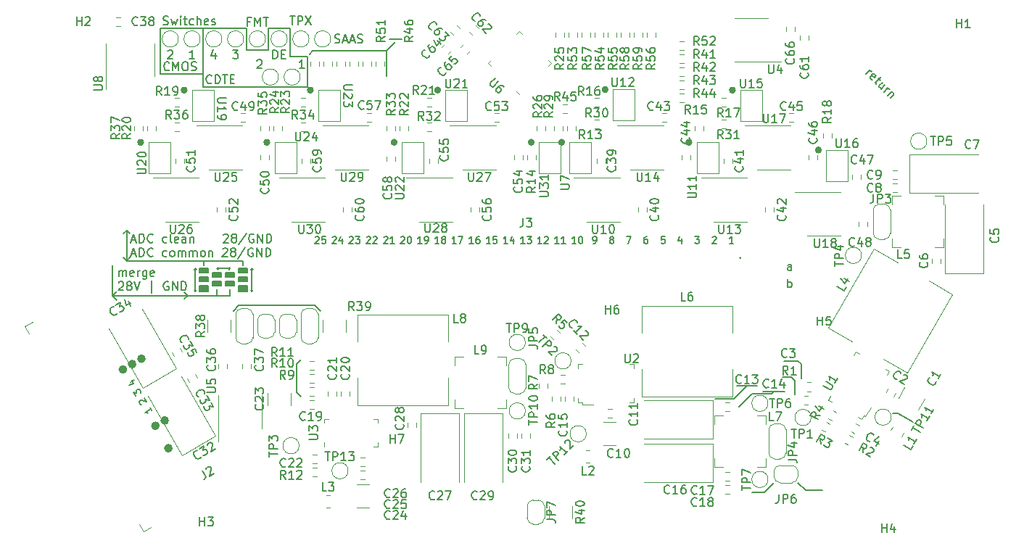
<source format=gto>
%TF.GenerationSoftware,KiCad,Pcbnew,7.0.1-0*%
%TF.CreationDate,2023-07-14T11:12:34-05:00*%
%TF.ProjectId,power,706f7765-722e-46b6-9963-61645f706362,rev?*%
%TF.SameCoordinates,PXb5acc9ePY48ab840*%
%TF.FileFunction,Legend,Top*%
%TF.FilePolarity,Positive*%
%FSLAX46Y46*%
G04 Gerber Fmt 4.6, Leading zero omitted, Abs format (unit mm)*
G04 Created by KiCad (PCBNEW 7.0.1-0) date 2023-07-14 11:12:34*
%MOMM*%
%LPD*%
G01*
G04 APERTURE LIST*
%ADD10C,0.150000*%
%ADD11C,0.120000*%
%ADD12C,0.400000*%
%ADD13C,0.499999*%
G04 APERTURE END LIST*
D10*
X-78613000Y-30225998D02*
X-79248000Y-29590998D01*
X-102870000Y-28447998D02*
X-102362000Y-28955998D01*
X-92329000Y2794002D02*
X-92329000Y-2539998D01*
X-87630000Y-24383998D02*
X-92202000Y-24383998D01*
X-86614000Y-25272998D02*
X-86614000Y-27939998D01*
X-89154000Y-25272998D02*
X-89281000Y-25145998D01*
X-28829000Y-38988998D02*
X-30353000Y-40512998D01*
X-90678000Y-27685998D02*
X-90678000Y-28447998D01*
X-97282000Y2794002D02*
X-92329000Y2794002D01*
X-21971000Y-51180998D02*
X-20002500Y-51180998D01*
X-28194000Y-39877998D02*
X-29718000Y-41401998D01*
X-93218000Y-27939998D02*
X-93091000Y-27812998D01*
X-90678000Y-28447998D02*
X-102870000Y-28447998D01*
X-79502000Y127002D02*
X-76200000Y127002D01*
X-101219000Y-24383998D02*
X-101219000Y-20827998D01*
X-84709000Y254002D02*
X-84709000Y2794002D01*
X-82169000Y2794002D02*
X-82169000Y-507998D01*
X-86614000Y-27939998D02*
X-86487000Y-27812998D01*
X-84709000Y2794002D02*
X-82169000Y2794002D01*
X-92329000Y-2539998D02*
X-97282000Y-2539998D01*
X-91186000Y-25780998D02*
X-90170000Y-25780998D01*
X-90170000Y-26288998D01*
X-91186000Y-26288998D01*
X-91186000Y-25780998D01*
G36*
X-91186000Y-25780998D02*
G01*
X-90170000Y-25780998D01*
X-90170000Y-26288998D01*
X-91186000Y-26288998D01*
X-91186000Y-25780998D01*
G37*
X-79883000Y-253998D02*
X-79502000Y127002D01*
X-82169000Y-507998D02*
X-80137000Y-507998D01*
X-101219000Y-24383998D02*
X-101600000Y-24002998D01*
X-93218000Y-25272998D02*
X-93218000Y-27939998D01*
X-80137000Y-4063998D02*
X-92329000Y-4063998D01*
X-88138000Y-29590998D02*
X-88773000Y-30225998D01*
X-81407000Y-39750998D02*
X-80899000Y-40258998D01*
X-23622000Y-37972998D02*
X-23241000Y-38353998D01*
X-25654000Y-50291998D02*
X-26797000Y-51434998D01*
X-101219000Y-24383998D02*
X-100838000Y-24002998D01*
X-25654000Y-39623998D02*
X-25908000Y-39877998D01*
X-9398000Y-43179998D02*
X-11176000Y-42163998D01*
X-88138000Y-25272998D02*
X-87122000Y-25272998D01*
X-87122000Y-25780998D01*
X-88138000Y-25780998D01*
X-88138000Y-25272998D01*
G36*
X-88138000Y-25272998D02*
G01*
X-87122000Y-25272998D01*
X-87122000Y-25780998D01*
X-88138000Y-25780998D01*
X-88138000Y-25272998D01*
G37*
X-97282000Y-2539998D02*
X-97282000Y2794002D01*
X-89662000Y-26796998D02*
X-88646000Y-26796998D01*
X-88646000Y-27304998D01*
X-89662000Y-27304998D01*
X-89662000Y-26796998D01*
G36*
X-89662000Y-26796998D02*
G01*
X-88646000Y-26796998D01*
X-88646000Y-27304998D01*
X-89662000Y-27304998D01*
X-89662000Y-26796998D01*
G37*
X-93218000Y-25272998D02*
X-93345000Y-25399998D01*
X-11176000Y-42163998D02*
X-11811000Y-42163998D01*
X-25908000Y-39877998D02*
X-28194000Y-39877998D01*
X-80899000Y-35940998D02*
X-81407000Y-36448998D01*
X-86614000Y-25272998D02*
X-86487000Y-25399998D01*
X-92710000Y-25272998D02*
X-91694000Y-25272998D01*
X-91694000Y-25780998D01*
X-92710000Y-25780998D01*
X-92710000Y-25272998D01*
G36*
X-92710000Y-25272998D02*
G01*
X-91694000Y-25272998D01*
X-91694000Y-25780998D01*
X-92710000Y-25780998D01*
X-92710000Y-25272998D01*
G37*
X-87630000Y-24891998D02*
X-87630000Y-24383998D01*
X-80137000Y-507998D02*
X-80137000Y-4063998D01*
X-92710000Y-26288998D02*
X-91694000Y-26288998D01*
X-91694000Y-26796998D01*
X-92710000Y-26796998D01*
X-92710000Y-26288998D01*
G36*
X-92710000Y-26288998D02*
G01*
X-91694000Y-26288998D01*
X-91694000Y-26796998D01*
X-92710000Y-26796998D01*
X-92710000Y-26288998D01*
G37*
X-24384000Y-39623998D02*
X-26924000Y-39623998D01*
X-30353000Y-40512998D02*
X-32512000Y-40512998D01*
X-89154000Y-28447998D02*
X-90678000Y-28447998D01*
X-101219000Y-20827998D02*
X-100838000Y-21208998D01*
X-91186000Y-26796998D02*
X-90170000Y-26796998D01*
X-90170000Y-27304998D01*
X-91186000Y-27304998D01*
X-91186000Y-26796998D01*
G36*
X-91186000Y-26796998D02*
G01*
X-90170000Y-26796998D01*
X-90170000Y-27304998D01*
X-91186000Y-27304998D01*
X-91186000Y-26796998D01*
G37*
X-26797000Y-51434998D02*
X-28194000Y-51434998D01*
X-90678000Y-25272998D02*
X-89154000Y-25272998D01*
X-88138000Y-27304998D02*
X-87122000Y-27304998D01*
X-87122000Y-27939998D01*
X-88138000Y-27939998D01*
X-88138000Y-27304998D01*
G36*
X-88138000Y-27304998D02*
G01*
X-87122000Y-27304998D01*
X-87122000Y-27939998D01*
X-88138000Y-27939998D01*
X-88138000Y-27304998D01*
G37*
X-22860000Y-50291998D02*
X-21971000Y-51180998D01*
X-23241000Y-38353998D02*
X-23241000Y-40004998D01*
X-92329000Y2794002D02*
X-87249000Y2794002D01*
X-93218000Y-25272998D02*
X-93091000Y-25399998D01*
X-86614000Y-27939998D02*
X-86741000Y-27812998D01*
X-22479000Y-36448998D02*
X-22479000Y-38099998D01*
X-22860000Y-36067998D02*
X-24511000Y-36067998D01*
X-76200000Y127002D02*
X-70866000Y127002D01*
X-70866000Y127002D02*
X-69850000Y1143002D01*
X-102870000Y-28447998D02*
X-102362000Y-27939998D01*
X-81407000Y-36448998D02*
X-81407000Y-39750998D01*
X-101219000Y-20827998D02*
X-101600000Y-21208998D01*
X-94107000Y-28447998D02*
X-94488000Y-28066998D01*
X-89662000Y-25780998D02*
X-88646000Y-25780998D01*
X-88646000Y-26288998D01*
X-89662000Y-26288998D01*
X-89662000Y-25780998D01*
G36*
X-89662000Y-25780998D02*
G01*
X-88646000Y-25780998D01*
X-88646000Y-26288998D01*
X-89662000Y-26288998D01*
X-89662000Y-25780998D01*
G37*
X-89154000Y-25272998D02*
X-89281000Y-25399998D01*
X-90678000Y-25272998D02*
X-90551000Y-25399998D01*
X-24638000Y-37972998D02*
X-23622000Y-37972998D01*
X-89154000Y-27685998D02*
X-89154000Y-28447998D01*
X-90678000Y-25272998D02*
X-90551000Y-25145998D01*
X-94107000Y-28447998D02*
X-94488000Y-28828998D01*
X-92202000Y-24383998D02*
X-101219000Y-24383998D01*
X-102870000Y-28447998D02*
X-102870000Y-24891998D01*
X-79248000Y-29590998D02*
X-88138000Y-29590998D01*
X-70866000Y127002D02*
X-70866000Y-2793998D01*
X-87249000Y254002D02*
X-84709000Y254002D01*
X-88138000Y-26288998D02*
X-87122000Y-26288998D01*
X-87122000Y-26796998D01*
X-88138000Y-26796998D01*
X-88138000Y-26288998D01*
G36*
X-88138000Y-26288998D02*
G01*
X-87122000Y-26288998D01*
X-87122000Y-26796998D01*
X-88138000Y-26796998D01*
X-88138000Y-26288998D01*
G37*
X-92329000Y-4063998D02*
X-92329000Y-2539998D01*
X-87249000Y2794002D02*
X-87249000Y254002D01*
X-22860000Y-36067998D02*
X-22479000Y-36448998D01*
X-27622500Y-38988998D02*
X-30035500Y-38988998D01*
X-93218000Y-27939998D02*
X-93345000Y-27812998D01*
X-92710000Y-27304998D02*
X-91694000Y-27304998D01*
X-91694000Y-27939998D01*
X-92710000Y-27939998D01*
X-92710000Y-27304998D01*
G36*
X-92710000Y-27304998D02*
G01*
X-91694000Y-27304998D01*
X-91694000Y-27939998D01*
X-92710000Y-27939998D01*
X-92710000Y-27304998D01*
G37*
X-92202000Y-24383998D02*
X-92202000Y-24891998D01*
X-86741000Y-25399998D02*
X-86614000Y-25272998D01*
X-91320810Y-3592378D02*
X-91368429Y-3639998D01*
X-91368429Y-3639998D02*
X-91511286Y-3687617D01*
X-91511286Y-3687617D02*
X-91606524Y-3687617D01*
X-91606524Y-3687617D02*
X-91749381Y-3639998D01*
X-91749381Y-3639998D02*
X-91844619Y-3544759D01*
X-91844619Y-3544759D02*
X-91892238Y-3449521D01*
X-91892238Y-3449521D02*
X-91939857Y-3259045D01*
X-91939857Y-3259045D02*
X-91939857Y-3116188D01*
X-91939857Y-3116188D02*
X-91892238Y-2925712D01*
X-91892238Y-2925712D02*
X-91844619Y-2830474D01*
X-91844619Y-2830474D02*
X-91749381Y-2735236D01*
X-91749381Y-2735236D02*
X-91606524Y-2687617D01*
X-91606524Y-2687617D02*
X-91511286Y-2687617D01*
X-91511286Y-2687617D02*
X-91368429Y-2735236D01*
X-91368429Y-2735236D02*
X-91320810Y-2782855D01*
X-90892238Y-3687617D02*
X-90892238Y-2687617D01*
X-90892238Y-2687617D02*
X-90654143Y-2687617D01*
X-90654143Y-2687617D02*
X-90511286Y-2735236D01*
X-90511286Y-2735236D02*
X-90416048Y-2830474D01*
X-90416048Y-2830474D02*
X-90368429Y-2925712D01*
X-90368429Y-2925712D02*
X-90320810Y-3116188D01*
X-90320810Y-3116188D02*
X-90320810Y-3259045D01*
X-90320810Y-3259045D02*
X-90368429Y-3449521D01*
X-90368429Y-3449521D02*
X-90416048Y-3544759D01*
X-90416048Y-3544759D02*
X-90511286Y-3639998D01*
X-90511286Y-3639998D02*
X-90654143Y-3687617D01*
X-90654143Y-3687617D02*
X-90892238Y-3687617D01*
X-90035095Y-2687617D02*
X-89463667Y-2687617D01*
X-89749381Y-3687617D02*
X-89749381Y-2687617D01*
X-89130333Y-3163807D02*
X-88797000Y-3163807D01*
X-88654143Y-3687617D02*
X-89130333Y-3687617D01*
X-89130333Y-3687617D02*
X-89130333Y-2687617D01*
X-89130333Y-2687617D02*
X-88654143Y-2687617D01*
X-80486286Y-1909617D02*
X-81057714Y-1909617D01*
X-80772000Y-1909617D02*
X-80772000Y-909617D01*
X-80772000Y-909617D02*
X-80867238Y-1052474D01*
X-80867238Y-1052474D02*
X-80962476Y-1147712D01*
X-80962476Y-1147712D02*
X-81057714Y-1195331D01*
X-90868524Y-99950D02*
X-90868524Y-766617D01*
X-91106619Y281002D02*
X-91344714Y-433283D01*
X-91344714Y-433283D02*
X-90725667Y-433283D01*
X-100647524Y-21974902D02*
X-100171334Y-21974902D01*
X-100742762Y-22260617D02*
X-100409429Y-21260617D01*
X-100409429Y-21260617D02*
X-100076096Y-22260617D01*
X-99742762Y-22260617D02*
X-99742762Y-21260617D01*
X-99742762Y-21260617D02*
X-99504667Y-21260617D01*
X-99504667Y-21260617D02*
X-99361810Y-21308236D01*
X-99361810Y-21308236D02*
X-99266572Y-21403474D01*
X-99266572Y-21403474D02*
X-99218953Y-21498712D01*
X-99218953Y-21498712D02*
X-99171334Y-21689188D01*
X-99171334Y-21689188D02*
X-99171334Y-21832045D01*
X-99171334Y-21832045D02*
X-99218953Y-22022521D01*
X-99218953Y-22022521D02*
X-99266572Y-22117759D01*
X-99266572Y-22117759D02*
X-99361810Y-22212998D01*
X-99361810Y-22212998D02*
X-99504667Y-22260617D01*
X-99504667Y-22260617D02*
X-99742762Y-22260617D01*
X-98171334Y-22165378D02*
X-98218953Y-22212998D01*
X-98218953Y-22212998D02*
X-98361810Y-22260617D01*
X-98361810Y-22260617D02*
X-98457048Y-22260617D01*
X-98457048Y-22260617D02*
X-98599905Y-22212998D01*
X-98599905Y-22212998D02*
X-98695143Y-22117759D01*
X-98695143Y-22117759D02*
X-98742762Y-22022521D01*
X-98742762Y-22022521D02*
X-98790381Y-21832045D01*
X-98790381Y-21832045D02*
X-98790381Y-21689188D01*
X-98790381Y-21689188D02*
X-98742762Y-21498712D01*
X-98742762Y-21498712D02*
X-98695143Y-21403474D01*
X-98695143Y-21403474D02*
X-98599905Y-21308236D01*
X-98599905Y-21308236D02*
X-98457048Y-21260617D01*
X-98457048Y-21260617D02*
X-98361810Y-21260617D01*
X-98361810Y-21260617D02*
X-98218953Y-21308236D01*
X-98218953Y-21308236D02*
X-98171334Y-21355855D01*
X-96552286Y-22212998D02*
X-96647524Y-22260617D01*
X-96647524Y-22260617D02*
X-96838000Y-22260617D01*
X-96838000Y-22260617D02*
X-96933238Y-22212998D01*
X-96933238Y-22212998D02*
X-96980857Y-22165378D01*
X-96980857Y-22165378D02*
X-97028476Y-22070140D01*
X-97028476Y-22070140D02*
X-97028476Y-21784426D01*
X-97028476Y-21784426D02*
X-96980857Y-21689188D01*
X-96980857Y-21689188D02*
X-96933238Y-21641569D01*
X-96933238Y-21641569D02*
X-96838000Y-21593950D01*
X-96838000Y-21593950D02*
X-96647524Y-21593950D01*
X-96647524Y-21593950D02*
X-96552286Y-21641569D01*
X-95980857Y-22260617D02*
X-96076095Y-22212998D01*
X-96076095Y-22212998D02*
X-96123714Y-22117759D01*
X-96123714Y-22117759D02*
X-96123714Y-21260617D01*
X-95218952Y-22212998D02*
X-95314190Y-22260617D01*
X-95314190Y-22260617D02*
X-95504666Y-22260617D01*
X-95504666Y-22260617D02*
X-95599904Y-22212998D01*
X-95599904Y-22212998D02*
X-95647523Y-22117759D01*
X-95647523Y-22117759D02*
X-95647523Y-21736807D01*
X-95647523Y-21736807D02*
X-95599904Y-21641569D01*
X-95599904Y-21641569D02*
X-95504666Y-21593950D01*
X-95504666Y-21593950D02*
X-95314190Y-21593950D01*
X-95314190Y-21593950D02*
X-95218952Y-21641569D01*
X-95218952Y-21641569D02*
X-95171333Y-21736807D01*
X-95171333Y-21736807D02*
X-95171333Y-21832045D01*
X-95171333Y-21832045D02*
X-95647523Y-21927283D01*
X-94314190Y-22260617D02*
X-94314190Y-21736807D01*
X-94314190Y-21736807D02*
X-94361809Y-21641569D01*
X-94361809Y-21641569D02*
X-94457047Y-21593950D01*
X-94457047Y-21593950D02*
X-94647523Y-21593950D01*
X-94647523Y-21593950D02*
X-94742761Y-21641569D01*
X-94314190Y-22212998D02*
X-94409428Y-22260617D01*
X-94409428Y-22260617D02*
X-94647523Y-22260617D01*
X-94647523Y-22260617D02*
X-94742761Y-22212998D01*
X-94742761Y-22212998D02*
X-94790380Y-22117759D01*
X-94790380Y-22117759D02*
X-94790380Y-22022521D01*
X-94790380Y-22022521D02*
X-94742761Y-21927283D01*
X-94742761Y-21927283D02*
X-94647523Y-21879664D01*
X-94647523Y-21879664D02*
X-94409428Y-21879664D01*
X-94409428Y-21879664D02*
X-94314190Y-21832045D01*
X-93837999Y-21593950D02*
X-93837999Y-22260617D01*
X-93837999Y-21689188D02*
X-93790380Y-21641569D01*
X-93790380Y-21641569D02*
X-93695142Y-21593950D01*
X-93695142Y-21593950D02*
X-93552285Y-21593950D01*
X-93552285Y-21593950D02*
X-93457047Y-21641569D01*
X-93457047Y-21641569D02*
X-93409428Y-21736807D01*
X-93409428Y-21736807D02*
X-93409428Y-22260617D01*
X-89933236Y-21355855D02*
X-89885617Y-21308236D01*
X-89885617Y-21308236D02*
X-89790379Y-21260617D01*
X-89790379Y-21260617D02*
X-89552284Y-21260617D01*
X-89552284Y-21260617D02*
X-89457046Y-21308236D01*
X-89457046Y-21308236D02*
X-89409427Y-21355855D01*
X-89409427Y-21355855D02*
X-89361808Y-21451093D01*
X-89361808Y-21451093D02*
X-89361808Y-21546331D01*
X-89361808Y-21546331D02*
X-89409427Y-21689188D01*
X-89409427Y-21689188D02*
X-89980855Y-22260617D01*
X-89980855Y-22260617D02*
X-89361808Y-22260617D01*
X-88790379Y-21689188D02*
X-88885617Y-21641569D01*
X-88885617Y-21641569D02*
X-88933236Y-21593950D01*
X-88933236Y-21593950D02*
X-88980855Y-21498712D01*
X-88980855Y-21498712D02*
X-88980855Y-21451093D01*
X-88980855Y-21451093D02*
X-88933236Y-21355855D01*
X-88933236Y-21355855D02*
X-88885617Y-21308236D01*
X-88885617Y-21308236D02*
X-88790379Y-21260617D01*
X-88790379Y-21260617D02*
X-88599903Y-21260617D01*
X-88599903Y-21260617D02*
X-88504665Y-21308236D01*
X-88504665Y-21308236D02*
X-88457046Y-21355855D01*
X-88457046Y-21355855D02*
X-88409427Y-21451093D01*
X-88409427Y-21451093D02*
X-88409427Y-21498712D01*
X-88409427Y-21498712D02*
X-88457046Y-21593950D01*
X-88457046Y-21593950D02*
X-88504665Y-21641569D01*
X-88504665Y-21641569D02*
X-88599903Y-21689188D01*
X-88599903Y-21689188D02*
X-88790379Y-21689188D01*
X-88790379Y-21689188D02*
X-88885617Y-21736807D01*
X-88885617Y-21736807D02*
X-88933236Y-21784426D01*
X-88933236Y-21784426D02*
X-88980855Y-21879664D01*
X-88980855Y-21879664D02*
X-88980855Y-22070140D01*
X-88980855Y-22070140D02*
X-88933236Y-22165378D01*
X-88933236Y-22165378D02*
X-88885617Y-22212998D01*
X-88885617Y-22212998D02*
X-88790379Y-22260617D01*
X-88790379Y-22260617D02*
X-88599903Y-22260617D01*
X-88599903Y-22260617D02*
X-88504665Y-22212998D01*
X-88504665Y-22212998D02*
X-88457046Y-22165378D01*
X-88457046Y-22165378D02*
X-88409427Y-22070140D01*
X-88409427Y-22070140D02*
X-88409427Y-21879664D01*
X-88409427Y-21879664D02*
X-88457046Y-21784426D01*
X-88457046Y-21784426D02*
X-88504665Y-21736807D01*
X-88504665Y-21736807D02*
X-88599903Y-21689188D01*
X-87266570Y-21212998D02*
X-88123712Y-22498712D01*
X-86409427Y-21308236D02*
X-86504665Y-21260617D01*
X-86504665Y-21260617D02*
X-86647522Y-21260617D01*
X-86647522Y-21260617D02*
X-86790379Y-21308236D01*
X-86790379Y-21308236D02*
X-86885617Y-21403474D01*
X-86885617Y-21403474D02*
X-86933236Y-21498712D01*
X-86933236Y-21498712D02*
X-86980855Y-21689188D01*
X-86980855Y-21689188D02*
X-86980855Y-21832045D01*
X-86980855Y-21832045D02*
X-86933236Y-22022521D01*
X-86933236Y-22022521D02*
X-86885617Y-22117759D01*
X-86885617Y-22117759D02*
X-86790379Y-22212998D01*
X-86790379Y-22212998D02*
X-86647522Y-22260617D01*
X-86647522Y-22260617D02*
X-86552284Y-22260617D01*
X-86552284Y-22260617D02*
X-86409427Y-22212998D01*
X-86409427Y-22212998D02*
X-86361808Y-22165378D01*
X-86361808Y-22165378D02*
X-86361808Y-21832045D01*
X-86361808Y-21832045D02*
X-86552284Y-21832045D01*
X-85933236Y-22260617D02*
X-85933236Y-21260617D01*
X-85933236Y-21260617D02*
X-85361808Y-22260617D01*
X-85361808Y-22260617D02*
X-85361808Y-21260617D01*
X-84885617Y-22260617D02*
X-84885617Y-21260617D01*
X-84885617Y-21260617D02*
X-84647522Y-21260617D01*
X-84647522Y-21260617D02*
X-84504665Y-21308236D01*
X-84504665Y-21308236D02*
X-84409427Y-21403474D01*
X-84409427Y-21403474D02*
X-84361808Y-21498712D01*
X-84361808Y-21498712D02*
X-84314189Y-21689188D01*
X-84314189Y-21689188D02*
X-84314189Y-21832045D01*
X-84314189Y-21832045D02*
X-84361808Y-22022521D01*
X-84361808Y-22022521D02*
X-84409427Y-22117759D01*
X-84409427Y-22117759D02*
X-84504665Y-22212998D01*
X-84504665Y-22212998D02*
X-84647522Y-22260617D01*
X-84647522Y-22260617D02*
X-84885617Y-22260617D01*
X-100647524Y-23594902D02*
X-100171334Y-23594902D01*
X-100742762Y-23880617D02*
X-100409429Y-22880617D01*
X-100409429Y-22880617D02*
X-100076096Y-23880617D01*
X-99742762Y-23880617D02*
X-99742762Y-22880617D01*
X-99742762Y-22880617D02*
X-99504667Y-22880617D01*
X-99504667Y-22880617D02*
X-99361810Y-22928236D01*
X-99361810Y-22928236D02*
X-99266572Y-23023474D01*
X-99266572Y-23023474D02*
X-99218953Y-23118712D01*
X-99218953Y-23118712D02*
X-99171334Y-23309188D01*
X-99171334Y-23309188D02*
X-99171334Y-23452045D01*
X-99171334Y-23452045D02*
X-99218953Y-23642521D01*
X-99218953Y-23642521D02*
X-99266572Y-23737759D01*
X-99266572Y-23737759D02*
X-99361810Y-23832998D01*
X-99361810Y-23832998D02*
X-99504667Y-23880617D01*
X-99504667Y-23880617D02*
X-99742762Y-23880617D01*
X-98171334Y-23785378D02*
X-98218953Y-23832998D01*
X-98218953Y-23832998D02*
X-98361810Y-23880617D01*
X-98361810Y-23880617D02*
X-98457048Y-23880617D01*
X-98457048Y-23880617D02*
X-98599905Y-23832998D01*
X-98599905Y-23832998D02*
X-98695143Y-23737759D01*
X-98695143Y-23737759D02*
X-98742762Y-23642521D01*
X-98742762Y-23642521D02*
X-98790381Y-23452045D01*
X-98790381Y-23452045D02*
X-98790381Y-23309188D01*
X-98790381Y-23309188D02*
X-98742762Y-23118712D01*
X-98742762Y-23118712D02*
X-98695143Y-23023474D01*
X-98695143Y-23023474D02*
X-98599905Y-22928236D01*
X-98599905Y-22928236D02*
X-98457048Y-22880617D01*
X-98457048Y-22880617D02*
X-98361810Y-22880617D01*
X-98361810Y-22880617D02*
X-98218953Y-22928236D01*
X-98218953Y-22928236D02*
X-98171334Y-22975855D01*
X-96552286Y-23832998D02*
X-96647524Y-23880617D01*
X-96647524Y-23880617D02*
X-96838000Y-23880617D01*
X-96838000Y-23880617D02*
X-96933238Y-23832998D01*
X-96933238Y-23832998D02*
X-96980857Y-23785378D01*
X-96980857Y-23785378D02*
X-97028476Y-23690140D01*
X-97028476Y-23690140D02*
X-97028476Y-23404426D01*
X-97028476Y-23404426D02*
X-96980857Y-23309188D01*
X-96980857Y-23309188D02*
X-96933238Y-23261569D01*
X-96933238Y-23261569D02*
X-96838000Y-23213950D01*
X-96838000Y-23213950D02*
X-96647524Y-23213950D01*
X-96647524Y-23213950D02*
X-96552286Y-23261569D01*
X-95980857Y-23880617D02*
X-96076095Y-23832998D01*
X-96076095Y-23832998D02*
X-96123714Y-23785378D01*
X-96123714Y-23785378D02*
X-96171333Y-23690140D01*
X-96171333Y-23690140D02*
X-96171333Y-23404426D01*
X-96171333Y-23404426D02*
X-96123714Y-23309188D01*
X-96123714Y-23309188D02*
X-96076095Y-23261569D01*
X-96076095Y-23261569D02*
X-95980857Y-23213950D01*
X-95980857Y-23213950D02*
X-95838000Y-23213950D01*
X-95838000Y-23213950D02*
X-95742762Y-23261569D01*
X-95742762Y-23261569D02*
X-95695143Y-23309188D01*
X-95695143Y-23309188D02*
X-95647524Y-23404426D01*
X-95647524Y-23404426D02*
X-95647524Y-23690140D01*
X-95647524Y-23690140D02*
X-95695143Y-23785378D01*
X-95695143Y-23785378D02*
X-95742762Y-23832998D01*
X-95742762Y-23832998D02*
X-95838000Y-23880617D01*
X-95838000Y-23880617D02*
X-95980857Y-23880617D01*
X-95218952Y-23880617D02*
X-95218952Y-23213950D01*
X-95218952Y-23309188D02*
X-95171333Y-23261569D01*
X-95171333Y-23261569D02*
X-95076095Y-23213950D01*
X-95076095Y-23213950D02*
X-94933238Y-23213950D01*
X-94933238Y-23213950D02*
X-94838000Y-23261569D01*
X-94838000Y-23261569D02*
X-94790381Y-23356807D01*
X-94790381Y-23356807D02*
X-94790381Y-23880617D01*
X-94790381Y-23356807D02*
X-94742762Y-23261569D01*
X-94742762Y-23261569D02*
X-94647524Y-23213950D01*
X-94647524Y-23213950D02*
X-94504667Y-23213950D01*
X-94504667Y-23213950D02*
X-94409428Y-23261569D01*
X-94409428Y-23261569D02*
X-94361809Y-23356807D01*
X-94361809Y-23356807D02*
X-94361809Y-23880617D01*
X-93885619Y-23880617D02*
X-93885619Y-23213950D01*
X-93885619Y-23309188D02*
X-93838000Y-23261569D01*
X-93838000Y-23261569D02*
X-93742762Y-23213950D01*
X-93742762Y-23213950D02*
X-93599905Y-23213950D01*
X-93599905Y-23213950D02*
X-93504667Y-23261569D01*
X-93504667Y-23261569D02*
X-93457048Y-23356807D01*
X-93457048Y-23356807D02*
X-93457048Y-23880617D01*
X-93457048Y-23356807D02*
X-93409429Y-23261569D01*
X-93409429Y-23261569D02*
X-93314191Y-23213950D01*
X-93314191Y-23213950D02*
X-93171334Y-23213950D01*
X-93171334Y-23213950D02*
X-93076095Y-23261569D01*
X-93076095Y-23261569D02*
X-93028476Y-23356807D01*
X-93028476Y-23356807D02*
X-93028476Y-23880617D01*
X-92409429Y-23880617D02*
X-92504667Y-23832998D01*
X-92504667Y-23832998D02*
X-92552286Y-23785378D01*
X-92552286Y-23785378D02*
X-92599905Y-23690140D01*
X-92599905Y-23690140D02*
X-92599905Y-23404426D01*
X-92599905Y-23404426D02*
X-92552286Y-23309188D01*
X-92552286Y-23309188D02*
X-92504667Y-23261569D01*
X-92504667Y-23261569D02*
X-92409429Y-23213950D01*
X-92409429Y-23213950D02*
X-92266572Y-23213950D01*
X-92266572Y-23213950D02*
X-92171334Y-23261569D01*
X-92171334Y-23261569D02*
X-92123715Y-23309188D01*
X-92123715Y-23309188D02*
X-92076096Y-23404426D01*
X-92076096Y-23404426D02*
X-92076096Y-23690140D01*
X-92076096Y-23690140D02*
X-92123715Y-23785378D01*
X-92123715Y-23785378D02*
X-92171334Y-23832998D01*
X-92171334Y-23832998D02*
X-92266572Y-23880617D01*
X-92266572Y-23880617D02*
X-92409429Y-23880617D01*
X-91647524Y-23213950D02*
X-91647524Y-23880617D01*
X-91647524Y-23309188D02*
X-91599905Y-23261569D01*
X-91599905Y-23261569D02*
X-91504667Y-23213950D01*
X-91504667Y-23213950D02*
X-91361810Y-23213950D01*
X-91361810Y-23213950D02*
X-91266572Y-23261569D01*
X-91266572Y-23261569D02*
X-91218953Y-23356807D01*
X-91218953Y-23356807D02*
X-91218953Y-23880617D01*
X-90028476Y-22975855D02*
X-89980857Y-22928236D01*
X-89980857Y-22928236D02*
X-89885619Y-22880617D01*
X-89885619Y-22880617D02*
X-89647524Y-22880617D01*
X-89647524Y-22880617D02*
X-89552286Y-22928236D01*
X-89552286Y-22928236D02*
X-89504667Y-22975855D01*
X-89504667Y-22975855D02*
X-89457048Y-23071093D01*
X-89457048Y-23071093D02*
X-89457048Y-23166331D01*
X-89457048Y-23166331D02*
X-89504667Y-23309188D01*
X-89504667Y-23309188D02*
X-90076095Y-23880617D01*
X-90076095Y-23880617D02*
X-89457048Y-23880617D01*
X-88885619Y-23309188D02*
X-88980857Y-23261569D01*
X-88980857Y-23261569D02*
X-89028476Y-23213950D01*
X-89028476Y-23213950D02*
X-89076095Y-23118712D01*
X-89076095Y-23118712D02*
X-89076095Y-23071093D01*
X-89076095Y-23071093D02*
X-89028476Y-22975855D01*
X-89028476Y-22975855D02*
X-88980857Y-22928236D01*
X-88980857Y-22928236D02*
X-88885619Y-22880617D01*
X-88885619Y-22880617D02*
X-88695143Y-22880617D01*
X-88695143Y-22880617D02*
X-88599905Y-22928236D01*
X-88599905Y-22928236D02*
X-88552286Y-22975855D01*
X-88552286Y-22975855D02*
X-88504667Y-23071093D01*
X-88504667Y-23071093D02*
X-88504667Y-23118712D01*
X-88504667Y-23118712D02*
X-88552286Y-23213950D01*
X-88552286Y-23213950D02*
X-88599905Y-23261569D01*
X-88599905Y-23261569D02*
X-88695143Y-23309188D01*
X-88695143Y-23309188D02*
X-88885619Y-23309188D01*
X-88885619Y-23309188D02*
X-88980857Y-23356807D01*
X-88980857Y-23356807D02*
X-89028476Y-23404426D01*
X-89028476Y-23404426D02*
X-89076095Y-23499664D01*
X-89076095Y-23499664D02*
X-89076095Y-23690140D01*
X-89076095Y-23690140D02*
X-89028476Y-23785378D01*
X-89028476Y-23785378D02*
X-88980857Y-23832998D01*
X-88980857Y-23832998D02*
X-88885619Y-23880617D01*
X-88885619Y-23880617D02*
X-88695143Y-23880617D01*
X-88695143Y-23880617D02*
X-88599905Y-23832998D01*
X-88599905Y-23832998D02*
X-88552286Y-23785378D01*
X-88552286Y-23785378D02*
X-88504667Y-23690140D01*
X-88504667Y-23690140D02*
X-88504667Y-23499664D01*
X-88504667Y-23499664D02*
X-88552286Y-23404426D01*
X-88552286Y-23404426D02*
X-88599905Y-23356807D01*
X-88599905Y-23356807D02*
X-88695143Y-23309188D01*
X-87361810Y-22832998D02*
X-88218952Y-24118712D01*
X-86504667Y-22928236D02*
X-86599905Y-22880617D01*
X-86599905Y-22880617D02*
X-86742762Y-22880617D01*
X-86742762Y-22880617D02*
X-86885619Y-22928236D01*
X-86885619Y-22928236D02*
X-86980857Y-23023474D01*
X-86980857Y-23023474D02*
X-87028476Y-23118712D01*
X-87028476Y-23118712D02*
X-87076095Y-23309188D01*
X-87076095Y-23309188D02*
X-87076095Y-23452045D01*
X-87076095Y-23452045D02*
X-87028476Y-23642521D01*
X-87028476Y-23642521D02*
X-86980857Y-23737759D01*
X-86980857Y-23737759D02*
X-86885619Y-23832998D01*
X-86885619Y-23832998D02*
X-86742762Y-23880617D01*
X-86742762Y-23880617D02*
X-86647524Y-23880617D01*
X-86647524Y-23880617D02*
X-86504667Y-23832998D01*
X-86504667Y-23832998D02*
X-86457048Y-23785378D01*
X-86457048Y-23785378D02*
X-86457048Y-23452045D01*
X-86457048Y-23452045D02*
X-86647524Y-23452045D01*
X-86028476Y-23880617D02*
X-86028476Y-22880617D01*
X-86028476Y-22880617D02*
X-85457048Y-23880617D01*
X-85457048Y-23880617D02*
X-85457048Y-22880617D01*
X-84980857Y-23880617D02*
X-84980857Y-22880617D01*
X-84980857Y-22880617D02*
X-84742762Y-22880617D01*
X-84742762Y-22880617D02*
X-84599905Y-22928236D01*
X-84599905Y-22928236D02*
X-84504667Y-23023474D01*
X-84504667Y-23023474D02*
X-84457048Y-23118712D01*
X-84457048Y-23118712D02*
X-84409429Y-23309188D01*
X-84409429Y-23309188D02*
X-84409429Y-23452045D01*
X-84409429Y-23452045D02*
X-84457048Y-23642521D01*
X-84457048Y-23642521D02*
X-84504667Y-23737759D01*
X-84504667Y-23737759D02*
X-84599905Y-23832998D01*
X-84599905Y-23832998D02*
X-84742762Y-23880617D01*
X-84742762Y-23880617D02*
X-84980857Y-23880617D01*
X-96964524Y3218002D02*
X-96821667Y3170383D01*
X-96821667Y3170383D02*
X-96583572Y3170383D01*
X-96583572Y3170383D02*
X-96488334Y3218002D01*
X-96488334Y3218002D02*
X-96440715Y3265622D01*
X-96440715Y3265622D02*
X-96393096Y3360860D01*
X-96393096Y3360860D02*
X-96393096Y3456098D01*
X-96393096Y3456098D02*
X-96440715Y3551336D01*
X-96440715Y3551336D02*
X-96488334Y3598955D01*
X-96488334Y3598955D02*
X-96583572Y3646574D01*
X-96583572Y3646574D02*
X-96774048Y3694193D01*
X-96774048Y3694193D02*
X-96869286Y3741812D01*
X-96869286Y3741812D02*
X-96916905Y3789431D01*
X-96916905Y3789431D02*
X-96964524Y3884669D01*
X-96964524Y3884669D02*
X-96964524Y3979907D01*
X-96964524Y3979907D02*
X-96916905Y4075145D01*
X-96916905Y4075145D02*
X-96869286Y4122764D01*
X-96869286Y4122764D02*
X-96774048Y4170383D01*
X-96774048Y4170383D02*
X-96535953Y4170383D01*
X-96535953Y4170383D02*
X-96393096Y4122764D01*
X-96059762Y3837050D02*
X-95869286Y3170383D01*
X-95869286Y3170383D02*
X-95678810Y3646574D01*
X-95678810Y3646574D02*
X-95488334Y3170383D01*
X-95488334Y3170383D02*
X-95297858Y3837050D01*
X-94916905Y3170383D02*
X-94916905Y3837050D01*
X-94916905Y4170383D02*
X-94964524Y4122764D01*
X-94964524Y4122764D02*
X-94916905Y4075145D01*
X-94916905Y4075145D02*
X-94869286Y4122764D01*
X-94869286Y4122764D02*
X-94916905Y4170383D01*
X-94916905Y4170383D02*
X-94916905Y4075145D01*
X-94583572Y3837050D02*
X-94202620Y3837050D01*
X-94440715Y4170383D02*
X-94440715Y3313241D01*
X-94440715Y3313241D02*
X-94393096Y3218002D01*
X-94393096Y3218002D02*
X-94297858Y3170383D01*
X-94297858Y3170383D02*
X-94202620Y3170383D01*
X-93440715Y3218002D02*
X-93535953Y3170383D01*
X-93535953Y3170383D02*
X-93726429Y3170383D01*
X-93726429Y3170383D02*
X-93821667Y3218002D01*
X-93821667Y3218002D02*
X-93869286Y3265622D01*
X-93869286Y3265622D02*
X-93916905Y3360860D01*
X-93916905Y3360860D02*
X-93916905Y3646574D01*
X-93916905Y3646574D02*
X-93869286Y3741812D01*
X-93869286Y3741812D02*
X-93821667Y3789431D01*
X-93821667Y3789431D02*
X-93726429Y3837050D01*
X-93726429Y3837050D02*
X-93535953Y3837050D01*
X-93535953Y3837050D02*
X-93440715Y3789431D01*
X-93012143Y3170383D02*
X-93012143Y4170383D01*
X-92583572Y3170383D02*
X-92583572Y3694193D01*
X-92583572Y3694193D02*
X-92631191Y3789431D01*
X-92631191Y3789431D02*
X-92726429Y3837050D01*
X-92726429Y3837050D02*
X-92869286Y3837050D01*
X-92869286Y3837050D02*
X-92964524Y3789431D01*
X-92964524Y3789431D02*
X-93012143Y3741812D01*
X-91726429Y3218002D02*
X-91821667Y3170383D01*
X-91821667Y3170383D02*
X-92012143Y3170383D01*
X-92012143Y3170383D02*
X-92107381Y3218002D01*
X-92107381Y3218002D02*
X-92155000Y3313241D01*
X-92155000Y3313241D02*
X-92155000Y3694193D01*
X-92155000Y3694193D02*
X-92107381Y3789431D01*
X-92107381Y3789431D02*
X-92012143Y3837050D01*
X-92012143Y3837050D02*
X-91821667Y3837050D01*
X-91821667Y3837050D02*
X-91726429Y3789431D01*
X-91726429Y3789431D02*
X-91678810Y3694193D01*
X-91678810Y3694193D02*
X-91678810Y3598955D01*
X-91678810Y3598955D02*
X-92155000Y3503717D01*
X-91297857Y3218002D02*
X-91202619Y3170383D01*
X-91202619Y3170383D02*
X-91012143Y3170383D01*
X-91012143Y3170383D02*
X-90916905Y3218002D01*
X-90916905Y3218002D02*
X-90869286Y3313241D01*
X-90869286Y3313241D02*
X-90869286Y3360860D01*
X-90869286Y3360860D02*
X-90916905Y3456098D01*
X-90916905Y3456098D02*
X-91012143Y3503717D01*
X-91012143Y3503717D02*
X-91155000Y3503717D01*
X-91155000Y3503717D02*
X-91250238Y3551336D01*
X-91250238Y3551336D02*
X-91297857Y3646574D01*
X-91297857Y3646574D02*
X-91297857Y3694193D01*
X-91297857Y3694193D02*
X-91250238Y3789431D01*
X-91250238Y3789431D02*
X-91155000Y3837050D01*
X-91155000Y3837050D02*
X-91012143Y3837050D01*
X-91012143Y3837050D02*
X-90916905Y3789431D01*
X-96424714Y138145D02*
X-96377095Y185764D01*
X-96377095Y185764D02*
X-96281857Y233383D01*
X-96281857Y233383D02*
X-96043762Y233383D01*
X-96043762Y233383D02*
X-95948524Y185764D01*
X-95948524Y185764D02*
X-95900905Y138145D01*
X-95900905Y138145D02*
X-95853286Y42907D01*
X-95853286Y42907D02*
X-95853286Y-52331D01*
X-95853286Y-52331D02*
X-95900905Y-195188D01*
X-95900905Y-195188D02*
X-96472333Y-766617D01*
X-96472333Y-766617D02*
X-95853286Y-766617D01*
X-93313286Y-766617D02*
X-93884714Y-766617D01*
X-93599000Y-766617D02*
X-93599000Y233383D01*
X-93599000Y233383D02*
X-93694238Y90526D01*
X-93694238Y90526D02*
X-93789476Y-4712D01*
X-93789476Y-4712D02*
X-93884714Y-52331D01*
X-84153286Y-766617D02*
X-84153286Y233383D01*
X-84153286Y233383D02*
X-83915191Y233383D01*
X-83915191Y233383D02*
X-83772334Y185764D01*
X-83772334Y185764D02*
X-83677096Y90526D01*
X-83677096Y90526D02*
X-83629477Y-4712D01*
X-83629477Y-4712D02*
X-83581858Y-195188D01*
X-83581858Y-195188D02*
X-83581858Y-338045D01*
X-83581858Y-338045D02*
X-83629477Y-528521D01*
X-83629477Y-528521D02*
X-83677096Y-623759D01*
X-83677096Y-623759D02*
X-83772334Y-718998D01*
X-83772334Y-718998D02*
X-83915191Y-766617D01*
X-83915191Y-766617D02*
X-84153286Y-766617D01*
X-83153286Y-242807D02*
X-82819953Y-242807D01*
X-82677096Y-766617D02*
X-83153286Y-766617D01*
X-83153286Y-766617D02*
X-83153286Y233383D01*
X-83153286Y233383D02*
X-82677096Y233383D01*
X-86788524Y3567193D02*
X-87121857Y3567193D01*
X-87121857Y3043383D02*
X-87121857Y4043383D01*
X-87121857Y4043383D02*
X-86645667Y4043383D01*
X-86264714Y3043383D02*
X-86264714Y4043383D01*
X-86264714Y4043383D02*
X-85931381Y3329098D01*
X-85931381Y3329098D02*
X-85598048Y4043383D01*
X-85598048Y4043383D02*
X-85598048Y3043383D01*
X-85264714Y4043383D02*
X-84693286Y4043383D01*
X-84979000Y3043383D02*
X-84979000Y4043383D01*
X-76930048Y1109002D02*
X-76787191Y1061383D01*
X-76787191Y1061383D02*
X-76549096Y1061383D01*
X-76549096Y1061383D02*
X-76453858Y1109002D01*
X-76453858Y1109002D02*
X-76406239Y1156622D01*
X-76406239Y1156622D02*
X-76358620Y1251860D01*
X-76358620Y1251860D02*
X-76358620Y1347098D01*
X-76358620Y1347098D02*
X-76406239Y1442336D01*
X-76406239Y1442336D02*
X-76453858Y1489955D01*
X-76453858Y1489955D02*
X-76549096Y1537574D01*
X-76549096Y1537574D02*
X-76739572Y1585193D01*
X-76739572Y1585193D02*
X-76834810Y1632812D01*
X-76834810Y1632812D02*
X-76882429Y1680431D01*
X-76882429Y1680431D02*
X-76930048Y1775669D01*
X-76930048Y1775669D02*
X-76930048Y1870907D01*
X-76930048Y1870907D02*
X-76882429Y1966145D01*
X-76882429Y1966145D02*
X-76834810Y2013764D01*
X-76834810Y2013764D02*
X-76739572Y2061383D01*
X-76739572Y2061383D02*
X-76501477Y2061383D01*
X-76501477Y2061383D02*
X-76358620Y2013764D01*
X-75977667Y1347098D02*
X-75501477Y1347098D01*
X-76072905Y1061383D02*
X-75739572Y2061383D01*
X-75739572Y2061383D02*
X-75406239Y1061383D01*
X-75120524Y1347098D02*
X-74644334Y1347098D01*
X-75215762Y1061383D02*
X-74882429Y2061383D01*
X-74882429Y2061383D02*
X-74549096Y1061383D01*
X-74263381Y1109002D02*
X-74120524Y1061383D01*
X-74120524Y1061383D02*
X-73882429Y1061383D01*
X-73882429Y1061383D02*
X-73787191Y1109002D01*
X-73787191Y1109002D02*
X-73739572Y1156622D01*
X-73739572Y1156622D02*
X-73691953Y1251860D01*
X-73691953Y1251860D02*
X-73691953Y1347098D01*
X-73691953Y1347098D02*
X-73739572Y1442336D01*
X-73739572Y1442336D02*
X-73787191Y1489955D01*
X-73787191Y1489955D02*
X-73882429Y1537574D01*
X-73882429Y1537574D02*
X-74072905Y1585193D01*
X-74072905Y1585193D02*
X-74168143Y1632812D01*
X-74168143Y1632812D02*
X-74215762Y1680431D01*
X-74215762Y1680431D02*
X-74263381Y1775669D01*
X-74263381Y1775669D02*
X-74263381Y1870907D01*
X-74263381Y1870907D02*
X-74215762Y1966145D01*
X-74215762Y1966145D02*
X-74168143Y2013764D01*
X-74168143Y2013764D02*
X-74072905Y2061383D01*
X-74072905Y2061383D02*
X-73834810Y2061383D01*
X-73834810Y2061383D02*
X-73691953Y2013764D01*
X-71053381Y1825526D02*
X-71529572Y1492193D01*
X-71053381Y1254098D02*
X-72053381Y1254098D01*
X-72053381Y1254098D02*
X-72053381Y1635050D01*
X-72053381Y1635050D02*
X-72005762Y1730288D01*
X-72005762Y1730288D02*
X-71958143Y1777907D01*
X-71958143Y1777907D02*
X-71862905Y1825526D01*
X-71862905Y1825526D02*
X-71720048Y1825526D01*
X-71720048Y1825526D02*
X-71624810Y1777907D01*
X-71624810Y1777907D02*
X-71577191Y1730288D01*
X-71577191Y1730288D02*
X-71529572Y1635050D01*
X-71529572Y1635050D02*
X-71529572Y1254098D01*
X-72053381Y2730288D02*
X-72053381Y2254098D01*
X-72053381Y2254098D02*
X-71577191Y2206479D01*
X-71577191Y2206479D02*
X-71624810Y2254098D01*
X-71624810Y2254098D02*
X-71672429Y2349336D01*
X-71672429Y2349336D02*
X-71672429Y2587431D01*
X-71672429Y2587431D02*
X-71624810Y2682669D01*
X-71624810Y2682669D02*
X-71577191Y2730288D01*
X-71577191Y2730288D02*
X-71481953Y2777907D01*
X-71481953Y2777907D02*
X-71243858Y2777907D01*
X-71243858Y2777907D02*
X-71148620Y2730288D01*
X-71148620Y2730288D02*
X-71101000Y2682669D01*
X-71101000Y2682669D02*
X-71053381Y2587431D01*
X-71053381Y2587431D02*
X-71053381Y2349336D01*
X-71053381Y2349336D02*
X-71101000Y2254098D01*
X-71101000Y2254098D02*
X-71148620Y2206479D01*
X-71053381Y3730288D02*
X-71053381Y3158860D01*
X-71053381Y3444574D02*
X-72053381Y3444574D01*
X-72053381Y3444574D02*
X-71910524Y3349336D01*
X-71910524Y3349336D02*
X-71815286Y3254098D01*
X-71815286Y3254098D02*
X-71767667Y3158860D01*
X-69100048Y1492193D02*
X-70528620Y1492193D01*
X-67813381Y1825526D02*
X-68289572Y1492193D01*
X-67813381Y1254098D02*
X-68813381Y1254098D01*
X-68813381Y1254098D02*
X-68813381Y1635050D01*
X-68813381Y1635050D02*
X-68765762Y1730288D01*
X-68765762Y1730288D02*
X-68718143Y1777907D01*
X-68718143Y1777907D02*
X-68622905Y1825526D01*
X-68622905Y1825526D02*
X-68480048Y1825526D01*
X-68480048Y1825526D02*
X-68384810Y1777907D01*
X-68384810Y1777907D02*
X-68337191Y1730288D01*
X-68337191Y1730288D02*
X-68289572Y1635050D01*
X-68289572Y1635050D02*
X-68289572Y1254098D01*
X-68480048Y2682669D02*
X-67813381Y2682669D01*
X-68861000Y2444574D02*
X-68146715Y2206479D01*
X-68146715Y2206479D02*
X-68146715Y2825526D01*
X-68813381Y3635050D02*
X-68813381Y3444574D01*
X-68813381Y3444574D02*
X-68765762Y3349336D01*
X-68765762Y3349336D02*
X-68718143Y3301717D01*
X-68718143Y3301717D02*
X-68575286Y3206479D01*
X-68575286Y3206479D02*
X-68384810Y3158860D01*
X-68384810Y3158860D02*
X-68003858Y3158860D01*
X-68003858Y3158860D02*
X-67908620Y3206479D01*
X-67908620Y3206479D02*
X-67861000Y3254098D01*
X-67861000Y3254098D02*
X-67813381Y3349336D01*
X-67813381Y3349336D02*
X-67813381Y3539812D01*
X-67813381Y3539812D02*
X-67861000Y3635050D01*
X-67861000Y3635050D02*
X-67908620Y3682669D01*
X-67908620Y3682669D02*
X-68003858Y3730288D01*
X-68003858Y3730288D02*
X-68241953Y3730288D01*
X-68241953Y3730288D02*
X-68337191Y3682669D01*
X-68337191Y3682669D02*
X-68384810Y3635050D01*
X-68384810Y3635050D02*
X-68432429Y3539812D01*
X-68432429Y3539812D02*
X-68432429Y3349336D01*
X-68432429Y3349336D02*
X-68384810Y3254098D01*
X-68384810Y3254098D02*
X-68337191Y3206479D01*
X-68337191Y3206479D02*
X-68241953Y3158860D01*
X-96257905Y-2068378D02*
X-96305524Y-2115998D01*
X-96305524Y-2115998D02*
X-96448381Y-2163617D01*
X-96448381Y-2163617D02*
X-96543619Y-2163617D01*
X-96543619Y-2163617D02*
X-96686476Y-2115998D01*
X-96686476Y-2115998D02*
X-96781714Y-2020759D01*
X-96781714Y-2020759D02*
X-96829333Y-1925521D01*
X-96829333Y-1925521D02*
X-96876952Y-1735045D01*
X-96876952Y-1735045D02*
X-96876952Y-1592188D01*
X-96876952Y-1592188D02*
X-96829333Y-1401712D01*
X-96829333Y-1401712D02*
X-96781714Y-1306474D01*
X-96781714Y-1306474D02*
X-96686476Y-1211236D01*
X-96686476Y-1211236D02*
X-96543619Y-1163617D01*
X-96543619Y-1163617D02*
X-96448381Y-1163617D01*
X-96448381Y-1163617D02*
X-96305524Y-1211236D01*
X-96305524Y-1211236D02*
X-96257905Y-1258855D01*
X-95829333Y-2163617D02*
X-95829333Y-1163617D01*
X-95829333Y-1163617D02*
X-95496000Y-1877902D01*
X-95496000Y-1877902D02*
X-95162667Y-1163617D01*
X-95162667Y-1163617D02*
X-95162667Y-2163617D01*
X-94496000Y-1163617D02*
X-94305524Y-1163617D01*
X-94305524Y-1163617D02*
X-94210286Y-1211236D01*
X-94210286Y-1211236D02*
X-94115048Y-1306474D01*
X-94115048Y-1306474D02*
X-94067429Y-1496950D01*
X-94067429Y-1496950D02*
X-94067429Y-1830283D01*
X-94067429Y-1830283D02*
X-94115048Y-2020759D01*
X-94115048Y-2020759D02*
X-94210286Y-2115998D01*
X-94210286Y-2115998D02*
X-94305524Y-2163617D01*
X-94305524Y-2163617D02*
X-94496000Y-2163617D01*
X-94496000Y-2163617D02*
X-94591238Y-2115998D01*
X-94591238Y-2115998D02*
X-94686476Y-2020759D01*
X-94686476Y-2020759D02*
X-94734095Y-1830283D01*
X-94734095Y-1830283D02*
X-94734095Y-1496950D01*
X-94734095Y-1496950D02*
X-94686476Y-1306474D01*
X-94686476Y-1306474D02*
X-94591238Y-1211236D01*
X-94591238Y-1211236D02*
X-94496000Y-1163617D01*
X-93686476Y-2115998D02*
X-93543619Y-2163617D01*
X-93543619Y-2163617D02*
X-93305524Y-2163617D01*
X-93305524Y-2163617D02*
X-93210286Y-2115998D01*
X-93210286Y-2115998D02*
X-93162667Y-2068378D01*
X-93162667Y-2068378D02*
X-93115048Y-1973140D01*
X-93115048Y-1973140D02*
X-93115048Y-1877902D01*
X-93115048Y-1877902D02*
X-93162667Y-1782664D01*
X-93162667Y-1782664D02*
X-93210286Y-1735045D01*
X-93210286Y-1735045D02*
X-93305524Y-1687426D01*
X-93305524Y-1687426D02*
X-93496000Y-1639807D01*
X-93496000Y-1639807D02*
X-93591238Y-1592188D01*
X-93591238Y-1592188D02*
X-93638857Y-1544569D01*
X-93638857Y-1544569D02*
X-93686476Y-1449331D01*
X-93686476Y-1449331D02*
X-93686476Y-1354093D01*
X-93686476Y-1354093D02*
X-93638857Y-1258855D01*
X-93638857Y-1258855D02*
X-93591238Y-1211236D01*
X-93591238Y-1211236D02*
X-93496000Y-1163617D01*
X-93496000Y-1163617D02*
X-93257905Y-1163617D01*
X-93257905Y-1163617D02*
X-93115048Y-1211236D01*
X-14916678Y-2563247D02*
X-14445274Y-2091842D01*
X-14579961Y-2226529D02*
X-14478945Y-2192858D01*
X-14478945Y-2192858D02*
X-14411602Y-2192858D01*
X-14411602Y-2192858D02*
X-14310587Y-2226529D01*
X-14310587Y-2226529D02*
X-14243243Y-2293873D01*
X-14175899Y-3236682D02*
X-14276915Y-3203011D01*
X-14276915Y-3203011D02*
X-14411602Y-3068324D01*
X-14411602Y-3068324D02*
X-14445273Y-2967308D01*
X-14445273Y-2967308D02*
X-14411602Y-2866293D01*
X-14411602Y-2866293D02*
X-14142228Y-2596919D01*
X-14142228Y-2596919D02*
X-14041212Y-2563247D01*
X-14041212Y-2563247D02*
X-13940197Y-2596919D01*
X-13940197Y-2596919D02*
X-13805510Y-2731606D01*
X-13805510Y-2731606D02*
X-13771838Y-2832621D01*
X-13771838Y-2832621D02*
X-13805510Y-2933637D01*
X-13805510Y-2933637D02*
X-13872854Y-3000980D01*
X-13872854Y-3000980D02*
X-14276915Y-2731606D01*
X-13502464Y-3034652D02*
X-13233090Y-3304026D01*
X-13165747Y-2899965D02*
X-13771838Y-3506056D01*
X-13771838Y-3506056D02*
X-13805510Y-3607072D01*
X-13805510Y-3607072D02*
X-13771838Y-3708087D01*
X-13771838Y-3708087D02*
X-13704495Y-3775430D01*
X-12694342Y-3842774D02*
X-13165746Y-4314179D01*
X-12997388Y-3539728D02*
X-13367777Y-3910118D01*
X-13367777Y-3910118D02*
X-13401449Y-4011133D01*
X-13401449Y-4011133D02*
X-13367777Y-4112148D01*
X-13367777Y-4112148D02*
X-13266762Y-4213163D01*
X-13266762Y-4213163D02*
X-13165746Y-4246835D01*
X-13165746Y-4246835D02*
X-13098403Y-4246835D01*
X-12829029Y-4650896D02*
X-12357624Y-4179492D01*
X-12492311Y-4314179D02*
X-12391296Y-4280507D01*
X-12391296Y-4280507D02*
X-12323953Y-4280507D01*
X-12323953Y-4280507D02*
X-12222937Y-4314179D01*
X-12222937Y-4314179D02*
X-12155594Y-4381522D01*
X-11919891Y-4617225D02*
X-12391296Y-5088629D01*
X-11987235Y-4684568D02*
X-11919891Y-4684568D01*
X-11919891Y-4684568D02*
X-11818876Y-4718240D01*
X-11818876Y-4718240D02*
X-11717861Y-4819255D01*
X-11717861Y-4819255D02*
X-11684189Y-4920271D01*
X-11684189Y-4920271D02*
X-11717861Y-5021286D01*
X-11717861Y-5021286D02*
X-12088250Y-5391675D01*
X-82160905Y4170383D02*
X-81589477Y4170383D01*
X-81875191Y3170383D02*
X-81875191Y4170383D01*
X-81256143Y3170383D02*
X-81256143Y4170383D01*
X-81256143Y4170383D02*
X-80875191Y4170383D01*
X-80875191Y4170383D02*
X-80779953Y4122764D01*
X-80779953Y4122764D02*
X-80732334Y4075145D01*
X-80732334Y4075145D02*
X-80684715Y3979907D01*
X-80684715Y3979907D02*
X-80684715Y3837050D01*
X-80684715Y3837050D02*
X-80732334Y3741812D01*
X-80732334Y3741812D02*
X-80779953Y3694193D01*
X-80779953Y3694193D02*
X-80875191Y3646574D01*
X-80875191Y3646574D02*
X-81256143Y3646574D01*
X-80351381Y4170383D02*
X-79684715Y3170383D01*
X-79684715Y4170383D02*
X-80351381Y3170383D01*
X-102123905Y-26197617D02*
X-102123905Y-25530950D01*
X-102123905Y-25626188D02*
X-102076286Y-25578569D01*
X-102076286Y-25578569D02*
X-101981048Y-25530950D01*
X-101981048Y-25530950D02*
X-101838191Y-25530950D01*
X-101838191Y-25530950D02*
X-101742953Y-25578569D01*
X-101742953Y-25578569D02*
X-101695334Y-25673807D01*
X-101695334Y-25673807D02*
X-101695334Y-26197617D01*
X-101695334Y-25673807D02*
X-101647715Y-25578569D01*
X-101647715Y-25578569D02*
X-101552477Y-25530950D01*
X-101552477Y-25530950D02*
X-101409620Y-25530950D01*
X-101409620Y-25530950D02*
X-101314381Y-25578569D01*
X-101314381Y-25578569D02*
X-101266762Y-25673807D01*
X-101266762Y-25673807D02*
X-101266762Y-26197617D01*
X-100409620Y-26149998D02*
X-100504858Y-26197617D01*
X-100504858Y-26197617D02*
X-100695334Y-26197617D01*
X-100695334Y-26197617D02*
X-100790572Y-26149998D01*
X-100790572Y-26149998D02*
X-100838191Y-26054759D01*
X-100838191Y-26054759D02*
X-100838191Y-25673807D01*
X-100838191Y-25673807D02*
X-100790572Y-25578569D01*
X-100790572Y-25578569D02*
X-100695334Y-25530950D01*
X-100695334Y-25530950D02*
X-100504858Y-25530950D01*
X-100504858Y-25530950D02*
X-100409620Y-25578569D01*
X-100409620Y-25578569D02*
X-100362001Y-25673807D01*
X-100362001Y-25673807D02*
X-100362001Y-25769045D01*
X-100362001Y-25769045D02*
X-100838191Y-25864283D01*
X-99933429Y-26197617D02*
X-99933429Y-25530950D01*
X-99933429Y-25721426D02*
X-99885810Y-25626188D01*
X-99885810Y-25626188D02*
X-99838191Y-25578569D01*
X-99838191Y-25578569D02*
X-99742953Y-25530950D01*
X-99742953Y-25530950D02*
X-99647715Y-25530950D01*
X-98885810Y-25530950D02*
X-98885810Y-26340474D01*
X-98885810Y-26340474D02*
X-98933429Y-26435712D01*
X-98933429Y-26435712D02*
X-98981048Y-26483331D01*
X-98981048Y-26483331D02*
X-99076286Y-26530950D01*
X-99076286Y-26530950D02*
X-99219143Y-26530950D01*
X-99219143Y-26530950D02*
X-99314381Y-26483331D01*
X-98885810Y-26149998D02*
X-98981048Y-26197617D01*
X-98981048Y-26197617D02*
X-99171524Y-26197617D01*
X-99171524Y-26197617D02*
X-99266762Y-26149998D01*
X-99266762Y-26149998D02*
X-99314381Y-26102378D01*
X-99314381Y-26102378D02*
X-99362000Y-26007140D01*
X-99362000Y-26007140D02*
X-99362000Y-25721426D01*
X-99362000Y-25721426D02*
X-99314381Y-25626188D01*
X-99314381Y-25626188D02*
X-99266762Y-25578569D01*
X-99266762Y-25578569D02*
X-99171524Y-25530950D01*
X-99171524Y-25530950D02*
X-98981048Y-25530950D01*
X-98981048Y-25530950D02*
X-98885810Y-25578569D01*
X-98028667Y-26149998D02*
X-98123905Y-26197617D01*
X-98123905Y-26197617D02*
X-98314381Y-26197617D01*
X-98314381Y-26197617D02*
X-98409619Y-26149998D01*
X-98409619Y-26149998D02*
X-98457238Y-26054759D01*
X-98457238Y-26054759D02*
X-98457238Y-25673807D01*
X-98457238Y-25673807D02*
X-98409619Y-25578569D01*
X-98409619Y-25578569D02*
X-98314381Y-25530950D01*
X-98314381Y-25530950D02*
X-98123905Y-25530950D01*
X-98123905Y-25530950D02*
X-98028667Y-25578569D01*
X-98028667Y-25578569D02*
X-97981048Y-25673807D01*
X-97981048Y-25673807D02*
X-97981048Y-25769045D01*
X-97981048Y-25769045D02*
X-98457238Y-25864283D01*
X-102171524Y-26912855D02*
X-102123905Y-26865236D01*
X-102123905Y-26865236D02*
X-102028667Y-26817617D01*
X-102028667Y-26817617D02*
X-101790572Y-26817617D01*
X-101790572Y-26817617D02*
X-101695334Y-26865236D01*
X-101695334Y-26865236D02*
X-101647715Y-26912855D01*
X-101647715Y-26912855D02*
X-101600096Y-27008093D01*
X-101600096Y-27008093D02*
X-101600096Y-27103331D01*
X-101600096Y-27103331D02*
X-101647715Y-27246188D01*
X-101647715Y-27246188D02*
X-102219143Y-27817617D01*
X-102219143Y-27817617D02*
X-101600096Y-27817617D01*
X-101028667Y-27246188D02*
X-101123905Y-27198569D01*
X-101123905Y-27198569D02*
X-101171524Y-27150950D01*
X-101171524Y-27150950D02*
X-101219143Y-27055712D01*
X-101219143Y-27055712D02*
X-101219143Y-27008093D01*
X-101219143Y-27008093D02*
X-101171524Y-26912855D01*
X-101171524Y-26912855D02*
X-101123905Y-26865236D01*
X-101123905Y-26865236D02*
X-101028667Y-26817617D01*
X-101028667Y-26817617D02*
X-100838191Y-26817617D01*
X-100838191Y-26817617D02*
X-100742953Y-26865236D01*
X-100742953Y-26865236D02*
X-100695334Y-26912855D01*
X-100695334Y-26912855D02*
X-100647715Y-27008093D01*
X-100647715Y-27008093D02*
X-100647715Y-27055712D01*
X-100647715Y-27055712D02*
X-100695334Y-27150950D01*
X-100695334Y-27150950D02*
X-100742953Y-27198569D01*
X-100742953Y-27198569D02*
X-100838191Y-27246188D01*
X-100838191Y-27246188D02*
X-101028667Y-27246188D01*
X-101028667Y-27246188D02*
X-101123905Y-27293807D01*
X-101123905Y-27293807D02*
X-101171524Y-27341426D01*
X-101171524Y-27341426D02*
X-101219143Y-27436664D01*
X-101219143Y-27436664D02*
X-101219143Y-27627140D01*
X-101219143Y-27627140D02*
X-101171524Y-27722378D01*
X-101171524Y-27722378D02*
X-101123905Y-27769998D01*
X-101123905Y-27769998D02*
X-101028667Y-27817617D01*
X-101028667Y-27817617D02*
X-100838191Y-27817617D01*
X-100838191Y-27817617D02*
X-100742953Y-27769998D01*
X-100742953Y-27769998D02*
X-100695334Y-27722378D01*
X-100695334Y-27722378D02*
X-100647715Y-27627140D01*
X-100647715Y-27627140D02*
X-100647715Y-27436664D01*
X-100647715Y-27436664D02*
X-100695334Y-27341426D01*
X-100695334Y-27341426D02*
X-100742953Y-27293807D01*
X-100742953Y-27293807D02*
X-100838191Y-27246188D01*
X-100362000Y-26817617D02*
X-100028667Y-27817617D01*
X-100028667Y-27817617D02*
X-99695334Y-26817617D01*
X-98362000Y-28150950D02*
X-98362000Y-26722378D01*
X-96362000Y-26865236D02*
X-96457238Y-26817617D01*
X-96457238Y-26817617D02*
X-96600095Y-26817617D01*
X-96600095Y-26817617D02*
X-96742952Y-26865236D01*
X-96742952Y-26865236D02*
X-96838190Y-26960474D01*
X-96838190Y-26960474D02*
X-96885809Y-27055712D01*
X-96885809Y-27055712D02*
X-96933428Y-27246188D01*
X-96933428Y-27246188D02*
X-96933428Y-27389045D01*
X-96933428Y-27389045D02*
X-96885809Y-27579521D01*
X-96885809Y-27579521D02*
X-96838190Y-27674759D01*
X-96838190Y-27674759D02*
X-96742952Y-27769998D01*
X-96742952Y-27769998D02*
X-96600095Y-27817617D01*
X-96600095Y-27817617D02*
X-96504857Y-27817617D01*
X-96504857Y-27817617D02*
X-96362000Y-27769998D01*
X-96362000Y-27769998D02*
X-96314381Y-27722378D01*
X-96314381Y-27722378D02*
X-96314381Y-27389045D01*
X-96314381Y-27389045D02*
X-96504857Y-27389045D01*
X-95885809Y-27817617D02*
X-95885809Y-26817617D01*
X-95885809Y-26817617D02*
X-95314381Y-27817617D01*
X-95314381Y-27817617D02*
X-95314381Y-26817617D01*
X-94838190Y-27817617D02*
X-94838190Y-26817617D01*
X-94838190Y-26817617D02*
X-94600095Y-26817617D01*
X-94600095Y-26817617D02*
X-94457238Y-26865236D01*
X-94457238Y-26865236D02*
X-94362000Y-26960474D01*
X-94362000Y-26960474D02*
X-94314381Y-27055712D01*
X-94314381Y-27055712D02*
X-94266762Y-27246188D01*
X-94266762Y-27246188D02*
X-94266762Y-27389045D01*
X-94266762Y-27389045D02*
X-94314381Y-27579521D01*
X-94314381Y-27579521D02*
X-94362000Y-27674759D01*
X-94362000Y-27674759D02*
X-94457238Y-27769998D01*
X-94457238Y-27769998D02*
X-94600095Y-27817617D01*
X-94600095Y-27817617D02*
X-94838190Y-27817617D01*
X-86010714Y-1004855D02*
X-85963095Y-957236D01*
X-85963095Y-957236D02*
X-85867857Y-909617D01*
X-85867857Y-909617D02*
X-85629762Y-909617D01*
X-85629762Y-909617D02*
X-85534524Y-957236D01*
X-85534524Y-957236D02*
X-85486905Y-1004855D01*
X-85486905Y-1004855D02*
X-85439286Y-1100093D01*
X-85439286Y-1100093D02*
X-85439286Y-1195331D01*
X-85439286Y-1195331D02*
X-85486905Y-1338188D01*
X-85486905Y-1338188D02*
X-86058333Y-1909617D01*
X-86058333Y-1909617D02*
X-85439286Y-1909617D01*
X-88852333Y233383D02*
X-88233286Y233383D01*
X-88233286Y233383D02*
X-88566619Y-147569D01*
X-88566619Y-147569D02*
X-88423762Y-147569D01*
X-88423762Y-147569D02*
X-88328524Y-195188D01*
X-88328524Y-195188D02*
X-88280905Y-242807D01*
X-88280905Y-242807D02*
X-88233286Y-338045D01*
X-88233286Y-338045D02*
X-88233286Y-576140D01*
X-88233286Y-576140D02*
X-88280905Y-671378D01*
X-88280905Y-671378D02*
X-88328524Y-718998D01*
X-88328524Y-718998D02*
X-88423762Y-766617D01*
X-88423762Y-766617D02*
X-88709476Y-766617D01*
X-88709476Y-766617D02*
X-88804714Y-718998D01*
X-88804714Y-718998D02*
X-88852333Y-671378D01*
%TO.C,C14*%
X-26296858Y-39102378D02*
X-26344477Y-39149998D01*
X-26344477Y-39149998D02*
X-26487334Y-39197617D01*
X-26487334Y-39197617D02*
X-26582572Y-39197617D01*
X-26582572Y-39197617D02*
X-26725429Y-39149998D01*
X-26725429Y-39149998D02*
X-26820667Y-39054759D01*
X-26820667Y-39054759D02*
X-26868286Y-38959521D01*
X-26868286Y-38959521D02*
X-26915905Y-38769045D01*
X-26915905Y-38769045D02*
X-26915905Y-38626188D01*
X-26915905Y-38626188D02*
X-26868286Y-38435712D01*
X-26868286Y-38435712D02*
X-26820667Y-38340474D01*
X-26820667Y-38340474D02*
X-26725429Y-38245236D01*
X-26725429Y-38245236D02*
X-26582572Y-38197617D01*
X-26582572Y-38197617D02*
X-26487334Y-38197617D01*
X-26487334Y-38197617D02*
X-26344477Y-38245236D01*
X-26344477Y-38245236D02*
X-26296858Y-38292855D01*
X-25344477Y-39197617D02*
X-25915905Y-39197617D01*
X-25630191Y-39197617D02*
X-25630191Y-38197617D01*
X-25630191Y-38197617D02*
X-25725429Y-38340474D01*
X-25725429Y-38340474D02*
X-25820667Y-38435712D01*
X-25820667Y-38435712D02*
X-25915905Y-38483331D01*
X-24487334Y-38530950D02*
X-24487334Y-39197617D01*
X-24725429Y-38149998D02*
X-24963524Y-38864283D01*
X-24963524Y-38864283D02*
X-24344477Y-38864283D01*
%TO.C,C4*%
X-14425028Y-45447272D02*
X-14490077Y-45464701D01*
X-14490077Y-45464701D02*
X-14637604Y-45434512D01*
X-14637604Y-45434512D02*
X-14720083Y-45386893D01*
X-14720083Y-45386893D02*
X-14819991Y-45274225D01*
X-14819991Y-45274225D02*
X-14854851Y-45144128D01*
X-14854851Y-45144128D02*
X-14848471Y-45037839D01*
X-14848471Y-45037839D02*
X-14794472Y-44849073D01*
X-14794472Y-44849073D02*
X-14723044Y-44725355D01*
X-14723044Y-44725355D02*
X-14586566Y-44584207D01*
X-14586566Y-44584207D02*
X-14497708Y-44525538D01*
X-14497708Y-44525538D02*
X-14367610Y-44490678D01*
X-14367610Y-44490678D02*
X-14220083Y-44520868D01*
X-14220083Y-44520868D02*
X-14137604Y-44568487D01*
X-14137604Y-44568487D02*
X-14037696Y-44681155D01*
X-14037696Y-44681155D02*
X-14020266Y-44746203D01*
X-13397006Y-45380971D02*
X-13730340Y-45958322D01*
X-13412727Y-44932009D02*
X-13976066Y-45431551D01*
X-13976066Y-45431551D02*
X-13439955Y-45741075D01*
%TO.C,C60*%
X-73640618Y-19057855D02*
X-73592998Y-19105474D01*
X-73592998Y-19105474D02*
X-73545379Y-19248331D01*
X-73545379Y-19248331D02*
X-73545379Y-19343569D01*
X-73545379Y-19343569D02*
X-73592998Y-19486426D01*
X-73592998Y-19486426D02*
X-73688237Y-19581664D01*
X-73688237Y-19581664D02*
X-73783475Y-19629283D01*
X-73783475Y-19629283D02*
X-73973951Y-19676902D01*
X-73973951Y-19676902D02*
X-74116808Y-19676902D01*
X-74116808Y-19676902D02*
X-74307284Y-19629283D01*
X-74307284Y-19629283D02*
X-74402522Y-19581664D01*
X-74402522Y-19581664D02*
X-74497760Y-19486426D01*
X-74497760Y-19486426D02*
X-74545379Y-19343569D01*
X-74545379Y-19343569D02*
X-74545379Y-19248331D01*
X-74545379Y-19248331D02*
X-74497760Y-19105474D01*
X-74497760Y-19105474D02*
X-74450141Y-19057855D01*
X-74545379Y-18200712D02*
X-74545379Y-18391188D01*
X-74545379Y-18391188D02*
X-74497760Y-18486426D01*
X-74497760Y-18486426D02*
X-74450141Y-18534045D01*
X-74450141Y-18534045D02*
X-74307284Y-18629283D01*
X-74307284Y-18629283D02*
X-74116808Y-18676902D01*
X-74116808Y-18676902D02*
X-73735856Y-18676902D01*
X-73735856Y-18676902D02*
X-73640618Y-18629283D01*
X-73640618Y-18629283D02*
X-73592998Y-18581664D01*
X-73592998Y-18581664D02*
X-73545379Y-18486426D01*
X-73545379Y-18486426D02*
X-73545379Y-18295950D01*
X-73545379Y-18295950D02*
X-73592998Y-18200712D01*
X-73592998Y-18200712D02*
X-73640618Y-18153093D01*
X-73640618Y-18153093D02*
X-73735856Y-18105474D01*
X-73735856Y-18105474D02*
X-73973951Y-18105474D01*
X-73973951Y-18105474D02*
X-74069189Y-18153093D01*
X-74069189Y-18153093D02*
X-74116808Y-18200712D01*
X-74116808Y-18200712D02*
X-74164427Y-18295950D01*
X-74164427Y-18295950D02*
X-74164427Y-18486426D01*
X-74164427Y-18486426D02*
X-74116808Y-18581664D01*
X-74116808Y-18581664D02*
X-74069189Y-18629283D01*
X-74069189Y-18629283D02*
X-73973951Y-18676902D01*
X-74545379Y-17486426D02*
X-74545379Y-17391188D01*
X-74545379Y-17391188D02*
X-74497760Y-17295950D01*
X-74497760Y-17295950D02*
X-74450141Y-17248331D01*
X-74450141Y-17248331D02*
X-74354903Y-17200712D01*
X-74354903Y-17200712D02*
X-74164427Y-17153093D01*
X-74164427Y-17153093D02*
X-73926332Y-17153093D01*
X-73926332Y-17153093D02*
X-73735856Y-17200712D01*
X-73735856Y-17200712D02*
X-73640618Y-17248331D01*
X-73640618Y-17248331D02*
X-73592998Y-17295950D01*
X-73592998Y-17295950D02*
X-73545379Y-17391188D01*
X-73545379Y-17391188D02*
X-73545379Y-17486426D01*
X-73545379Y-17486426D02*
X-73592998Y-17581664D01*
X-73592998Y-17581664D02*
X-73640618Y-17629283D01*
X-73640618Y-17629283D02*
X-73735856Y-17676902D01*
X-73735856Y-17676902D02*
X-73926332Y-17724521D01*
X-73926332Y-17724521D02*
X-74164427Y-17724521D01*
X-74164427Y-17724521D02*
X-74354903Y-17676902D01*
X-74354903Y-17676902D02*
X-74450141Y-17629283D01*
X-74450141Y-17629283D02*
X-74497760Y-17581664D01*
X-74497760Y-17581664D02*
X-74545379Y-17486426D01*
%TO.C,TP5*%
X-7357905Y-9876617D02*
X-6786477Y-9876617D01*
X-7072191Y-10876617D02*
X-7072191Y-9876617D01*
X-6453143Y-10876617D02*
X-6453143Y-9876617D01*
X-6453143Y-9876617D02*
X-6072191Y-9876617D01*
X-6072191Y-9876617D02*
X-5976953Y-9924236D01*
X-5976953Y-9924236D02*
X-5929334Y-9971855D01*
X-5929334Y-9971855D02*
X-5881715Y-10067093D01*
X-5881715Y-10067093D02*
X-5881715Y-10209950D01*
X-5881715Y-10209950D02*
X-5929334Y-10305188D01*
X-5929334Y-10305188D02*
X-5976953Y-10352807D01*
X-5976953Y-10352807D02*
X-6072191Y-10400426D01*
X-6072191Y-10400426D02*
X-6453143Y-10400426D01*
X-4976953Y-9876617D02*
X-5453143Y-9876617D01*
X-5453143Y-9876617D02*
X-5500762Y-10352807D01*
X-5500762Y-10352807D02*
X-5453143Y-10305188D01*
X-5453143Y-10305188D02*
X-5357905Y-10257569D01*
X-5357905Y-10257569D02*
X-5119810Y-10257569D01*
X-5119810Y-10257569D02*
X-5024572Y-10305188D01*
X-5024572Y-10305188D02*
X-4976953Y-10352807D01*
X-4976953Y-10352807D02*
X-4929334Y-10448045D01*
X-4929334Y-10448045D02*
X-4929334Y-10686140D01*
X-4929334Y-10686140D02*
X-4976953Y-10781378D01*
X-4976953Y-10781378D02*
X-5024572Y-10828998D01*
X-5024572Y-10828998D02*
X-5119810Y-10876617D01*
X-5119810Y-10876617D02*
X-5357905Y-10876617D01*
X-5357905Y-10876617D02*
X-5453143Y-10828998D01*
X-5453143Y-10828998D02*
X-5500762Y-10781378D01*
%TO.C,U13*%
X-32099095Y-20163617D02*
X-32099095Y-20973140D01*
X-32099095Y-20973140D02*
X-32051476Y-21068378D01*
X-32051476Y-21068378D02*
X-32003857Y-21115998D01*
X-32003857Y-21115998D02*
X-31908619Y-21163617D01*
X-31908619Y-21163617D02*
X-31718143Y-21163617D01*
X-31718143Y-21163617D02*
X-31622905Y-21115998D01*
X-31622905Y-21115998D02*
X-31575286Y-21068378D01*
X-31575286Y-21068378D02*
X-31527667Y-20973140D01*
X-31527667Y-20973140D02*
X-31527667Y-20163617D01*
X-30527667Y-21163617D02*
X-31099095Y-21163617D01*
X-30813381Y-21163617D02*
X-30813381Y-20163617D01*
X-30813381Y-20163617D02*
X-30908619Y-20306474D01*
X-30908619Y-20306474D02*
X-31003857Y-20401712D01*
X-31003857Y-20401712D02*
X-31099095Y-20449331D01*
X-30194333Y-20163617D02*
X-29575286Y-20163617D01*
X-29575286Y-20163617D02*
X-29908619Y-20544569D01*
X-29908619Y-20544569D02*
X-29765762Y-20544569D01*
X-29765762Y-20544569D02*
X-29670524Y-20592188D01*
X-29670524Y-20592188D02*
X-29622905Y-20639807D01*
X-29622905Y-20639807D02*
X-29575286Y-20735045D01*
X-29575286Y-20735045D02*
X-29575286Y-20973140D01*
X-29575286Y-20973140D02*
X-29622905Y-21068378D01*
X-29622905Y-21068378D02*
X-29670524Y-21115998D01*
X-29670524Y-21115998D02*
X-29765762Y-21163617D01*
X-29765762Y-21163617D02*
X-30051476Y-21163617D01*
X-30051476Y-21163617D02*
X-30146714Y-21115998D01*
X-30146714Y-21115998D02*
X-30194333Y-21068378D01*
%TO.C,U17*%
X-26892097Y-7238619D02*
X-26892097Y-8048142D01*
X-26892097Y-8048142D02*
X-26844478Y-8143380D01*
X-26844478Y-8143380D02*
X-26796859Y-8191000D01*
X-26796859Y-8191000D02*
X-26701621Y-8238619D01*
X-26701621Y-8238619D02*
X-26511145Y-8238619D01*
X-26511145Y-8238619D02*
X-26415907Y-8191000D01*
X-26415907Y-8191000D02*
X-26368288Y-8143380D01*
X-26368288Y-8143380D02*
X-26320669Y-8048142D01*
X-26320669Y-8048142D02*
X-26320669Y-7238619D01*
X-25320669Y-8238619D02*
X-25892097Y-8238619D01*
X-25606383Y-8238619D02*
X-25606383Y-7238619D01*
X-25606383Y-7238619D02*
X-25701621Y-7381476D01*
X-25701621Y-7381476D02*
X-25796859Y-7476714D01*
X-25796859Y-7476714D02*
X-25892097Y-7524333D01*
X-24987335Y-7238619D02*
X-24320669Y-7238619D01*
X-24320669Y-7238619D02*
X-24749240Y-8238619D01*
%TO.C,C59*%
X-78626620Y-13342855D02*
X-78579000Y-13390474D01*
X-78579000Y-13390474D02*
X-78531381Y-13533331D01*
X-78531381Y-13533331D02*
X-78531381Y-13628569D01*
X-78531381Y-13628569D02*
X-78579000Y-13771426D01*
X-78579000Y-13771426D02*
X-78674239Y-13866664D01*
X-78674239Y-13866664D02*
X-78769477Y-13914283D01*
X-78769477Y-13914283D02*
X-78959953Y-13961902D01*
X-78959953Y-13961902D02*
X-79102810Y-13961902D01*
X-79102810Y-13961902D02*
X-79293286Y-13914283D01*
X-79293286Y-13914283D02*
X-79388524Y-13866664D01*
X-79388524Y-13866664D02*
X-79483762Y-13771426D01*
X-79483762Y-13771426D02*
X-79531381Y-13628569D01*
X-79531381Y-13628569D02*
X-79531381Y-13533331D01*
X-79531381Y-13533331D02*
X-79483762Y-13390474D01*
X-79483762Y-13390474D02*
X-79436143Y-13342855D01*
X-79531381Y-12438093D02*
X-79531381Y-12914283D01*
X-79531381Y-12914283D02*
X-79055191Y-12961902D01*
X-79055191Y-12961902D02*
X-79102810Y-12914283D01*
X-79102810Y-12914283D02*
X-79150429Y-12819045D01*
X-79150429Y-12819045D02*
X-79150429Y-12580950D01*
X-79150429Y-12580950D02*
X-79102810Y-12485712D01*
X-79102810Y-12485712D02*
X-79055191Y-12438093D01*
X-79055191Y-12438093D02*
X-78959953Y-12390474D01*
X-78959953Y-12390474D02*
X-78721858Y-12390474D01*
X-78721858Y-12390474D02*
X-78626620Y-12438093D01*
X-78626620Y-12438093D02*
X-78579000Y-12485712D01*
X-78579000Y-12485712D02*
X-78531381Y-12580950D01*
X-78531381Y-12580950D02*
X-78531381Y-12819045D01*
X-78531381Y-12819045D02*
X-78579000Y-12914283D01*
X-78579000Y-12914283D02*
X-78626620Y-12961902D01*
X-78531381Y-11914283D02*
X-78531381Y-11723807D01*
X-78531381Y-11723807D02*
X-78579000Y-11628569D01*
X-78579000Y-11628569D02*
X-78626620Y-11580950D01*
X-78626620Y-11580950D02*
X-78769477Y-11485712D01*
X-78769477Y-11485712D02*
X-78959953Y-11438093D01*
X-78959953Y-11438093D02*
X-79340905Y-11438093D01*
X-79340905Y-11438093D02*
X-79436143Y-11485712D01*
X-79436143Y-11485712D02*
X-79483762Y-11533331D01*
X-79483762Y-11533331D02*
X-79531381Y-11628569D01*
X-79531381Y-11628569D02*
X-79531381Y-11819045D01*
X-79531381Y-11819045D02*
X-79483762Y-11914283D01*
X-79483762Y-11914283D02*
X-79436143Y-11961902D01*
X-79436143Y-11961902D02*
X-79340905Y-12009521D01*
X-79340905Y-12009521D02*
X-79102810Y-12009521D01*
X-79102810Y-12009521D02*
X-79007572Y-11961902D01*
X-79007572Y-11961902D02*
X-78959953Y-11914283D01*
X-78959953Y-11914283D02*
X-78912334Y-11819045D01*
X-78912334Y-11819045D02*
X-78912334Y-11628569D01*
X-78912334Y-11628569D02*
X-78959953Y-11533331D01*
X-78959953Y-11533331D02*
X-79007572Y-11485712D01*
X-79007572Y-11485712D02*
X-79102810Y-11438093D01*
%TO.C,R40*%
X-47803381Y-54363855D02*
X-48279572Y-54697188D01*
X-47803381Y-54935283D02*
X-48803381Y-54935283D01*
X-48803381Y-54935283D02*
X-48803381Y-54554331D01*
X-48803381Y-54554331D02*
X-48755762Y-54459093D01*
X-48755762Y-54459093D02*
X-48708143Y-54411474D01*
X-48708143Y-54411474D02*
X-48612905Y-54363855D01*
X-48612905Y-54363855D02*
X-48470048Y-54363855D01*
X-48470048Y-54363855D02*
X-48374810Y-54411474D01*
X-48374810Y-54411474D02*
X-48327191Y-54459093D01*
X-48327191Y-54459093D02*
X-48279572Y-54554331D01*
X-48279572Y-54554331D02*
X-48279572Y-54935283D01*
X-48470048Y-53506712D02*
X-47803381Y-53506712D01*
X-48851000Y-53744807D02*
X-48136715Y-53982902D01*
X-48136715Y-53982902D02*
X-48136715Y-53363855D01*
X-48803381Y-52792426D02*
X-48803381Y-52697188D01*
X-48803381Y-52697188D02*
X-48755762Y-52601950D01*
X-48755762Y-52601950D02*
X-48708143Y-52554331D01*
X-48708143Y-52554331D02*
X-48612905Y-52506712D01*
X-48612905Y-52506712D02*
X-48422429Y-52459093D01*
X-48422429Y-52459093D02*
X-48184334Y-52459093D01*
X-48184334Y-52459093D02*
X-47993858Y-52506712D01*
X-47993858Y-52506712D02*
X-47898620Y-52554331D01*
X-47898620Y-52554331D02*
X-47851000Y-52601950D01*
X-47851000Y-52601950D02*
X-47803381Y-52697188D01*
X-47803381Y-52697188D02*
X-47803381Y-52792426D01*
X-47803381Y-52792426D02*
X-47851000Y-52887664D01*
X-47851000Y-52887664D02*
X-47898620Y-52935283D01*
X-47898620Y-52935283D02*
X-47993858Y-52982902D01*
X-47993858Y-52982902D02*
X-48184334Y-53030521D01*
X-48184334Y-53030521D02*
X-48422429Y-53030521D01*
X-48422429Y-53030521D02*
X-48612905Y-52982902D01*
X-48612905Y-52982902D02*
X-48708143Y-52935283D01*
X-48708143Y-52935283D02*
X-48755762Y-52887664D01*
X-48755762Y-52887664D02*
X-48803381Y-52792426D01*
%TO.C,C48*%
X-16263858Y-22592378D02*
X-16311477Y-22639998D01*
X-16311477Y-22639998D02*
X-16454334Y-22687617D01*
X-16454334Y-22687617D02*
X-16549572Y-22687617D01*
X-16549572Y-22687617D02*
X-16692429Y-22639998D01*
X-16692429Y-22639998D02*
X-16787667Y-22544759D01*
X-16787667Y-22544759D02*
X-16835286Y-22449521D01*
X-16835286Y-22449521D02*
X-16882905Y-22259045D01*
X-16882905Y-22259045D02*
X-16882905Y-22116188D01*
X-16882905Y-22116188D02*
X-16835286Y-21925712D01*
X-16835286Y-21925712D02*
X-16787667Y-21830474D01*
X-16787667Y-21830474D02*
X-16692429Y-21735236D01*
X-16692429Y-21735236D02*
X-16549572Y-21687617D01*
X-16549572Y-21687617D02*
X-16454334Y-21687617D01*
X-16454334Y-21687617D02*
X-16311477Y-21735236D01*
X-16311477Y-21735236D02*
X-16263858Y-21782855D01*
X-15406715Y-22020950D02*
X-15406715Y-22687617D01*
X-15644810Y-21639998D02*
X-15882905Y-22354283D01*
X-15882905Y-22354283D02*
X-15263858Y-22354283D01*
X-14740048Y-22116188D02*
X-14835286Y-22068569D01*
X-14835286Y-22068569D02*
X-14882905Y-22020950D01*
X-14882905Y-22020950D02*
X-14930524Y-21925712D01*
X-14930524Y-21925712D02*
X-14930524Y-21878093D01*
X-14930524Y-21878093D02*
X-14882905Y-21782855D01*
X-14882905Y-21782855D02*
X-14835286Y-21735236D01*
X-14835286Y-21735236D02*
X-14740048Y-21687617D01*
X-14740048Y-21687617D02*
X-14549572Y-21687617D01*
X-14549572Y-21687617D02*
X-14454334Y-21735236D01*
X-14454334Y-21735236D02*
X-14406715Y-21782855D01*
X-14406715Y-21782855D02*
X-14359096Y-21878093D01*
X-14359096Y-21878093D02*
X-14359096Y-21925712D01*
X-14359096Y-21925712D02*
X-14406715Y-22020950D01*
X-14406715Y-22020950D02*
X-14454334Y-22068569D01*
X-14454334Y-22068569D02*
X-14549572Y-22116188D01*
X-14549572Y-22116188D02*
X-14740048Y-22116188D01*
X-14740048Y-22116188D02*
X-14835286Y-22163807D01*
X-14835286Y-22163807D02*
X-14882905Y-22211426D01*
X-14882905Y-22211426D02*
X-14930524Y-22306664D01*
X-14930524Y-22306664D02*
X-14930524Y-22497140D01*
X-14930524Y-22497140D02*
X-14882905Y-22592378D01*
X-14882905Y-22592378D02*
X-14835286Y-22639998D01*
X-14835286Y-22639998D02*
X-14740048Y-22687617D01*
X-14740048Y-22687617D02*
X-14549572Y-22687617D01*
X-14549572Y-22687617D02*
X-14454334Y-22639998D01*
X-14454334Y-22639998D02*
X-14406715Y-22592378D01*
X-14406715Y-22592378D02*
X-14359096Y-22497140D01*
X-14359096Y-22497140D02*
X-14359096Y-22306664D01*
X-14359096Y-22306664D02*
X-14406715Y-22211426D01*
X-14406715Y-22211426D02*
X-14454334Y-22163807D01*
X-14454334Y-22163807D02*
X-14549572Y-22116188D01*
%TO.C,C21*%
X-76848620Y-37599855D02*
X-76801000Y-37647474D01*
X-76801000Y-37647474D02*
X-76753381Y-37790331D01*
X-76753381Y-37790331D02*
X-76753381Y-37885569D01*
X-76753381Y-37885569D02*
X-76801000Y-38028426D01*
X-76801000Y-38028426D02*
X-76896239Y-38123664D01*
X-76896239Y-38123664D02*
X-76991477Y-38171283D01*
X-76991477Y-38171283D02*
X-77181953Y-38218902D01*
X-77181953Y-38218902D02*
X-77324810Y-38218902D01*
X-77324810Y-38218902D02*
X-77515286Y-38171283D01*
X-77515286Y-38171283D02*
X-77610524Y-38123664D01*
X-77610524Y-38123664D02*
X-77705762Y-38028426D01*
X-77705762Y-38028426D02*
X-77753381Y-37885569D01*
X-77753381Y-37885569D02*
X-77753381Y-37790331D01*
X-77753381Y-37790331D02*
X-77705762Y-37647474D01*
X-77705762Y-37647474D02*
X-77658143Y-37599855D01*
X-77658143Y-37218902D02*
X-77705762Y-37171283D01*
X-77705762Y-37171283D02*
X-77753381Y-37076045D01*
X-77753381Y-37076045D02*
X-77753381Y-36837950D01*
X-77753381Y-36837950D02*
X-77705762Y-36742712D01*
X-77705762Y-36742712D02*
X-77658143Y-36695093D01*
X-77658143Y-36695093D02*
X-77562905Y-36647474D01*
X-77562905Y-36647474D02*
X-77467667Y-36647474D01*
X-77467667Y-36647474D02*
X-77324810Y-36695093D01*
X-77324810Y-36695093D02*
X-76753381Y-37266521D01*
X-76753381Y-37266521D02*
X-76753381Y-36647474D01*
X-76753381Y-35695093D02*
X-76753381Y-36266521D01*
X-76753381Y-35980807D02*
X-77753381Y-35980807D01*
X-77753381Y-35980807D02*
X-77610524Y-36076045D01*
X-77610524Y-36076045D02*
X-77515286Y-36171283D01*
X-77515286Y-36171283D02*
X-77467667Y-36266521D01*
%TO.C,TP1*%
X-23613905Y-44039617D02*
X-23042477Y-44039617D01*
X-23328191Y-45039617D02*
X-23328191Y-44039617D01*
X-22709143Y-45039617D02*
X-22709143Y-44039617D01*
X-22709143Y-44039617D02*
X-22328191Y-44039617D01*
X-22328191Y-44039617D02*
X-22232953Y-44087236D01*
X-22232953Y-44087236D02*
X-22185334Y-44134855D01*
X-22185334Y-44134855D02*
X-22137715Y-44230093D01*
X-22137715Y-44230093D02*
X-22137715Y-44372950D01*
X-22137715Y-44372950D02*
X-22185334Y-44468188D01*
X-22185334Y-44468188D02*
X-22232953Y-44515807D01*
X-22232953Y-44515807D02*
X-22328191Y-44563426D01*
X-22328191Y-44563426D02*
X-22709143Y-44563426D01*
X-21185334Y-45039617D02*
X-21756762Y-45039617D01*
X-21471048Y-45039617D02*
X-21471048Y-44039617D01*
X-21471048Y-44039617D02*
X-21566286Y-44182474D01*
X-21566286Y-44182474D02*
X-21661524Y-44277712D01*
X-21661524Y-44277712D02*
X-21756762Y-44325331D01*
%TO.C,U26*%
X-96107095Y-20163617D02*
X-96107095Y-20973140D01*
X-96107095Y-20973140D02*
X-96059476Y-21068378D01*
X-96059476Y-21068378D02*
X-96011857Y-21115998D01*
X-96011857Y-21115998D02*
X-95916619Y-21163617D01*
X-95916619Y-21163617D02*
X-95726143Y-21163617D01*
X-95726143Y-21163617D02*
X-95630905Y-21115998D01*
X-95630905Y-21115998D02*
X-95583286Y-21068378D01*
X-95583286Y-21068378D02*
X-95535667Y-20973140D01*
X-95535667Y-20973140D02*
X-95535667Y-20163617D01*
X-95107095Y-20258855D02*
X-95059476Y-20211236D01*
X-95059476Y-20211236D02*
X-94964238Y-20163617D01*
X-94964238Y-20163617D02*
X-94726143Y-20163617D01*
X-94726143Y-20163617D02*
X-94630905Y-20211236D01*
X-94630905Y-20211236D02*
X-94583286Y-20258855D01*
X-94583286Y-20258855D02*
X-94535667Y-20354093D01*
X-94535667Y-20354093D02*
X-94535667Y-20449331D01*
X-94535667Y-20449331D02*
X-94583286Y-20592188D01*
X-94583286Y-20592188D02*
X-95154714Y-21163617D01*
X-95154714Y-21163617D02*
X-94535667Y-21163617D01*
X-93678524Y-20163617D02*
X-93869000Y-20163617D01*
X-93869000Y-20163617D02*
X-93964238Y-20211236D01*
X-93964238Y-20211236D02*
X-94011857Y-20258855D01*
X-94011857Y-20258855D02*
X-94107095Y-20401712D01*
X-94107095Y-20401712D02*
X-94154714Y-20592188D01*
X-94154714Y-20592188D02*
X-94154714Y-20973140D01*
X-94154714Y-20973140D02*
X-94107095Y-21068378D01*
X-94107095Y-21068378D02*
X-94059476Y-21115998D01*
X-94059476Y-21115998D02*
X-93964238Y-21163617D01*
X-93964238Y-21163617D02*
X-93773762Y-21163617D01*
X-93773762Y-21163617D02*
X-93678524Y-21115998D01*
X-93678524Y-21115998D02*
X-93630905Y-21068378D01*
X-93630905Y-21068378D02*
X-93583286Y-20973140D01*
X-93583286Y-20973140D02*
X-93583286Y-20735045D01*
X-93583286Y-20735045D02*
X-93630905Y-20639807D01*
X-93630905Y-20639807D02*
X-93678524Y-20592188D01*
X-93678524Y-20592188D02*
X-93773762Y-20544569D01*
X-93773762Y-20544569D02*
X-93964238Y-20544569D01*
X-93964238Y-20544569D02*
X-94059476Y-20592188D01*
X-94059476Y-20592188D02*
X-94107095Y-20639807D01*
X-94107095Y-20639807D02*
X-94154714Y-20735045D01*
%TO.C,C38*%
X-99956858Y3188622D02*
X-100004477Y3141002D01*
X-100004477Y3141002D02*
X-100147334Y3093383D01*
X-100147334Y3093383D02*
X-100242572Y3093383D01*
X-100242572Y3093383D02*
X-100385429Y3141002D01*
X-100385429Y3141002D02*
X-100480667Y3236241D01*
X-100480667Y3236241D02*
X-100528286Y3331479D01*
X-100528286Y3331479D02*
X-100575905Y3521955D01*
X-100575905Y3521955D02*
X-100575905Y3664812D01*
X-100575905Y3664812D02*
X-100528286Y3855288D01*
X-100528286Y3855288D02*
X-100480667Y3950526D01*
X-100480667Y3950526D02*
X-100385429Y4045764D01*
X-100385429Y4045764D02*
X-100242572Y4093383D01*
X-100242572Y4093383D02*
X-100147334Y4093383D01*
X-100147334Y4093383D02*
X-100004477Y4045764D01*
X-100004477Y4045764D02*
X-99956858Y3998145D01*
X-99623524Y4093383D02*
X-99004477Y4093383D01*
X-99004477Y4093383D02*
X-99337810Y3712431D01*
X-99337810Y3712431D02*
X-99194953Y3712431D01*
X-99194953Y3712431D02*
X-99099715Y3664812D01*
X-99099715Y3664812D02*
X-99052096Y3617193D01*
X-99052096Y3617193D02*
X-99004477Y3521955D01*
X-99004477Y3521955D02*
X-99004477Y3283860D01*
X-99004477Y3283860D02*
X-99052096Y3188622D01*
X-99052096Y3188622D02*
X-99099715Y3141002D01*
X-99099715Y3141002D02*
X-99194953Y3093383D01*
X-99194953Y3093383D02*
X-99480667Y3093383D01*
X-99480667Y3093383D02*
X-99575905Y3141002D01*
X-99575905Y3141002D02*
X-99623524Y3188622D01*
X-98433048Y3664812D02*
X-98528286Y3712431D01*
X-98528286Y3712431D02*
X-98575905Y3760050D01*
X-98575905Y3760050D02*
X-98623524Y3855288D01*
X-98623524Y3855288D02*
X-98623524Y3902907D01*
X-98623524Y3902907D02*
X-98575905Y3998145D01*
X-98575905Y3998145D02*
X-98528286Y4045764D01*
X-98528286Y4045764D02*
X-98433048Y4093383D01*
X-98433048Y4093383D02*
X-98242572Y4093383D01*
X-98242572Y4093383D02*
X-98147334Y4045764D01*
X-98147334Y4045764D02*
X-98099715Y3998145D01*
X-98099715Y3998145D02*
X-98052096Y3902907D01*
X-98052096Y3902907D02*
X-98052096Y3855288D01*
X-98052096Y3855288D02*
X-98099715Y3760050D01*
X-98099715Y3760050D02*
X-98147334Y3712431D01*
X-98147334Y3712431D02*
X-98242572Y3664812D01*
X-98242572Y3664812D02*
X-98433048Y3664812D01*
X-98433048Y3664812D02*
X-98528286Y3617193D01*
X-98528286Y3617193D02*
X-98575905Y3569574D01*
X-98575905Y3569574D02*
X-98623524Y3474336D01*
X-98623524Y3474336D02*
X-98623524Y3283860D01*
X-98623524Y3283860D02*
X-98575905Y3188622D01*
X-98575905Y3188622D02*
X-98528286Y3141002D01*
X-98528286Y3141002D02*
X-98433048Y3093383D01*
X-98433048Y3093383D02*
X-98242572Y3093383D01*
X-98242572Y3093383D02*
X-98147334Y3141002D01*
X-98147334Y3141002D02*
X-98099715Y3188622D01*
X-98099715Y3188622D02*
X-98052096Y3283860D01*
X-98052096Y3283860D02*
X-98052096Y3474336D01*
X-98052096Y3474336D02*
X-98099715Y3569574D01*
X-98099715Y3569574D02*
X-98147334Y3617193D01*
X-98147334Y3617193D02*
X-98242572Y3664812D01*
%TO.C,C39*%
X-44209620Y-13342855D02*
X-44162000Y-13390474D01*
X-44162000Y-13390474D02*
X-44114381Y-13533331D01*
X-44114381Y-13533331D02*
X-44114381Y-13628569D01*
X-44114381Y-13628569D02*
X-44162000Y-13771426D01*
X-44162000Y-13771426D02*
X-44257239Y-13866664D01*
X-44257239Y-13866664D02*
X-44352477Y-13914283D01*
X-44352477Y-13914283D02*
X-44542953Y-13961902D01*
X-44542953Y-13961902D02*
X-44685810Y-13961902D01*
X-44685810Y-13961902D02*
X-44876286Y-13914283D01*
X-44876286Y-13914283D02*
X-44971524Y-13866664D01*
X-44971524Y-13866664D02*
X-45066762Y-13771426D01*
X-45066762Y-13771426D02*
X-45114381Y-13628569D01*
X-45114381Y-13628569D02*
X-45114381Y-13533331D01*
X-45114381Y-13533331D02*
X-45066762Y-13390474D01*
X-45066762Y-13390474D02*
X-45019143Y-13342855D01*
X-45114381Y-13009521D02*
X-45114381Y-12390474D01*
X-45114381Y-12390474D02*
X-44733429Y-12723807D01*
X-44733429Y-12723807D02*
X-44733429Y-12580950D01*
X-44733429Y-12580950D02*
X-44685810Y-12485712D01*
X-44685810Y-12485712D02*
X-44638191Y-12438093D01*
X-44638191Y-12438093D02*
X-44542953Y-12390474D01*
X-44542953Y-12390474D02*
X-44304858Y-12390474D01*
X-44304858Y-12390474D02*
X-44209620Y-12438093D01*
X-44209620Y-12438093D02*
X-44162000Y-12485712D01*
X-44162000Y-12485712D02*
X-44114381Y-12580950D01*
X-44114381Y-12580950D02*
X-44114381Y-12866664D01*
X-44114381Y-12866664D02*
X-44162000Y-12961902D01*
X-44162000Y-12961902D02*
X-44209620Y-13009521D01*
X-44114381Y-11914283D02*
X-44114381Y-11723807D01*
X-44114381Y-11723807D02*
X-44162000Y-11628569D01*
X-44162000Y-11628569D02*
X-44209620Y-11580950D01*
X-44209620Y-11580950D02*
X-44352477Y-11485712D01*
X-44352477Y-11485712D02*
X-44542953Y-11438093D01*
X-44542953Y-11438093D02*
X-44923905Y-11438093D01*
X-44923905Y-11438093D02*
X-45019143Y-11485712D01*
X-45019143Y-11485712D02*
X-45066762Y-11533331D01*
X-45066762Y-11533331D02*
X-45114381Y-11628569D01*
X-45114381Y-11628569D02*
X-45114381Y-11819045D01*
X-45114381Y-11819045D02*
X-45066762Y-11914283D01*
X-45066762Y-11914283D02*
X-45019143Y-11961902D01*
X-45019143Y-11961902D02*
X-44923905Y-12009521D01*
X-44923905Y-12009521D02*
X-44685810Y-12009521D01*
X-44685810Y-12009521D02*
X-44590572Y-11961902D01*
X-44590572Y-11961902D02*
X-44542953Y-11914283D01*
X-44542953Y-11914283D02*
X-44495334Y-11819045D01*
X-44495334Y-11819045D02*
X-44495334Y-11628569D01*
X-44495334Y-11628569D02*
X-44542953Y-11533331D01*
X-44542953Y-11533331D02*
X-44590572Y-11485712D01*
X-44590572Y-11485712D02*
X-44685810Y-11438093D01*
%TO.C,R25*%
X-50210381Y-1404855D02*
X-50686572Y-1738188D01*
X-50210381Y-1976283D02*
X-51210381Y-1976283D01*
X-51210381Y-1976283D02*
X-51210381Y-1595331D01*
X-51210381Y-1595331D02*
X-51162762Y-1500093D01*
X-51162762Y-1500093D02*
X-51115143Y-1452474D01*
X-51115143Y-1452474D02*
X-51019905Y-1404855D01*
X-51019905Y-1404855D02*
X-50877048Y-1404855D01*
X-50877048Y-1404855D02*
X-50781810Y-1452474D01*
X-50781810Y-1452474D02*
X-50734191Y-1500093D01*
X-50734191Y-1500093D02*
X-50686572Y-1595331D01*
X-50686572Y-1595331D02*
X-50686572Y-1976283D01*
X-51115143Y-1023902D02*
X-51162762Y-976283D01*
X-51162762Y-976283D02*
X-51210381Y-881045D01*
X-51210381Y-881045D02*
X-51210381Y-642950D01*
X-51210381Y-642950D02*
X-51162762Y-547712D01*
X-51162762Y-547712D02*
X-51115143Y-500093D01*
X-51115143Y-500093D02*
X-51019905Y-452474D01*
X-51019905Y-452474D02*
X-50924667Y-452474D01*
X-50924667Y-452474D02*
X-50781810Y-500093D01*
X-50781810Y-500093D02*
X-50210381Y-1071521D01*
X-50210381Y-1071521D02*
X-50210381Y-452474D01*
X-51210381Y452288D02*
X-51210381Y-23902D01*
X-51210381Y-23902D02*
X-50734191Y-71521D01*
X-50734191Y-71521D02*
X-50781810Y-23902D01*
X-50781810Y-23902D02*
X-50829429Y71336D01*
X-50829429Y71336D02*
X-50829429Y309431D01*
X-50829429Y309431D02*
X-50781810Y404669D01*
X-50781810Y404669D02*
X-50734191Y452288D01*
X-50734191Y452288D02*
X-50638953Y499907D01*
X-50638953Y499907D02*
X-50400858Y499907D01*
X-50400858Y499907D02*
X-50305620Y452288D01*
X-50305620Y452288D02*
X-50258000Y404669D01*
X-50258000Y404669D02*
X-50210381Y309431D01*
X-50210381Y309431D02*
X-50210381Y71336D01*
X-50210381Y71336D02*
X-50258000Y-23902D01*
X-50258000Y-23902D02*
X-50305620Y-71521D01*
%TO.C,R36*%
X-96019858Y-7795617D02*
X-96353191Y-7319426D01*
X-96591286Y-7795617D02*
X-96591286Y-6795617D01*
X-96591286Y-6795617D02*
X-96210334Y-6795617D01*
X-96210334Y-6795617D02*
X-96115096Y-6843236D01*
X-96115096Y-6843236D02*
X-96067477Y-6890855D01*
X-96067477Y-6890855D02*
X-96019858Y-6986093D01*
X-96019858Y-6986093D02*
X-96019858Y-7128950D01*
X-96019858Y-7128950D02*
X-96067477Y-7224188D01*
X-96067477Y-7224188D02*
X-96115096Y-7271807D01*
X-96115096Y-7271807D02*
X-96210334Y-7319426D01*
X-96210334Y-7319426D02*
X-96591286Y-7319426D01*
X-95686524Y-6795617D02*
X-95067477Y-6795617D01*
X-95067477Y-6795617D02*
X-95400810Y-7176569D01*
X-95400810Y-7176569D02*
X-95257953Y-7176569D01*
X-95257953Y-7176569D02*
X-95162715Y-7224188D01*
X-95162715Y-7224188D02*
X-95115096Y-7271807D01*
X-95115096Y-7271807D02*
X-95067477Y-7367045D01*
X-95067477Y-7367045D02*
X-95067477Y-7605140D01*
X-95067477Y-7605140D02*
X-95115096Y-7700378D01*
X-95115096Y-7700378D02*
X-95162715Y-7747998D01*
X-95162715Y-7747998D02*
X-95257953Y-7795617D01*
X-95257953Y-7795617D02*
X-95543667Y-7795617D01*
X-95543667Y-7795617D02*
X-95638905Y-7747998D01*
X-95638905Y-7747998D02*
X-95686524Y-7700378D01*
X-94210334Y-6795617D02*
X-94400810Y-6795617D01*
X-94400810Y-6795617D02*
X-94496048Y-6843236D01*
X-94496048Y-6843236D02*
X-94543667Y-6890855D01*
X-94543667Y-6890855D02*
X-94638905Y-7033712D01*
X-94638905Y-7033712D02*
X-94686524Y-7224188D01*
X-94686524Y-7224188D02*
X-94686524Y-7605140D01*
X-94686524Y-7605140D02*
X-94638905Y-7700378D01*
X-94638905Y-7700378D02*
X-94591286Y-7747998D01*
X-94591286Y-7747998D02*
X-94496048Y-7795617D01*
X-94496048Y-7795617D02*
X-94305572Y-7795617D01*
X-94305572Y-7795617D02*
X-94210334Y-7747998D01*
X-94210334Y-7747998D02*
X-94162715Y-7700378D01*
X-94162715Y-7700378D02*
X-94115096Y-7605140D01*
X-94115096Y-7605140D02*
X-94115096Y-7367045D01*
X-94115096Y-7367045D02*
X-94162715Y-7271807D01*
X-94162715Y-7271807D02*
X-94210334Y-7224188D01*
X-94210334Y-7224188D02*
X-94305572Y-7176569D01*
X-94305572Y-7176569D02*
X-94496048Y-7176569D01*
X-94496048Y-7176569D02*
X-94591286Y-7224188D01*
X-94591286Y-7224188D02*
X-94638905Y-7271807D01*
X-94638905Y-7271807D02*
X-94686524Y-7367045D01*
%TO.C,C24*%
X-70492858Y-54469378D02*
X-70540477Y-54516998D01*
X-70540477Y-54516998D02*
X-70683334Y-54564617D01*
X-70683334Y-54564617D02*
X-70778572Y-54564617D01*
X-70778572Y-54564617D02*
X-70921429Y-54516998D01*
X-70921429Y-54516998D02*
X-71016667Y-54421759D01*
X-71016667Y-54421759D02*
X-71064286Y-54326521D01*
X-71064286Y-54326521D02*
X-71111905Y-54136045D01*
X-71111905Y-54136045D02*
X-71111905Y-53993188D01*
X-71111905Y-53993188D02*
X-71064286Y-53802712D01*
X-71064286Y-53802712D02*
X-71016667Y-53707474D01*
X-71016667Y-53707474D02*
X-70921429Y-53612236D01*
X-70921429Y-53612236D02*
X-70778572Y-53564617D01*
X-70778572Y-53564617D02*
X-70683334Y-53564617D01*
X-70683334Y-53564617D02*
X-70540477Y-53612236D01*
X-70540477Y-53612236D02*
X-70492858Y-53659855D01*
X-70111905Y-53659855D02*
X-70064286Y-53612236D01*
X-70064286Y-53612236D02*
X-69969048Y-53564617D01*
X-69969048Y-53564617D02*
X-69730953Y-53564617D01*
X-69730953Y-53564617D02*
X-69635715Y-53612236D01*
X-69635715Y-53612236D02*
X-69588096Y-53659855D01*
X-69588096Y-53659855D02*
X-69540477Y-53755093D01*
X-69540477Y-53755093D02*
X-69540477Y-53850331D01*
X-69540477Y-53850331D02*
X-69588096Y-53993188D01*
X-69588096Y-53993188D02*
X-70159524Y-54564617D01*
X-70159524Y-54564617D02*
X-69540477Y-54564617D01*
X-68683334Y-53897950D02*
X-68683334Y-54564617D01*
X-68921429Y-53516998D02*
X-69159524Y-54231283D01*
X-69159524Y-54231283D02*
X-68540477Y-54231283D01*
%TO.C,C30*%
X-55796620Y-48394855D02*
X-55749000Y-48442474D01*
X-55749000Y-48442474D02*
X-55701381Y-48585331D01*
X-55701381Y-48585331D02*
X-55701381Y-48680569D01*
X-55701381Y-48680569D02*
X-55749000Y-48823426D01*
X-55749000Y-48823426D02*
X-55844239Y-48918664D01*
X-55844239Y-48918664D02*
X-55939477Y-48966283D01*
X-55939477Y-48966283D02*
X-56129953Y-49013902D01*
X-56129953Y-49013902D02*
X-56272810Y-49013902D01*
X-56272810Y-49013902D02*
X-56463286Y-48966283D01*
X-56463286Y-48966283D02*
X-56558524Y-48918664D01*
X-56558524Y-48918664D02*
X-56653762Y-48823426D01*
X-56653762Y-48823426D02*
X-56701381Y-48680569D01*
X-56701381Y-48680569D02*
X-56701381Y-48585331D01*
X-56701381Y-48585331D02*
X-56653762Y-48442474D01*
X-56653762Y-48442474D02*
X-56606143Y-48394855D01*
X-56701381Y-48061521D02*
X-56701381Y-47442474D01*
X-56701381Y-47442474D02*
X-56320429Y-47775807D01*
X-56320429Y-47775807D02*
X-56320429Y-47632950D01*
X-56320429Y-47632950D02*
X-56272810Y-47537712D01*
X-56272810Y-47537712D02*
X-56225191Y-47490093D01*
X-56225191Y-47490093D02*
X-56129953Y-47442474D01*
X-56129953Y-47442474D02*
X-55891858Y-47442474D01*
X-55891858Y-47442474D02*
X-55796620Y-47490093D01*
X-55796620Y-47490093D02*
X-55749000Y-47537712D01*
X-55749000Y-47537712D02*
X-55701381Y-47632950D01*
X-55701381Y-47632950D02*
X-55701381Y-47918664D01*
X-55701381Y-47918664D02*
X-55749000Y-48013902D01*
X-55749000Y-48013902D02*
X-55796620Y-48061521D01*
X-56701381Y-46823426D02*
X-56701381Y-46728188D01*
X-56701381Y-46728188D02*
X-56653762Y-46632950D01*
X-56653762Y-46632950D02*
X-56606143Y-46585331D01*
X-56606143Y-46585331D02*
X-56510905Y-46537712D01*
X-56510905Y-46537712D02*
X-56320429Y-46490093D01*
X-56320429Y-46490093D02*
X-56082334Y-46490093D01*
X-56082334Y-46490093D02*
X-55891858Y-46537712D01*
X-55891858Y-46537712D02*
X-55796620Y-46585331D01*
X-55796620Y-46585331D02*
X-55749000Y-46632950D01*
X-55749000Y-46632950D02*
X-55701381Y-46728188D01*
X-55701381Y-46728188D02*
X-55701381Y-46823426D01*
X-55701381Y-46823426D02*
X-55749000Y-46918664D01*
X-55749000Y-46918664D02*
X-55796620Y-46966283D01*
X-55796620Y-46966283D02*
X-55891858Y-47013902D01*
X-55891858Y-47013902D02*
X-56082334Y-47061521D01*
X-56082334Y-47061521D02*
X-56320429Y-47061521D01*
X-56320429Y-47061521D02*
X-56510905Y-47013902D01*
X-56510905Y-47013902D02*
X-56606143Y-46966283D01*
X-56606143Y-46966283D02*
X-56653762Y-46918664D01*
X-56653762Y-46918664D02*
X-56701381Y-46823426D01*
%TO.C,TP7*%
X-29366381Y-51172902D02*
X-29366381Y-50601474D01*
X-28366381Y-50887188D02*
X-29366381Y-50887188D01*
X-28366381Y-50268140D02*
X-29366381Y-50268140D01*
X-29366381Y-50268140D02*
X-29366381Y-49887188D01*
X-29366381Y-49887188D02*
X-29318762Y-49791950D01*
X-29318762Y-49791950D02*
X-29271143Y-49744331D01*
X-29271143Y-49744331D02*
X-29175905Y-49696712D01*
X-29175905Y-49696712D02*
X-29033048Y-49696712D01*
X-29033048Y-49696712D02*
X-28937810Y-49744331D01*
X-28937810Y-49744331D02*
X-28890191Y-49791950D01*
X-28890191Y-49791950D02*
X-28842572Y-49887188D01*
X-28842572Y-49887188D02*
X-28842572Y-50268140D01*
X-29366381Y-49363378D02*
X-29366381Y-48696712D01*
X-29366381Y-48696712D02*
X-28366381Y-49125283D01*
%TO.C,L8*%
X-62523667Y-31577617D02*
X-62999857Y-31577617D01*
X-62999857Y-31577617D02*
X-62999857Y-30577617D01*
X-62047476Y-31006188D02*
X-62142714Y-30958569D01*
X-62142714Y-30958569D02*
X-62190333Y-30910950D01*
X-62190333Y-30910950D02*
X-62237952Y-30815712D01*
X-62237952Y-30815712D02*
X-62237952Y-30768093D01*
X-62237952Y-30768093D02*
X-62190333Y-30672855D01*
X-62190333Y-30672855D02*
X-62142714Y-30625236D01*
X-62142714Y-30625236D02*
X-62047476Y-30577617D01*
X-62047476Y-30577617D02*
X-61857000Y-30577617D01*
X-61857000Y-30577617D02*
X-61761762Y-30625236D01*
X-61761762Y-30625236D02*
X-61714143Y-30672855D01*
X-61714143Y-30672855D02*
X-61666524Y-30768093D01*
X-61666524Y-30768093D02*
X-61666524Y-30815712D01*
X-61666524Y-30815712D02*
X-61714143Y-30910950D01*
X-61714143Y-30910950D02*
X-61761762Y-30958569D01*
X-61761762Y-30958569D02*
X-61857000Y-31006188D01*
X-61857000Y-31006188D02*
X-62047476Y-31006188D01*
X-62047476Y-31006188D02*
X-62142714Y-31053807D01*
X-62142714Y-31053807D02*
X-62190333Y-31101426D01*
X-62190333Y-31101426D02*
X-62237952Y-31196664D01*
X-62237952Y-31196664D02*
X-62237952Y-31387140D01*
X-62237952Y-31387140D02*
X-62190333Y-31482378D01*
X-62190333Y-31482378D02*
X-62142714Y-31529998D01*
X-62142714Y-31529998D02*
X-62047476Y-31577617D01*
X-62047476Y-31577617D02*
X-61857000Y-31577617D01*
X-61857000Y-31577617D02*
X-61761762Y-31529998D01*
X-61761762Y-31529998D02*
X-61714143Y-31482378D01*
X-61714143Y-31482378D02*
X-61666524Y-31387140D01*
X-61666524Y-31387140D02*
X-61666524Y-31196664D01*
X-61666524Y-31196664D02*
X-61714143Y-31101426D01*
X-61714143Y-31101426D02*
X-61761762Y-31053807D01*
X-61761762Y-31053807D02*
X-61857000Y-31006188D01*
%TO.C,JP7*%
X-52204381Y-54554331D02*
X-51490096Y-54554331D01*
X-51490096Y-54554331D02*
X-51347239Y-54601950D01*
X-51347239Y-54601950D02*
X-51252000Y-54697188D01*
X-51252000Y-54697188D02*
X-51204381Y-54840045D01*
X-51204381Y-54840045D02*
X-51204381Y-54935283D01*
X-51204381Y-54078140D02*
X-52204381Y-54078140D01*
X-52204381Y-54078140D02*
X-52204381Y-53697188D01*
X-52204381Y-53697188D02*
X-52156762Y-53601950D01*
X-52156762Y-53601950D02*
X-52109143Y-53554331D01*
X-52109143Y-53554331D02*
X-52013905Y-53506712D01*
X-52013905Y-53506712D02*
X-51871048Y-53506712D01*
X-51871048Y-53506712D02*
X-51775810Y-53554331D01*
X-51775810Y-53554331D02*
X-51728191Y-53601950D01*
X-51728191Y-53601950D02*
X-51680572Y-53697188D01*
X-51680572Y-53697188D02*
X-51680572Y-54078140D01*
X-52204381Y-53173378D02*
X-52204381Y-52506712D01*
X-52204381Y-52506712D02*
X-51204381Y-52935283D01*
%TO.C,H2*%
X-107060905Y3093383D02*
X-107060905Y4093383D01*
X-107060905Y3617193D02*
X-106489477Y3617193D01*
X-106489477Y3093383D02*
X-106489477Y4093383D01*
X-106060905Y3998145D02*
X-106013286Y4045764D01*
X-106013286Y4045764D02*
X-105918048Y4093383D01*
X-105918048Y4093383D02*
X-105679953Y4093383D01*
X-105679953Y4093383D02*
X-105584715Y4045764D01*
X-105584715Y4045764D02*
X-105537096Y3998145D01*
X-105537096Y3998145D02*
X-105489477Y3902907D01*
X-105489477Y3902907D02*
X-105489477Y3807669D01*
X-105489477Y3807669D02*
X-105537096Y3664812D01*
X-105537096Y3664812D02*
X-106108524Y3093383D01*
X-106108524Y3093383D02*
X-105489477Y3093383D01*
%TO.C,JP3*%
X-14041334Y-16607617D02*
X-14041334Y-17321902D01*
X-14041334Y-17321902D02*
X-14088953Y-17464759D01*
X-14088953Y-17464759D02*
X-14184191Y-17559998D01*
X-14184191Y-17559998D02*
X-14327048Y-17607617D01*
X-14327048Y-17607617D02*
X-14422286Y-17607617D01*
X-13565143Y-17607617D02*
X-13565143Y-16607617D01*
X-13565143Y-16607617D02*
X-13184191Y-16607617D01*
X-13184191Y-16607617D02*
X-13088953Y-16655236D01*
X-13088953Y-16655236D02*
X-13041334Y-16702855D01*
X-13041334Y-16702855D02*
X-12993715Y-16798093D01*
X-12993715Y-16798093D02*
X-12993715Y-16940950D01*
X-12993715Y-16940950D02*
X-13041334Y-17036188D01*
X-13041334Y-17036188D02*
X-13088953Y-17083807D01*
X-13088953Y-17083807D02*
X-13184191Y-17131426D01*
X-13184191Y-17131426D02*
X-13565143Y-17131426D01*
X-12660381Y-16607617D02*
X-12041334Y-16607617D01*
X-12041334Y-16607617D02*
X-12374667Y-16988569D01*
X-12374667Y-16988569D02*
X-12231810Y-16988569D01*
X-12231810Y-16988569D02*
X-12136572Y-17036188D01*
X-12136572Y-17036188D02*
X-12088953Y-17083807D01*
X-12088953Y-17083807D02*
X-12041334Y-17179045D01*
X-12041334Y-17179045D02*
X-12041334Y-17417140D01*
X-12041334Y-17417140D02*
X-12088953Y-17512378D01*
X-12088953Y-17512378D02*
X-12136572Y-17559998D01*
X-12136572Y-17559998D02*
X-12231810Y-17607617D01*
X-12231810Y-17607617D02*
X-12517524Y-17607617D01*
X-12517524Y-17607617D02*
X-12612762Y-17559998D01*
X-12612762Y-17559998D02*
X-12660381Y-17512378D01*
%TO.C,C36*%
X-90945620Y-36583855D02*
X-90898000Y-36631474D01*
X-90898000Y-36631474D02*
X-90850381Y-36774331D01*
X-90850381Y-36774331D02*
X-90850381Y-36869569D01*
X-90850381Y-36869569D02*
X-90898000Y-37012426D01*
X-90898000Y-37012426D02*
X-90993239Y-37107664D01*
X-90993239Y-37107664D02*
X-91088477Y-37155283D01*
X-91088477Y-37155283D02*
X-91278953Y-37202902D01*
X-91278953Y-37202902D02*
X-91421810Y-37202902D01*
X-91421810Y-37202902D02*
X-91612286Y-37155283D01*
X-91612286Y-37155283D02*
X-91707524Y-37107664D01*
X-91707524Y-37107664D02*
X-91802762Y-37012426D01*
X-91802762Y-37012426D02*
X-91850381Y-36869569D01*
X-91850381Y-36869569D02*
X-91850381Y-36774331D01*
X-91850381Y-36774331D02*
X-91802762Y-36631474D01*
X-91802762Y-36631474D02*
X-91755143Y-36583855D01*
X-91850381Y-36250521D02*
X-91850381Y-35631474D01*
X-91850381Y-35631474D02*
X-91469429Y-35964807D01*
X-91469429Y-35964807D02*
X-91469429Y-35821950D01*
X-91469429Y-35821950D02*
X-91421810Y-35726712D01*
X-91421810Y-35726712D02*
X-91374191Y-35679093D01*
X-91374191Y-35679093D02*
X-91278953Y-35631474D01*
X-91278953Y-35631474D02*
X-91040858Y-35631474D01*
X-91040858Y-35631474D02*
X-90945620Y-35679093D01*
X-90945620Y-35679093D02*
X-90898000Y-35726712D01*
X-90898000Y-35726712D02*
X-90850381Y-35821950D01*
X-90850381Y-35821950D02*
X-90850381Y-36107664D01*
X-90850381Y-36107664D02*
X-90898000Y-36202902D01*
X-90898000Y-36202902D02*
X-90945620Y-36250521D01*
X-91850381Y-34774331D02*
X-91850381Y-34964807D01*
X-91850381Y-34964807D02*
X-91802762Y-35060045D01*
X-91802762Y-35060045D02*
X-91755143Y-35107664D01*
X-91755143Y-35107664D02*
X-91612286Y-35202902D01*
X-91612286Y-35202902D02*
X-91421810Y-35250521D01*
X-91421810Y-35250521D02*
X-91040858Y-35250521D01*
X-91040858Y-35250521D02*
X-90945620Y-35202902D01*
X-90945620Y-35202902D02*
X-90898000Y-35155283D01*
X-90898000Y-35155283D02*
X-90850381Y-35060045D01*
X-90850381Y-35060045D02*
X-90850381Y-34869569D01*
X-90850381Y-34869569D02*
X-90898000Y-34774331D01*
X-90898000Y-34774331D02*
X-90945620Y-34726712D01*
X-90945620Y-34726712D02*
X-91040858Y-34679093D01*
X-91040858Y-34679093D02*
X-91278953Y-34679093D01*
X-91278953Y-34679093D02*
X-91374191Y-34726712D01*
X-91374191Y-34726712D02*
X-91421810Y-34774331D01*
X-91421810Y-34774331D02*
X-91469429Y-34869569D01*
X-91469429Y-34869569D02*
X-91469429Y-35060045D01*
X-91469429Y-35060045D02*
X-91421810Y-35155283D01*
X-91421810Y-35155283D02*
X-91374191Y-35202902D01*
X-91374191Y-35202902D02*
X-91278953Y-35250521D01*
%TO.C,R9*%
X-82716667Y-38181617D02*
X-83050000Y-37705426D01*
X-83288095Y-38181617D02*
X-83288095Y-37181617D01*
X-83288095Y-37181617D02*
X-82907143Y-37181617D01*
X-82907143Y-37181617D02*
X-82811905Y-37229236D01*
X-82811905Y-37229236D02*
X-82764286Y-37276855D01*
X-82764286Y-37276855D02*
X-82716667Y-37372093D01*
X-82716667Y-37372093D02*
X-82716667Y-37514950D01*
X-82716667Y-37514950D02*
X-82764286Y-37610188D01*
X-82764286Y-37610188D02*
X-82811905Y-37657807D01*
X-82811905Y-37657807D02*
X-82907143Y-37705426D01*
X-82907143Y-37705426D02*
X-83288095Y-37705426D01*
X-82240476Y-38181617D02*
X-82050000Y-38181617D01*
X-82050000Y-38181617D02*
X-81954762Y-38133998D01*
X-81954762Y-38133998D02*
X-81907143Y-38086378D01*
X-81907143Y-38086378D02*
X-81811905Y-37943521D01*
X-81811905Y-37943521D02*
X-81764286Y-37753045D01*
X-81764286Y-37753045D02*
X-81764286Y-37372093D01*
X-81764286Y-37372093D02*
X-81811905Y-37276855D01*
X-81811905Y-37276855D02*
X-81859524Y-37229236D01*
X-81859524Y-37229236D02*
X-81954762Y-37181617D01*
X-81954762Y-37181617D02*
X-82145238Y-37181617D01*
X-82145238Y-37181617D02*
X-82240476Y-37229236D01*
X-82240476Y-37229236D02*
X-82288095Y-37276855D01*
X-82288095Y-37276855D02*
X-82335714Y-37372093D01*
X-82335714Y-37372093D02*
X-82335714Y-37610188D01*
X-82335714Y-37610188D02*
X-82288095Y-37705426D01*
X-82288095Y-37705426D02*
X-82240476Y-37753045D01*
X-82240476Y-37753045D02*
X-82145238Y-37800664D01*
X-82145238Y-37800664D02*
X-81954762Y-37800664D01*
X-81954762Y-37800664D02*
X-81859524Y-37753045D01*
X-81859524Y-37753045D02*
X-81811905Y-37705426D01*
X-81811905Y-37705426D02*
X-81764286Y-37610188D01*
%TO.C,C6*%
X-7793620Y-24550664D02*
X-7746000Y-24598283D01*
X-7746000Y-24598283D02*
X-7698381Y-24741140D01*
X-7698381Y-24741140D02*
X-7698381Y-24836378D01*
X-7698381Y-24836378D02*
X-7746000Y-24979235D01*
X-7746000Y-24979235D02*
X-7841239Y-25074473D01*
X-7841239Y-25074473D02*
X-7936477Y-25122092D01*
X-7936477Y-25122092D02*
X-8126953Y-25169711D01*
X-8126953Y-25169711D02*
X-8269810Y-25169711D01*
X-8269810Y-25169711D02*
X-8460286Y-25122092D01*
X-8460286Y-25122092D02*
X-8555524Y-25074473D01*
X-8555524Y-25074473D02*
X-8650762Y-24979235D01*
X-8650762Y-24979235D02*
X-8698381Y-24836378D01*
X-8698381Y-24836378D02*
X-8698381Y-24741140D01*
X-8698381Y-24741140D02*
X-8650762Y-24598283D01*
X-8650762Y-24598283D02*
X-8603143Y-24550664D01*
X-8698381Y-23693521D02*
X-8698381Y-23883997D01*
X-8698381Y-23883997D02*
X-8650762Y-23979235D01*
X-8650762Y-23979235D02*
X-8603143Y-24026854D01*
X-8603143Y-24026854D02*
X-8460286Y-24122092D01*
X-8460286Y-24122092D02*
X-8269810Y-24169711D01*
X-8269810Y-24169711D02*
X-7888858Y-24169711D01*
X-7888858Y-24169711D02*
X-7793620Y-24122092D01*
X-7793620Y-24122092D02*
X-7746000Y-24074473D01*
X-7746000Y-24074473D02*
X-7698381Y-23979235D01*
X-7698381Y-23979235D02*
X-7698381Y-23788759D01*
X-7698381Y-23788759D02*
X-7746000Y-23693521D01*
X-7746000Y-23693521D02*
X-7793620Y-23645902D01*
X-7793620Y-23645902D02*
X-7888858Y-23598283D01*
X-7888858Y-23598283D02*
X-8126953Y-23598283D01*
X-8126953Y-23598283D02*
X-8222191Y-23645902D01*
X-8222191Y-23645902D02*
X-8269810Y-23693521D01*
X-8269810Y-23693521D02*
X-8317429Y-23788759D01*
X-8317429Y-23788759D02*
X-8317429Y-23979235D01*
X-8317429Y-23979235D02*
X-8269810Y-24074473D01*
X-8269810Y-24074473D02*
X-8222191Y-24122092D01*
X-8222191Y-24122092D02*
X-8126953Y-24169711D01*
%TO.C,C32*%
X-92575041Y-47248587D02*
X-92592470Y-47313636D01*
X-92592470Y-47313636D02*
X-92692379Y-47426304D01*
X-92692379Y-47426304D02*
X-92774857Y-47473923D01*
X-92774857Y-47473923D02*
X-92922385Y-47504112D01*
X-92922385Y-47504112D02*
X-93052483Y-47469253D01*
X-93052483Y-47469253D02*
X-93141341Y-47410584D01*
X-93141341Y-47410584D02*
X-93277818Y-47269436D01*
X-93277818Y-47269436D02*
X-93349247Y-47145718D01*
X-93349247Y-47145718D02*
X-93403246Y-46956951D01*
X-93403246Y-46956951D02*
X-93409625Y-46850663D01*
X-93409625Y-46850663D02*
X-93374766Y-46720566D01*
X-93374766Y-46720566D02*
X-93274857Y-46607898D01*
X-93274857Y-46607898D02*
X-93192379Y-46560279D01*
X-93192379Y-46560279D02*
X-93044851Y-46530089D01*
X-93044851Y-46530089D02*
X-92979803Y-46547519D01*
X-92738746Y-46298374D02*
X-92202636Y-45988850D01*
X-92202636Y-45988850D02*
X-92300834Y-46485431D01*
X-92300834Y-46485431D02*
X-92177117Y-46414003D01*
X-92177117Y-46414003D02*
X-92070828Y-46407623D01*
X-92070828Y-46407623D02*
X-92005780Y-46425053D01*
X-92005780Y-46425053D02*
X-91916921Y-46483722D01*
X-91916921Y-46483722D02*
X-91797874Y-46689918D01*
X-91797874Y-46689918D02*
X-91791494Y-46796206D01*
X-91791494Y-46796206D02*
X-91808924Y-46861255D01*
X-91808924Y-46861255D02*
X-91867593Y-46950114D01*
X-91867593Y-46950114D02*
X-92115029Y-47092971D01*
X-92115029Y-47092971D02*
X-92221317Y-47099350D01*
X-92221317Y-47099350D02*
X-92286366Y-47081921D01*
X-91825102Y-45880852D02*
X-91807672Y-45815804D01*
X-91807672Y-45815804D02*
X-91749003Y-45726945D01*
X-91749003Y-45726945D02*
X-91542807Y-45607898D01*
X-91542807Y-45607898D02*
X-91436518Y-45601518D01*
X-91436518Y-45601518D02*
X-91371470Y-45618948D01*
X-91371470Y-45618948D02*
X-91282611Y-45677617D01*
X-91282611Y-45677617D02*
X-91234992Y-45760095D01*
X-91234992Y-45760095D02*
X-91204803Y-45907623D01*
X-91204803Y-45907623D02*
X-91413960Y-46688209D01*
X-91413960Y-46688209D02*
X-90877849Y-46378685D01*
%TO.C,TP10*%
X-54258381Y-43521092D02*
X-54258381Y-42949664D01*
X-53258381Y-43235378D02*
X-54258381Y-43235378D01*
X-53258381Y-42616330D02*
X-54258381Y-42616330D01*
X-54258381Y-42616330D02*
X-54258381Y-42235378D01*
X-54258381Y-42235378D02*
X-54210762Y-42140140D01*
X-54210762Y-42140140D02*
X-54163143Y-42092521D01*
X-54163143Y-42092521D02*
X-54067905Y-42044902D01*
X-54067905Y-42044902D02*
X-53925048Y-42044902D01*
X-53925048Y-42044902D02*
X-53829810Y-42092521D01*
X-53829810Y-42092521D02*
X-53782191Y-42140140D01*
X-53782191Y-42140140D02*
X-53734572Y-42235378D01*
X-53734572Y-42235378D02*
X-53734572Y-42616330D01*
X-53258381Y-41092521D02*
X-53258381Y-41663949D01*
X-53258381Y-41378235D02*
X-54258381Y-41378235D01*
X-54258381Y-41378235D02*
X-54115524Y-41473473D01*
X-54115524Y-41473473D02*
X-54020286Y-41568711D01*
X-54020286Y-41568711D02*
X-53972667Y-41663949D01*
X-54258381Y-40473473D02*
X-54258381Y-40378235D01*
X-54258381Y-40378235D02*
X-54210762Y-40282997D01*
X-54210762Y-40282997D02*
X-54163143Y-40235378D01*
X-54163143Y-40235378D02*
X-54067905Y-40187759D01*
X-54067905Y-40187759D02*
X-53877429Y-40140140D01*
X-53877429Y-40140140D02*
X-53639334Y-40140140D01*
X-53639334Y-40140140D02*
X-53448858Y-40187759D01*
X-53448858Y-40187759D02*
X-53353620Y-40235378D01*
X-53353620Y-40235378D02*
X-53306000Y-40282997D01*
X-53306000Y-40282997D02*
X-53258381Y-40378235D01*
X-53258381Y-40378235D02*
X-53258381Y-40473473D01*
X-53258381Y-40473473D02*
X-53306000Y-40568711D01*
X-53306000Y-40568711D02*
X-53353620Y-40616330D01*
X-53353620Y-40616330D02*
X-53448858Y-40663949D01*
X-53448858Y-40663949D02*
X-53639334Y-40711568D01*
X-53639334Y-40711568D02*
X-53877429Y-40711568D01*
X-53877429Y-40711568D02*
X-54067905Y-40663949D01*
X-54067905Y-40663949D02*
X-54163143Y-40616330D01*
X-54163143Y-40616330D02*
X-54210762Y-40568711D01*
X-54210762Y-40568711D02*
X-54258381Y-40473473D01*
%TO.C,R8*%
X-52363667Y-37546617D02*
X-52697000Y-37070426D01*
X-52935095Y-37546617D02*
X-52935095Y-36546617D01*
X-52935095Y-36546617D02*
X-52554143Y-36546617D01*
X-52554143Y-36546617D02*
X-52458905Y-36594236D01*
X-52458905Y-36594236D02*
X-52411286Y-36641855D01*
X-52411286Y-36641855D02*
X-52363667Y-36737093D01*
X-52363667Y-36737093D02*
X-52363667Y-36879950D01*
X-52363667Y-36879950D02*
X-52411286Y-36975188D01*
X-52411286Y-36975188D02*
X-52458905Y-37022807D01*
X-52458905Y-37022807D02*
X-52554143Y-37070426D01*
X-52554143Y-37070426D02*
X-52935095Y-37070426D01*
X-51792238Y-36975188D02*
X-51887476Y-36927569D01*
X-51887476Y-36927569D02*
X-51935095Y-36879950D01*
X-51935095Y-36879950D02*
X-51982714Y-36784712D01*
X-51982714Y-36784712D02*
X-51982714Y-36737093D01*
X-51982714Y-36737093D02*
X-51935095Y-36641855D01*
X-51935095Y-36641855D02*
X-51887476Y-36594236D01*
X-51887476Y-36594236D02*
X-51792238Y-36546617D01*
X-51792238Y-36546617D02*
X-51601762Y-36546617D01*
X-51601762Y-36546617D02*
X-51506524Y-36594236D01*
X-51506524Y-36594236D02*
X-51458905Y-36641855D01*
X-51458905Y-36641855D02*
X-51411286Y-36737093D01*
X-51411286Y-36737093D02*
X-51411286Y-36784712D01*
X-51411286Y-36784712D02*
X-51458905Y-36879950D01*
X-51458905Y-36879950D02*
X-51506524Y-36927569D01*
X-51506524Y-36927569D02*
X-51601762Y-36975188D01*
X-51601762Y-36975188D02*
X-51792238Y-36975188D01*
X-51792238Y-36975188D02*
X-51887476Y-37022807D01*
X-51887476Y-37022807D02*
X-51935095Y-37070426D01*
X-51935095Y-37070426D02*
X-51982714Y-37165664D01*
X-51982714Y-37165664D02*
X-51982714Y-37356140D01*
X-51982714Y-37356140D02*
X-51935095Y-37451378D01*
X-51935095Y-37451378D02*
X-51887476Y-37498998D01*
X-51887476Y-37498998D02*
X-51792238Y-37546617D01*
X-51792238Y-37546617D02*
X-51601762Y-37546617D01*
X-51601762Y-37546617D02*
X-51506524Y-37498998D01*
X-51506524Y-37498998D02*
X-51458905Y-37451378D01*
X-51458905Y-37451378D02*
X-51411286Y-37356140D01*
X-51411286Y-37356140D02*
X-51411286Y-37165664D01*
X-51411286Y-37165664D02*
X-51458905Y-37070426D01*
X-51458905Y-37070426D02*
X-51506524Y-37022807D01*
X-51506524Y-37022807D02*
X-51601762Y-36975188D01*
%TO.C,L9*%
X-60110667Y-35260617D02*
X-60586857Y-35260617D01*
X-60586857Y-35260617D02*
X-60586857Y-34260617D01*
X-59729714Y-35260617D02*
X-59539238Y-35260617D01*
X-59539238Y-35260617D02*
X-59444000Y-35212998D01*
X-59444000Y-35212998D02*
X-59396381Y-35165378D01*
X-59396381Y-35165378D02*
X-59301143Y-35022521D01*
X-59301143Y-35022521D02*
X-59253524Y-34832045D01*
X-59253524Y-34832045D02*
X-59253524Y-34451093D01*
X-59253524Y-34451093D02*
X-59301143Y-34355855D01*
X-59301143Y-34355855D02*
X-59348762Y-34308236D01*
X-59348762Y-34308236D02*
X-59444000Y-34260617D01*
X-59444000Y-34260617D02*
X-59634476Y-34260617D01*
X-59634476Y-34260617D02*
X-59729714Y-34308236D01*
X-59729714Y-34308236D02*
X-59777333Y-34355855D01*
X-59777333Y-34355855D02*
X-59824952Y-34451093D01*
X-59824952Y-34451093D02*
X-59824952Y-34689188D01*
X-59824952Y-34689188D02*
X-59777333Y-34784426D01*
X-59777333Y-34784426D02*
X-59729714Y-34832045D01*
X-59729714Y-34832045D02*
X-59634476Y-34879664D01*
X-59634476Y-34879664D02*
X-59444000Y-34879664D01*
X-59444000Y-34879664D02*
X-59348762Y-34832045D01*
X-59348762Y-34832045D02*
X-59301143Y-34784426D01*
X-59301143Y-34784426D02*
X-59253524Y-34689188D01*
%TO.C,R17*%
X-31630858Y-7574617D02*
X-31964191Y-7098426D01*
X-32202286Y-7574617D02*
X-32202286Y-6574617D01*
X-32202286Y-6574617D02*
X-31821334Y-6574617D01*
X-31821334Y-6574617D02*
X-31726096Y-6622236D01*
X-31726096Y-6622236D02*
X-31678477Y-6669855D01*
X-31678477Y-6669855D02*
X-31630858Y-6765093D01*
X-31630858Y-6765093D02*
X-31630858Y-6907950D01*
X-31630858Y-6907950D02*
X-31678477Y-7003188D01*
X-31678477Y-7003188D02*
X-31726096Y-7050807D01*
X-31726096Y-7050807D02*
X-31821334Y-7098426D01*
X-31821334Y-7098426D02*
X-32202286Y-7098426D01*
X-30678477Y-7574617D02*
X-31249905Y-7574617D01*
X-30964191Y-7574617D02*
X-30964191Y-6574617D01*
X-30964191Y-6574617D02*
X-31059429Y-6717474D01*
X-31059429Y-6717474D02*
X-31154667Y-6812712D01*
X-31154667Y-6812712D02*
X-31249905Y-6860331D01*
X-30345143Y-6574617D02*
X-29678477Y-6574617D01*
X-29678477Y-6574617D02*
X-30107048Y-7574617D01*
%TO.C,C34*%
X-102354041Y-30484587D02*
X-102371470Y-30549636D01*
X-102371470Y-30549636D02*
X-102471379Y-30662304D01*
X-102471379Y-30662304D02*
X-102553857Y-30709923D01*
X-102553857Y-30709923D02*
X-102701385Y-30740112D01*
X-102701385Y-30740112D02*
X-102831483Y-30705253D01*
X-102831483Y-30705253D02*
X-102920341Y-30646584D01*
X-102920341Y-30646584D02*
X-103056818Y-30505436D01*
X-103056818Y-30505436D02*
X-103128247Y-30381718D01*
X-103128247Y-30381718D02*
X-103182246Y-30192951D01*
X-103182246Y-30192951D02*
X-103188625Y-30086663D01*
X-103188625Y-30086663D02*
X-103153766Y-29956566D01*
X-103153766Y-29956566D02*
X-103053857Y-29843898D01*
X-103053857Y-29843898D02*
X-102971379Y-29796279D01*
X-102971379Y-29796279D02*
X-102823851Y-29766089D01*
X-102823851Y-29766089D02*
X-102758803Y-29783519D01*
X-102517746Y-29534374D02*
X-101981636Y-29224850D01*
X-101981636Y-29224850D02*
X-102079834Y-29721431D01*
X-102079834Y-29721431D02*
X-101956117Y-29650003D01*
X-101956117Y-29650003D02*
X-101849828Y-29643623D01*
X-101849828Y-29643623D02*
X-101784780Y-29661053D01*
X-101784780Y-29661053D02*
X-101695921Y-29719722D01*
X-101695921Y-29719722D02*
X-101576874Y-29925918D01*
X-101576874Y-29925918D02*
X-101570494Y-30032206D01*
X-101570494Y-30032206D02*
X-101587924Y-30097255D01*
X-101587924Y-30097255D02*
X-101646593Y-30186114D01*
X-101646593Y-30186114D02*
X-101894029Y-30328971D01*
X-101894029Y-30328971D02*
X-102000317Y-30335350D01*
X-102000317Y-30335350D02*
X-102065366Y-30317921D01*
X-101072661Y-29084954D02*
X-100739328Y-29662304D01*
X-101469334Y-28874087D02*
X-101318388Y-29611724D01*
X-101318388Y-29611724D02*
X-100782277Y-29302200D01*
%TO.C,R4*%
X-20256694Y-42412645D02*
X-20835753Y-42463225D01*
X-20542408Y-42907517D02*
X-21408433Y-42407517D01*
X-21408433Y-42407517D02*
X-21217957Y-42077602D01*
X-21217957Y-42077602D02*
X-21129099Y-42018933D01*
X-21129099Y-42018933D02*
X-21064050Y-42001504D01*
X-21064050Y-42001504D02*
X-20957762Y-42007883D01*
X-20957762Y-42007883D02*
X-20834044Y-42079312D01*
X-20834044Y-42079312D02*
X-20775375Y-42168170D01*
X-20775375Y-42168170D02*
X-20757945Y-42233219D01*
X-20757945Y-42233219D02*
X-20764325Y-42339507D01*
X-20764325Y-42339507D02*
X-20954801Y-42669422D01*
X-20405473Y-41337004D02*
X-19828122Y-41670338D01*
X-20854435Y-41352725D02*
X-20354893Y-41916064D01*
X-20354893Y-41916064D02*
X-20045369Y-41379953D01*
%TO.C,C55*%
X-63767620Y-12072855D02*
X-63720000Y-12120474D01*
X-63720000Y-12120474D02*
X-63672381Y-12263331D01*
X-63672381Y-12263331D02*
X-63672381Y-12358569D01*
X-63672381Y-12358569D02*
X-63720000Y-12501426D01*
X-63720000Y-12501426D02*
X-63815239Y-12596664D01*
X-63815239Y-12596664D02*
X-63910477Y-12644283D01*
X-63910477Y-12644283D02*
X-64100953Y-12691902D01*
X-64100953Y-12691902D02*
X-64243810Y-12691902D01*
X-64243810Y-12691902D02*
X-64434286Y-12644283D01*
X-64434286Y-12644283D02*
X-64529524Y-12596664D01*
X-64529524Y-12596664D02*
X-64624762Y-12501426D01*
X-64624762Y-12501426D02*
X-64672381Y-12358569D01*
X-64672381Y-12358569D02*
X-64672381Y-12263331D01*
X-64672381Y-12263331D02*
X-64624762Y-12120474D01*
X-64624762Y-12120474D02*
X-64577143Y-12072855D01*
X-64672381Y-11168093D02*
X-64672381Y-11644283D01*
X-64672381Y-11644283D02*
X-64196191Y-11691902D01*
X-64196191Y-11691902D02*
X-64243810Y-11644283D01*
X-64243810Y-11644283D02*
X-64291429Y-11549045D01*
X-64291429Y-11549045D02*
X-64291429Y-11310950D01*
X-64291429Y-11310950D02*
X-64243810Y-11215712D01*
X-64243810Y-11215712D02*
X-64196191Y-11168093D01*
X-64196191Y-11168093D02*
X-64100953Y-11120474D01*
X-64100953Y-11120474D02*
X-63862858Y-11120474D01*
X-63862858Y-11120474D02*
X-63767620Y-11168093D01*
X-63767620Y-11168093D02*
X-63720000Y-11215712D01*
X-63720000Y-11215712D02*
X-63672381Y-11310950D01*
X-63672381Y-11310950D02*
X-63672381Y-11549045D01*
X-63672381Y-11549045D02*
X-63720000Y-11644283D01*
X-63720000Y-11644283D02*
X-63767620Y-11691902D01*
X-64672381Y-10215712D02*
X-64672381Y-10691902D01*
X-64672381Y-10691902D02*
X-64196191Y-10739521D01*
X-64196191Y-10739521D02*
X-64243810Y-10691902D01*
X-64243810Y-10691902D02*
X-64291429Y-10596664D01*
X-64291429Y-10596664D02*
X-64291429Y-10358569D01*
X-64291429Y-10358569D02*
X-64243810Y-10263331D01*
X-64243810Y-10263331D02*
X-64196191Y-10215712D01*
X-64196191Y-10215712D02*
X-64100953Y-10168093D01*
X-64100953Y-10168093D02*
X-63862858Y-10168093D01*
X-63862858Y-10168093D02*
X-63767620Y-10215712D01*
X-63767620Y-10215712D02*
X-63720000Y-10263331D01*
X-63720000Y-10263331D02*
X-63672381Y-10358569D01*
X-63672381Y-10358569D02*
X-63672381Y-10596664D01*
X-63672381Y-10596664D02*
X-63720000Y-10691902D01*
X-63720000Y-10691902D02*
X-63767620Y-10739521D01*
%TO.C,C9*%
X-14136667Y-14718378D02*
X-14184286Y-14765998D01*
X-14184286Y-14765998D02*
X-14327143Y-14813617D01*
X-14327143Y-14813617D02*
X-14422381Y-14813617D01*
X-14422381Y-14813617D02*
X-14565238Y-14765998D01*
X-14565238Y-14765998D02*
X-14660476Y-14670759D01*
X-14660476Y-14670759D02*
X-14708095Y-14575521D01*
X-14708095Y-14575521D02*
X-14755714Y-14385045D01*
X-14755714Y-14385045D02*
X-14755714Y-14242188D01*
X-14755714Y-14242188D02*
X-14708095Y-14051712D01*
X-14708095Y-14051712D02*
X-14660476Y-13956474D01*
X-14660476Y-13956474D02*
X-14565238Y-13861236D01*
X-14565238Y-13861236D02*
X-14422381Y-13813617D01*
X-14422381Y-13813617D02*
X-14327143Y-13813617D01*
X-14327143Y-13813617D02*
X-14184286Y-13861236D01*
X-14184286Y-13861236D02*
X-14136667Y-13908855D01*
X-13660476Y-14813617D02*
X-13470000Y-14813617D01*
X-13470000Y-14813617D02*
X-13374762Y-14765998D01*
X-13374762Y-14765998D02*
X-13327143Y-14718378D01*
X-13327143Y-14718378D02*
X-13231905Y-14575521D01*
X-13231905Y-14575521D02*
X-13184286Y-14385045D01*
X-13184286Y-14385045D02*
X-13184286Y-14004093D01*
X-13184286Y-14004093D02*
X-13231905Y-13908855D01*
X-13231905Y-13908855D02*
X-13279524Y-13861236D01*
X-13279524Y-13861236D02*
X-13374762Y-13813617D01*
X-13374762Y-13813617D02*
X-13565238Y-13813617D01*
X-13565238Y-13813617D02*
X-13660476Y-13861236D01*
X-13660476Y-13861236D02*
X-13708095Y-13908855D01*
X-13708095Y-13908855D02*
X-13755714Y-14004093D01*
X-13755714Y-14004093D02*
X-13755714Y-14242188D01*
X-13755714Y-14242188D02*
X-13708095Y-14337426D01*
X-13708095Y-14337426D02*
X-13660476Y-14385045D01*
X-13660476Y-14385045D02*
X-13565238Y-14432664D01*
X-13565238Y-14432664D02*
X-13374762Y-14432664D01*
X-13374762Y-14432664D02*
X-13279524Y-14385045D01*
X-13279524Y-14385045D02*
X-13231905Y-14337426D01*
X-13231905Y-14337426D02*
X-13184286Y-14242188D01*
%TO.C,L3*%
X-77890667Y-51263617D02*
X-78366857Y-51263617D01*
X-78366857Y-51263617D02*
X-78366857Y-50263617D01*
X-77652571Y-50263617D02*
X-77033524Y-50263617D01*
X-77033524Y-50263617D02*
X-77366857Y-50644569D01*
X-77366857Y-50644569D02*
X-77224000Y-50644569D01*
X-77224000Y-50644569D02*
X-77128762Y-50692188D01*
X-77128762Y-50692188D02*
X-77081143Y-50739807D01*
X-77081143Y-50739807D02*
X-77033524Y-50835045D01*
X-77033524Y-50835045D02*
X-77033524Y-51073140D01*
X-77033524Y-51073140D02*
X-77081143Y-51168378D01*
X-77081143Y-51168378D02*
X-77128762Y-51215998D01*
X-77128762Y-51215998D02*
X-77224000Y-51263617D01*
X-77224000Y-51263617D02*
X-77509714Y-51263617D01*
X-77509714Y-51263617D02*
X-77604952Y-51215998D01*
X-77604952Y-51215998D02*
X-77652571Y-51168378D01*
%TO.C,R13*%
X-47759858Y-10114617D02*
X-48093191Y-9638426D01*
X-48331286Y-10114617D02*
X-48331286Y-9114617D01*
X-48331286Y-9114617D02*
X-47950334Y-9114617D01*
X-47950334Y-9114617D02*
X-47855096Y-9162236D01*
X-47855096Y-9162236D02*
X-47807477Y-9209855D01*
X-47807477Y-9209855D02*
X-47759858Y-9305093D01*
X-47759858Y-9305093D02*
X-47759858Y-9447950D01*
X-47759858Y-9447950D02*
X-47807477Y-9543188D01*
X-47807477Y-9543188D02*
X-47855096Y-9590807D01*
X-47855096Y-9590807D02*
X-47950334Y-9638426D01*
X-47950334Y-9638426D02*
X-48331286Y-9638426D01*
X-46807477Y-10114617D02*
X-47378905Y-10114617D01*
X-47093191Y-10114617D02*
X-47093191Y-9114617D01*
X-47093191Y-9114617D02*
X-47188429Y-9257474D01*
X-47188429Y-9257474D02*
X-47283667Y-9352712D01*
X-47283667Y-9352712D02*
X-47378905Y-9400331D01*
X-46474143Y-9114617D02*
X-45855096Y-9114617D01*
X-45855096Y-9114617D02*
X-46188429Y-9495569D01*
X-46188429Y-9495569D02*
X-46045572Y-9495569D01*
X-46045572Y-9495569D02*
X-45950334Y-9543188D01*
X-45950334Y-9543188D02*
X-45902715Y-9590807D01*
X-45902715Y-9590807D02*
X-45855096Y-9686045D01*
X-45855096Y-9686045D02*
X-45855096Y-9924140D01*
X-45855096Y-9924140D02*
X-45902715Y-10019378D01*
X-45902715Y-10019378D02*
X-45950334Y-10066998D01*
X-45950334Y-10066998D02*
X-46045572Y-10114617D01*
X-46045572Y-10114617D02*
X-46331286Y-10114617D01*
X-46331286Y-10114617D02*
X-46426524Y-10066998D01*
X-46426524Y-10066998D02*
X-46474143Y-10019378D01*
%TO.C,U16*%
X-18383095Y-10130617D02*
X-18383095Y-10940140D01*
X-18383095Y-10940140D02*
X-18335476Y-11035378D01*
X-18335476Y-11035378D02*
X-18287857Y-11082998D01*
X-18287857Y-11082998D02*
X-18192619Y-11130617D01*
X-18192619Y-11130617D02*
X-18002143Y-11130617D01*
X-18002143Y-11130617D02*
X-17906905Y-11082998D01*
X-17906905Y-11082998D02*
X-17859286Y-11035378D01*
X-17859286Y-11035378D02*
X-17811667Y-10940140D01*
X-17811667Y-10940140D02*
X-17811667Y-10130617D01*
X-16811667Y-11130617D02*
X-17383095Y-11130617D01*
X-17097381Y-11130617D02*
X-17097381Y-10130617D01*
X-17097381Y-10130617D02*
X-17192619Y-10273474D01*
X-17192619Y-10273474D02*
X-17287857Y-10368712D01*
X-17287857Y-10368712D02*
X-17383095Y-10416331D01*
X-15954524Y-10130617D02*
X-16145000Y-10130617D01*
X-16145000Y-10130617D02*
X-16240238Y-10178236D01*
X-16240238Y-10178236D02*
X-16287857Y-10225855D01*
X-16287857Y-10225855D02*
X-16383095Y-10368712D01*
X-16383095Y-10368712D02*
X-16430714Y-10559188D01*
X-16430714Y-10559188D02*
X-16430714Y-10940140D01*
X-16430714Y-10940140D02*
X-16383095Y-11035378D01*
X-16383095Y-11035378D02*
X-16335476Y-11082998D01*
X-16335476Y-11082998D02*
X-16240238Y-11130617D01*
X-16240238Y-11130617D02*
X-16049762Y-11130617D01*
X-16049762Y-11130617D02*
X-15954524Y-11082998D01*
X-15954524Y-11082998D02*
X-15906905Y-11035378D01*
X-15906905Y-11035378D02*
X-15859286Y-10940140D01*
X-15859286Y-10940140D02*
X-15859286Y-10702045D01*
X-15859286Y-10702045D02*
X-15906905Y-10606807D01*
X-15906905Y-10606807D02*
X-15954524Y-10559188D01*
X-15954524Y-10559188D02*
X-16049762Y-10511569D01*
X-16049762Y-10511569D02*
X-16240238Y-10511569D01*
X-16240238Y-10511569D02*
X-16335476Y-10559188D01*
X-16335476Y-10559188D02*
X-16383095Y-10606807D01*
X-16383095Y-10606807D02*
X-16430714Y-10702045D01*
%TO.C,C3*%
X-24169667Y-35546378D02*
X-24217286Y-35593998D01*
X-24217286Y-35593998D02*
X-24360143Y-35641617D01*
X-24360143Y-35641617D02*
X-24455381Y-35641617D01*
X-24455381Y-35641617D02*
X-24598238Y-35593998D01*
X-24598238Y-35593998D02*
X-24693476Y-35498759D01*
X-24693476Y-35498759D02*
X-24741095Y-35403521D01*
X-24741095Y-35403521D02*
X-24788714Y-35213045D01*
X-24788714Y-35213045D02*
X-24788714Y-35070188D01*
X-24788714Y-35070188D02*
X-24741095Y-34879712D01*
X-24741095Y-34879712D02*
X-24693476Y-34784474D01*
X-24693476Y-34784474D02*
X-24598238Y-34689236D01*
X-24598238Y-34689236D02*
X-24455381Y-34641617D01*
X-24455381Y-34641617D02*
X-24360143Y-34641617D01*
X-24360143Y-34641617D02*
X-24217286Y-34689236D01*
X-24217286Y-34689236D02*
X-24169667Y-34736855D01*
X-23836333Y-34641617D02*
X-23217286Y-34641617D01*
X-23217286Y-34641617D02*
X-23550619Y-35022569D01*
X-23550619Y-35022569D02*
X-23407762Y-35022569D01*
X-23407762Y-35022569D02*
X-23312524Y-35070188D01*
X-23312524Y-35070188D02*
X-23264905Y-35117807D01*
X-23264905Y-35117807D02*
X-23217286Y-35213045D01*
X-23217286Y-35213045D02*
X-23217286Y-35451140D01*
X-23217286Y-35451140D02*
X-23264905Y-35546378D01*
X-23264905Y-35546378D02*
X-23312524Y-35593998D01*
X-23312524Y-35593998D02*
X-23407762Y-35641617D01*
X-23407762Y-35641617D02*
X-23693476Y-35641617D01*
X-23693476Y-35641617D02*
X-23788714Y-35593998D01*
X-23788714Y-35593998D02*
X-23836333Y-35546378D01*
%TO.C,R38*%
X-92120381Y-32646855D02*
X-92596572Y-32980188D01*
X-92120381Y-33218283D02*
X-93120381Y-33218283D01*
X-93120381Y-33218283D02*
X-93120381Y-32837331D01*
X-93120381Y-32837331D02*
X-93072762Y-32742093D01*
X-93072762Y-32742093D02*
X-93025143Y-32694474D01*
X-93025143Y-32694474D02*
X-92929905Y-32646855D01*
X-92929905Y-32646855D02*
X-92787048Y-32646855D01*
X-92787048Y-32646855D02*
X-92691810Y-32694474D01*
X-92691810Y-32694474D02*
X-92644191Y-32742093D01*
X-92644191Y-32742093D02*
X-92596572Y-32837331D01*
X-92596572Y-32837331D02*
X-92596572Y-33218283D01*
X-93120381Y-32313521D02*
X-93120381Y-31694474D01*
X-93120381Y-31694474D02*
X-92739429Y-32027807D01*
X-92739429Y-32027807D02*
X-92739429Y-31884950D01*
X-92739429Y-31884950D02*
X-92691810Y-31789712D01*
X-92691810Y-31789712D02*
X-92644191Y-31742093D01*
X-92644191Y-31742093D02*
X-92548953Y-31694474D01*
X-92548953Y-31694474D02*
X-92310858Y-31694474D01*
X-92310858Y-31694474D02*
X-92215620Y-31742093D01*
X-92215620Y-31742093D02*
X-92168000Y-31789712D01*
X-92168000Y-31789712D02*
X-92120381Y-31884950D01*
X-92120381Y-31884950D02*
X-92120381Y-32170664D01*
X-92120381Y-32170664D02*
X-92168000Y-32265902D01*
X-92168000Y-32265902D02*
X-92215620Y-32313521D01*
X-92691810Y-31123045D02*
X-92739429Y-31218283D01*
X-92739429Y-31218283D02*
X-92787048Y-31265902D01*
X-92787048Y-31265902D02*
X-92882286Y-31313521D01*
X-92882286Y-31313521D02*
X-92929905Y-31313521D01*
X-92929905Y-31313521D02*
X-93025143Y-31265902D01*
X-93025143Y-31265902D02*
X-93072762Y-31218283D01*
X-93072762Y-31218283D02*
X-93120381Y-31123045D01*
X-93120381Y-31123045D02*
X-93120381Y-30932569D01*
X-93120381Y-30932569D02*
X-93072762Y-30837331D01*
X-93072762Y-30837331D02*
X-93025143Y-30789712D01*
X-93025143Y-30789712D02*
X-92929905Y-30742093D01*
X-92929905Y-30742093D02*
X-92882286Y-30742093D01*
X-92882286Y-30742093D02*
X-92787048Y-30789712D01*
X-92787048Y-30789712D02*
X-92739429Y-30837331D01*
X-92739429Y-30837331D02*
X-92691810Y-30932569D01*
X-92691810Y-30932569D02*
X-92691810Y-31123045D01*
X-92691810Y-31123045D02*
X-92644191Y-31218283D01*
X-92644191Y-31218283D02*
X-92596572Y-31265902D01*
X-92596572Y-31265902D02*
X-92501334Y-31313521D01*
X-92501334Y-31313521D02*
X-92310858Y-31313521D01*
X-92310858Y-31313521D02*
X-92215620Y-31265902D01*
X-92215620Y-31265902D02*
X-92168000Y-31218283D01*
X-92168000Y-31218283D02*
X-92120381Y-31123045D01*
X-92120381Y-31123045D02*
X-92120381Y-30932569D01*
X-92120381Y-30932569D02*
X-92168000Y-30837331D01*
X-92168000Y-30837331D02*
X-92215620Y-30789712D01*
X-92215620Y-30789712D02*
X-92310858Y-30742093D01*
X-92310858Y-30742093D02*
X-92501334Y-30742093D01*
X-92501334Y-30742093D02*
X-92596572Y-30789712D01*
X-92596572Y-30789712D02*
X-92644191Y-30837331D01*
X-92644191Y-30837331D02*
X-92691810Y-30932569D01*
%TO.C,C53*%
X-58681856Y-6717378D02*
X-58729475Y-6764998D01*
X-58729475Y-6764998D02*
X-58872332Y-6812617D01*
X-58872332Y-6812617D02*
X-58967570Y-6812617D01*
X-58967570Y-6812617D02*
X-59110427Y-6764998D01*
X-59110427Y-6764998D02*
X-59205665Y-6669759D01*
X-59205665Y-6669759D02*
X-59253284Y-6574521D01*
X-59253284Y-6574521D02*
X-59300903Y-6384045D01*
X-59300903Y-6384045D02*
X-59300903Y-6241188D01*
X-59300903Y-6241188D02*
X-59253284Y-6050712D01*
X-59253284Y-6050712D02*
X-59205665Y-5955474D01*
X-59205665Y-5955474D02*
X-59110427Y-5860236D01*
X-59110427Y-5860236D02*
X-58967570Y-5812617D01*
X-58967570Y-5812617D02*
X-58872332Y-5812617D01*
X-58872332Y-5812617D02*
X-58729475Y-5860236D01*
X-58729475Y-5860236D02*
X-58681856Y-5907855D01*
X-57777094Y-5812617D02*
X-58253284Y-5812617D01*
X-58253284Y-5812617D02*
X-58300903Y-6288807D01*
X-58300903Y-6288807D02*
X-58253284Y-6241188D01*
X-58253284Y-6241188D02*
X-58158046Y-6193569D01*
X-58158046Y-6193569D02*
X-57919951Y-6193569D01*
X-57919951Y-6193569D02*
X-57824713Y-6241188D01*
X-57824713Y-6241188D02*
X-57777094Y-6288807D01*
X-57777094Y-6288807D02*
X-57729475Y-6384045D01*
X-57729475Y-6384045D02*
X-57729475Y-6622140D01*
X-57729475Y-6622140D02*
X-57777094Y-6717378D01*
X-57777094Y-6717378D02*
X-57824713Y-6764998D01*
X-57824713Y-6764998D02*
X-57919951Y-6812617D01*
X-57919951Y-6812617D02*
X-58158046Y-6812617D01*
X-58158046Y-6812617D02*
X-58253284Y-6764998D01*
X-58253284Y-6764998D02*
X-58300903Y-6717378D01*
X-57396141Y-5812617D02*
X-56777094Y-5812617D01*
X-56777094Y-5812617D02*
X-57110427Y-6193569D01*
X-57110427Y-6193569D02*
X-56967570Y-6193569D01*
X-56967570Y-6193569D02*
X-56872332Y-6241188D01*
X-56872332Y-6241188D02*
X-56824713Y-6288807D01*
X-56824713Y-6288807D02*
X-56777094Y-6384045D01*
X-56777094Y-6384045D02*
X-56777094Y-6622140D01*
X-56777094Y-6622140D02*
X-56824713Y-6717378D01*
X-56824713Y-6717378D02*
X-56872332Y-6764998D01*
X-56872332Y-6764998D02*
X-56967570Y-6812617D01*
X-56967570Y-6812617D02*
X-57253284Y-6812617D01*
X-57253284Y-6812617D02*
X-57348522Y-6764998D01*
X-57348522Y-6764998D02*
X-57396141Y-6717378D01*
%TO.C,R5*%
X-51117972Y-31705268D02*
X-51016957Y-31132848D01*
X-51522033Y-31301207D02*
X-50814927Y-30594100D01*
X-50814927Y-30594100D02*
X-50545553Y-30863474D01*
X-50545553Y-30863474D02*
X-50511881Y-30964489D01*
X-50511881Y-30964489D02*
X-50511881Y-31031833D01*
X-50511881Y-31031833D02*
X-50545553Y-31132848D01*
X-50545553Y-31132848D02*
X-50646568Y-31233863D01*
X-50646568Y-31233863D02*
X-50747583Y-31267535D01*
X-50747583Y-31267535D02*
X-50814927Y-31267535D01*
X-50814927Y-31267535D02*
X-50915942Y-31233863D01*
X-50915942Y-31233863D02*
X-51185316Y-30964489D01*
X-49771102Y-31637924D02*
X-50107820Y-31301207D01*
X-50107820Y-31301207D02*
X-50478209Y-31604253D01*
X-50478209Y-31604253D02*
X-50410866Y-31604253D01*
X-50410866Y-31604253D02*
X-50309850Y-31637924D01*
X-50309850Y-31637924D02*
X-50141492Y-31806283D01*
X-50141492Y-31806283D02*
X-50107820Y-31907298D01*
X-50107820Y-31907298D02*
X-50107820Y-31974642D01*
X-50107820Y-31974642D02*
X-50141492Y-32075657D01*
X-50141492Y-32075657D02*
X-50309850Y-32244016D01*
X-50309850Y-32244016D02*
X-50410866Y-32277688D01*
X-50410866Y-32277688D02*
X-50478209Y-32277688D01*
X-50478209Y-32277688D02*
X-50579224Y-32244016D01*
X-50579224Y-32244016D02*
X-50747583Y-32075657D01*
X-50747583Y-32075657D02*
X-50781255Y-31974642D01*
X-50781255Y-31974642D02*
X-50781255Y-31907298D01*
%TO.C,C41*%
X-29350620Y-13342855D02*
X-29303000Y-13390474D01*
X-29303000Y-13390474D02*
X-29255381Y-13533331D01*
X-29255381Y-13533331D02*
X-29255381Y-13628569D01*
X-29255381Y-13628569D02*
X-29303000Y-13771426D01*
X-29303000Y-13771426D02*
X-29398239Y-13866664D01*
X-29398239Y-13866664D02*
X-29493477Y-13914283D01*
X-29493477Y-13914283D02*
X-29683953Y-13961902D01*
X-29683953Y-13961902D02*
X-29826810Y-13961902D01*
X-29826810Y-13961902D02*
X-30017286Y-13914283D01*
X-30017286Y-13914283D02*
X-30112524Y-13866664D01*
X-30112524Y-13866664D02*
X-30207762Y-13771426D01*
X-30207762Y-13771426D02*
X-30255381Y-13628569D01*
X-30255381Y-13628569D02*
X-30255381Y-13533331D01*
X-30255381Y-13533331D02*
X-30207762Y-13390474D01*
X-30207762Y-13390474D02*
X-30160143Y-13342855D01*
X-29922048Y-12485712D02*
X-29255381Y-12485712D01*
X-30303000Y-12723807D02*
X-29588715Y-12961902D01*
X-29588715Y-12961902D02*
X-29588715Y-12342855D01*
X-29255381Y-11438093D02*
X-29255381Y-12009521D01*
X-29255381Y-11723807D02*
X-30255381Y-11723807D01*
X-30255381Y-11723807D02*
X-30112524Y-11819045D01*
X-30112524Y-11819045D02*
X-30017286Y-11914283D01*
X-30017286Y-11914283D02*
X-29969667Y-12009521D01*
%TO.C,C23*%
X-85351620Y-41155855D02*
X-85304000Y-41203474D01*
X-85304000Y-41203474D02*
X-85256381Y-41346331D01*
X-85256381Y-41346331D02*
X-85256381Y-41441569D01*
X-85256381Y-41441569D02*
X-85304000Y-41584426D01*
X-85304000Y-41584426D02*
X-85399239Y-41679664D01*
X-85399239Y-41679664D02*
X-85494477Y-41727283D01*
X-85494477Y-41727283D02*
X-85684953Y-41774902D01*
X-85684953Y-41774902D02*
X-85827810Y-41774902D01*
X-85827810Y-41774902D02*
X-86018286Y-41727283D01*
X-86018286Y-41727283D02*
X-86113524Y-41679664D01*
X-86113524Y-41679664D02*
X-86208762Y-41584426D01*
X-86208762Y-41584426D02*
X-86256381Y-41441569D01*
X-86256381Y-41441569D02*
X-86256381Y-41346331D01*
X-86256381Y-41346331D02*
X-86208762Y-41203474D01*
X-86208762Y-41203474D02*
X-86161143Y-41155855D01*
X-86161143Y-40774902D02*
X-86208762Y-40727283D01*
X-86208762Y-40727283D02*
X-86256381Y-40632045D01*
X-86256381Y-40632045D02*
X-86256381Y-40393950D01*
X-86256381Y-40393950D02*
X-86208762Y-40298712D01*
X-86208762Y-40298712D02*
X-86161143Y-40251093D01*
X-86161143Y-40251093D02*
X-86065905Y-40203474D01*
X-86065905Y-40203474D02*
X-85970667Y-40203474D01*
X-85970667Y-40203474D02*
X-85827810Y-40251093D01*
X-85827810Y-40251093D02*
X-85256381Y-40822521D01*
X-85256381Y-40822521D02*
X-85256381Y-40203474D01*
X-86256381Y-39870140D02*
X-86256381Y-39251093D01*
X-86256381Y-39251093D02*
X-85875429Y-39584426D01*
X-85875429Y-39584426D02*
X-85875429Y-39441569D01*
X-85875429Y-39441569D02*
X-85827810Y-39346331D01*
X-85827810Y-39346331D02*
X-85780191Y-39298712D01*
X-85780191Y-39298712D02*
X-85684953Y-39251093D01*
X-85684953Y-39251093D02*
X-85446858Y-39251093D01*
X-85446858Y-39251093D02*
X-85351620Y-39298712D01*
X-85351620Y-39298712D02*
X-85304000Y-39346331D01*
X-85304000Y-39346331D02*
X-85256381Y-39441569D01*
X-85256381Y-39441569D02*
X-85256381Y-39727283D01*
X-85256381Y-39727283D02*
X-85304000Y-39822521D01*
X-85304000Y-39822521D02*
X-85351620Y-39870140D01*
%TO.C,H5*%
X-20573905Y-31895617D02*
X-20573905Y-30895617D01*
X-20573905Y-31371807D02*
X-20002477Y-31371807D01*
X-20002477Y-31895617D02*
X-20002477Y-30895617D01*
X-19050096Y-30895617D02*
X-19526286Y-30895617D01*
X-19526286Y-30895617D02*
X-19573905Y-31371807D01*
X-19573905Y-31371807D02*
X-19526286Y-31324188D01*
X-19526286Y-31324188D02*
X-19431048Y-31276569D01*
X-19431048Y-31276569D02*
X-19192953Y-31276569D01*
X-19192953Y-31276569D02*
X-19097715Y-31324188D01*
X-19097715Y-31324188D02*
X-19050096Y-31371807D01*
X-19050096Y-31371807D02*
X-19002477Y-31467045D01*
X-19002477Y-31467045D02*
X-19002477Y-31705140D01*
X-19002477Y-31705140D02*
X-19050096Y-31800378D01*
X-19050096Y-31800378D02*
X-19097715Y-31847998D01*
X-19097715Y-31847998D02*
X-19192953Y-31895617D01*
X-19192953Y-31895617D02*
X-19431048Y-31895617D01*
X-19431048Y-31895617D02*
X-19526286Y-31847998D01*
X-19526286Y-31847998D02*
X-19573905Y-31800378D01*
%TO.C,R32*%
X-66555858Y-7955617D02*
X-66889191Y-7479426D01*
X-67127286Y-7955617D02*
X-67127286Y-6955617D01*
X-67127286Y-6955617D02*
X-66746334Y-6955617D01*
X-66746334Y-6955617D02*
X-66651096Y-7003236D01*
X-66651096Y-7003236D02*
X-66603477Y-7050855D01*
X-66603477Y-7050855D02*
X-66555858Y-7146093D01*
X-66555858Y-7146093D02*
X-66555858Y-7288950D01*
X-66555858Y-7288950D02*
X-66603477Y-7384188D01*
X-66603477Y-7384188D02*
X-66651096Y-7431807D01*
X-66651096Y-7431807D02*
X-66746334Y-7479426D01*
X-66746334Y-7479426D02*
X-67127286Y-7479426D01*
X-66222524Y-6955617D02*
X-65603477Y-6955617D01*
X-65603477Y-6955617D02*
X-65936810Y-7336569D01*
X-65936810Y-7336569D02*
X-65793953Y-7336569D01*
X-65793953Y-7336569D02*
X-65698715Y-7384188D01*
X-65698715Y-7384188D02*
X-65651096Y-7431807D01*
X-65651096Y-7431807D02*
X-65603477Y-7527045D01*
X-65603477Y-7527045D02*
X-65603477Y-7765140D01*
X-65603477Y-7765140D02*
X-65651096Y-7860378D01*
X-65651096Y-7860378D02*
X-65698715Y-7907998D01*
X-65698715Y-7907998D02*
X-65793953Y-7955617D01*
X-65793953Y-7955617D02*
X-66079667Y-7955617D01*
X-66079667Y-7955617D02*
X-66174905Y-7907998D01*
X-66174905Y-7907998D02*
X-66222524Y-7860378D01*
X-65222524Y-7050855D02*
X-65174905Y-7003236D01*
X-65174905Y-7003236D02*
X-65079667Y-6955617D01*
X-65079667Y-6955617D02*
X-64841572Y-6955617D01*
X-64841572Y-6955617D02*
X-64746334Y-7003236D01*
X-64746334Y-7003236D02*
X-64698715Y-7050855D01*
X-64698715Y-7050855D02*
X-64651096Y-7146093D01*
X-64651096Y-7146093D02*
X-64651096Y-7241331D01*
X-64651096Y-7241331D02*
X-64698715Y-7384188D01*
X-64698715Y-7384188D02*
X-65270143Y-7955617D01*
X-65270143Y-7955617D02*
X-64651096Y-7955617D01*
%TO.C,R43*%
X-34424858Y-3764617D02*
X-34758191Y-3288426D01*
X-34996286Y-3764617D02*
X-34996286Y-2764617D01*
X-34996286Y-2764617D02*
X-34615334Y-2764617D01*
X-34615334Y-2764617D02*
X-34520096Y-2812236D01*
X-34520096Y-2812236D02*
X-34472477Y-2859855D01*
X-34472477Y-2859855D02*
X-34424858Y-2955093D01*
X-34424858Y-2955093D02*
X-34424858Y-3097950D01*
X-34424858Y-3097950D02*
X-34472477Y-3193188D01*
X-34472477Y-3193188D02*
X-34520096Y-3240807D01*
X-34520096Y-3240807D02*
X-34615334Y-3288426D01*
X-34615334Y-3288426D02*
X-34996286Y-3288426D01*
X-33567715Y-3097950D02*
X-33567715Y-3764617D01*
X-33805810Y-2716998D02*
X-34043905Y-3431283D01*
X-34043905Y-3431283D02*
X-33424858Y-3431283D01*
X-33139143Y-2764617D02*
X-32520096Y-2764617D01*
X-32520096Y-2764617D02*
X-32853429Y-3145569D01*
X-32853429Y-3145569D02*
X-32710572Y-3145569D01*
X-32710572Y-3145569D02*
X-32615334Y-3193188D01*
X-32615334Y-3193188D02*
X-32567715Y-3240807D01*
X-32567715Y-3240807D02*
X-32520096Y-3336045D01*
X-32520096Y-3336045D02*
X-32520096Y-3574140D01*
X-32520096Y-3574140D02*
X-32567715Y-3669378D01*
X-32567715Y-3669378D02*
X-32615334Y-3716998D01*
X-32615334Y-3716998D02*
X-32710572Y-3764617D01*
X-32710572Y-3764617D02*
X-32996286Y-3764617D01*
X-32996286Y-3764617D02*
X-33091524Y-3716998D01*
X-33091524Y-3716998D02*
X-33139143Y-3669378D01*
%TO.C,U4*%
X-26288905Y-1494617D02*
X-26288905Y-2304140D01*
X-26288905Y-2304140D02*
X-26241286Y-2399378D01*
X-26241286Y-2399378D02*
X-26193667Y-2446998D01*
X-26193667Y-2446998D02*
X-26098429Y-2494617D01*
X-26098429Y-2494617D02*
X-25907953Y-2494617D01*
X-25907953Y-2494617D02*
X-25812715Y-2446998D01*
X-25812715Y-2446998D02*
X-25765096Y-2399378D01*
X-25765096Y-2399378D02*
X-25717477Y-2304140D01*
X-25717477Y-2304140D02*
X-25717477Y-1494617D01*
X-24812715Y-1827950D02*
X-24812715Y-2494617D01*
X-25050810Y-1446998D02*
X-25288905Y-2161283D01*
X-25288905Y-2161283D02*
X-24669858Y-2161283D01*
%TO.C,R54*%
X-45511381Y-1404855D02*
X-45987572Y-1738188D01*
X-45511381Y-1976283D02*
X-46511381Y-1976283D01*
X-46511381Y-1976283D02*
X-46511381Y-1595331D01*
X-46511381Y-1595331D02*
X-46463762Y-1500093D01*
X-46463762Y-1500093D02*
X-46416143Y-1452474D01*
X-46416143Y-1452474D02*
X-46320905Y-1404855D01*
X-46320905Y-1404855D02*
X-46178048Y-1404855D01*
X-46178048Y-1404855D02*
X-46082810Y-1452474D01*
X-46082810Y-1452474D02*
X-46035191Y-1500093D01*
X-46035191Y-1500093D02*
X-45987572Y-1595331D01*
X-45987572Y-1595331D02*
X-45987572Y-1976283D01*
X-46511381Y-500093D02*
X-46511381Y-976283D01*
X-46511381Y-976283D02*
X-46035191Y-1023902D01*
X-46035191Y-1023902D02*
X-46082810Y-976283D01*
X-46082810Y-976283D02*
X-46130429Y-881045D01*
X-46130429Y-881045D02*
X-46130429Y-642950D01*
X-46130429Y-642950D02*
X-46082810Y-547712D01*
X-46082810Y-547712D02*
X-46035191Y-500093D01*
X-46035191Y-500093D02*
X-45939953Y-452474D01*
X-45939953Y-452474D02*
X-45701858Y-452474D01*
X-45701858Y-452474D02*
X-45606620Y-500093D01*
X-45606620Y-500093D02*
X-45559000Y-547712D01*
X-45559000Y-547712D02*
X-45511381Y-642950D01*
X-45511381Y-642950D02*
X-45511381Y-881045D01*
X-45511381Y-881045D02*
X-45559000Y-976283D01*
X-45559000Y-976283D02*
X-45606620Y-1023902D01*
X-46178048Y404669D02*
X-45511381Y404669D01*
X-46559000Y166574D02*
X-45844715Y-71521D01*
X-45844715Y-71521D02*
X-45844715Y547526D01*
%TO.C,R23*%
X-82214381Y-6484855D02*
X-82690572Y-6818188D01*
X-82214381Y-7056283D02*
X-83214381Y-7056283D01*
X-83214381Y-7056283D02*
X-83214381Y-6675331D01*
X-83214381Y-6675331D02*
X-83166762Y-6580093D01*
X-83166762Y-6580093D02*
X-83119143Y-6532474D01*
X-83119143Y-6532474D02*
X-83023905Y-6484855D01*
X-83023905Y-6484855D02*
X-82881048Y-6484855D01*
X-82881048Y-6484855D02*
X-82785810Y-6532474D01*
X-82785810Y-6532474D02*
X-82738191Y-6580093D01*
X-82738191Y-6580093D02*
X-82690572Y-6675331D01*
X-82690572Y-6675331D02*
X-82690572Y-7056283D01*
X-83119143Y-6103902D02*
X-83166762Y-6056283D01*
X-83166762Y-6056283D02*
X-83214381Y-5961045D01*
X-83214381Y-5961045D02*
X-83214381Y-5722950D01*
X-83214381Y-5722950D02*
X-83166762Y-5627712D01*
X-83166762Y-5627712D02*
X-83119143Y-5580093D01*
X-83119143Y-5580093D02*
X-83023905Y-5532474D01*
X-83023905Y-5532474D02*
X-82928667Y-5532474D01*
X-82928667Y-5532474D02*
X-82785810Y-5580093D01*
X-82785810Y-5580093D02*
X-82214381Y-6151521D01*
X-82214381Y-6151521D02*
X-82214381Y-5532474D01*
X-83214381Y-5199140D02*
X-83214381Y-4580093D01*
X-83214381Y-4580093D02*
X-82833429Y-4913426D01*
X-82833429Y-4913426D02*
X-82833429Y-4770569D01*
X-82833429Y-4770569D02*
X-82785810Y-4675331D01*
X-82785810Y-4675331D02*
X-82738191Y-4627712D01*
X-82738191Y-4627712D02*
X-82642953Y-4580093D01*
X-82642953Y-4580093D02*
X-82404858Y-4580093D01*
X-82404858Y-4580093D02*
X-82309620Y-4627712D01*
X-82309620Y-4627712D02*
X-82262000Y-4675331D01*
X-82262000Y-4675331D02*
X-82214381Y-4770569D01*
X-82214381Y-4770569D02*
X-82214381Y-5056283D01*
X-82214381Y-5056283D02*
X-82262000Y-5151521D01*
X-82262000Y-5151521D02*
X-82309620Y-5199140D01*
%TO.C,C58*%
X-70371620Y-16517855D02*
X-70324000Y-16565474D01*
X-70324000Y-16565474D02*
X-70276381Y-16708331D01*
X-70276381Y-16708331D02*
X-70276381Y-16803569D01*
X-70276381Y-16803569D02*
X-70324000Y-16946426D01*
X-70324000Y-16946426D02*
X-70419239Y-17041664D01*
X-70419239Y-17041664D02*
X-70514477Y-17089283D01*
X-70514477Y-17089283D02*
X-70704953Y-17136902D01*
X-70704953Y-17136902D02*
X-70847810Y-17136902D01*
X-70847810Y-17136902D02*
X-71038286Y-17089283D01*
X-71038286Y-17089283D02*
X-71133524Y-17041664D01*
X-71133524Y-17041664D02*
X-71228762Y-16946426D01*
X-71228762Y-16946426D02*
X-71276381Y-16803569D01*
X-71276381Y-16803569D02*
X-71276381Y-16708331D01*
X-71276381Y-16708331D02*
X-71228762Y-16565474D01*
X-71228762Y-16565474D02*
X-71181143Y-16517855D01*
X-71276381Y-15613093D02*
X-71276381Y-16089283D01*
X-71276381Y-16089283D02*
X-70800191Y-16136902D01*
X-70800191Y-16136902D02*
X-70847810Y-16089283D01*
X-70847810Y-16089283D02*
X-70895429Y-15994045D01*
X-70895429Y-15994045D02*
X-70895429Y-15755950D01*
X-70895429Y-15755950D02*
X-70847810Y-15660712D01*
X-70847810Y-15660712D02*
X-70800191Y-15613093D01*
X-70800191Y-15613093D02*
X-70704953Y-15565474D01*
X-70704953Y-15565474D02*
X-70466858Y-15565474D01*
X-70466858Y-15565474D02*
X-70371620Y-15613093D01*
X-70371620Y-15613093D02*
X-70324000Y-15660712D01*
X-70324000Y-15660712D02*
X-70276381Y-15755950D01*
X-70276381Y-15755950D02*
X-70276381Y-15994045D01*
X-70276381Y-15994045D02*
X-70324000Y-16089283D01*
X-70324000Y-16089283D02*
X-70371620Y-16136902D01*
X-70847810Y-14994045D02*
X-70895429Y-15089283D01*
X-70895429Y-15089283D02*
X-70943048Y-15136902D01*
X-70943048Y-15136902D02*
X-71038286Y-15184521D01*
X-71038286Y-15184521D02*
X-71085905Y-15184521D01*
X-71085905Y-15184521D02*
X-71181143Y-15136902D01*
X-71181143Y-15136902D02*
X-71228762Y-15089283D01*
X-71228762Y-15089283D02*
X-71276381Y-14994045D01*
X-71276381Y-14994045D02*
X-71276381Y-14803569D01*
X-71276381Y-14803569D02*
X-71228762Y-14708331D01*
X-71228762Y-14708331D02*
X-71181143Y-14660712D01*
X-71181143Y-14660712D02*
X-71085905Y-14613093D01*
X-71085905Y-14613093D02*
X-71038286Y-14613093D01*
X-71038286Y-14613093D02*
X-70943048Y-14660712D01*
X-70943048Y-14660712D02*
X-70895429Y-14708331D01*
X-70895429Y-14708331D02*
X-70847810Y-14803569D01*
X-70847810Y-14803569D02*
X-70847810Y-14994045D01*
X-70847810Y-14994045D02*
X-70800191Y-15089283D01*
X-70800191Y-15089283D02*
X-70752572Y-15136902D01*
X-70752572Y-15136902D02*
X-70657334Y-15184521D01*
X-70657334Y-15184521D02*
X-70466858Y-15184521D01*
X-70466858Y-15184521D02*
X-70371620Y-15136902D01*
X-70371620Y-15136902D02*
X-70324000Y-15089283D01*
X-70324000Y-15089283D02*
X-70276381Y-14994045D01*
X-70276381Y-14994045D02*
X-70276381Y-14803569D01*
X-70276381Y-14803569D02*
X-70324000Y-14708331D01*
X-70324000Y-14708331D02*
X-70371620Y-14660712D01*
X-70371620Y-14660712D02*
X-70466858Y-14613093D01*
X-70466858Y-14613093D02*
X-70657334Y-14613093D01*
X-70657334Y-14613093D02*
X-70752572Y-14660712D01*
X-70752572Y-14660712D02*
X-70800191Y-14708331D01*
X-70800191Y-14708331D02*
X-70847810Y-14803569D01*
%TO.C,U2*%
X-43052905Y-35276617D02*
X-43052905Y-36086140D01*
X-43052905Y-36086140D02*
X-43005286Y-36181378D01*
X-43005286Y-36181378D02*
X-42957667Y-36228998D01*
X-42957667Y-36228998D02*
X-42862429Y-36276617D01*
X-42862429Y-36276617D02*
X-42671953Y-36276617D01*
X-42671953Y-36276617D02*
X-42576715Y-36228998D01*
X-42576715Y-36228998D02*
X-42529096Y-36181378D01*
X-42529096Y-36181378D02*
X-42481477Y-36086140D01*
X-42481477Y-36086140D02*
X-42481477Y-35276617D01*
X-42052905Y-35371855D02*
X-42005286Y-35324236D01*
X-42005286Y-35324236D02*
X-41910048Y-35276617D01*
X-41910048Y-35276617D02*
X-41671953Y-35276617D01*
X-41671953Y-35276617D02*
X-41576715Y-35324236D01*
X-41576715Y-35324236D02*
X-41529096Y-35371855D01*
X-41529096Y-35371855D02*
X-41481477Y-35467093D01*
X-41481477Y-35467093D02*
X-41481477Y-35562331D01*
X-41481477Y-35562331D02*
X-41529096Y-35705188D01*
X-41529096Y-35705188D02*
X-42100524Y-36276617D01*
X-42100524Y-36276617D02*
X-41481477Y-36276617D01*
%TO.C,U7*%
X-50575381Y-16001902D02*
X-49765858Y-16001902D01*
X-49765858Y-16001902D02*
X-49670620Y-15954283D01*
X-49670620Y-15954283D02*
X-49623000Y-15906664D01*
X-49623000Y-15906664D02*
X-49575381Y-15811426D01*
X-49575381Y-15811426D02*
X-49575381Y-15620950D01*
X-49575381Y-15620950D02*
X-49623000Y-15525712D01*
X-49623000Y-15525712D02*
X-49670620Y-15478093D01*
X-49670620Y-15478093D02*
X-49765858Y-15430474D01*
X-49765858Y-15430474D02*
X-50575381Y-15430474D01*
X-50575381Y-15049521D02*
X-50575381Y-14382855D01*
X-50575381Y-14382855D02*
X-49575381Y-14811426D01*
%TO.C,R52*%
X-34424858Y807383D02*
X-34758191Y1283574D01*
X-34996286Y807383D02*
X-34996286Y1807383D01*
X-34996286Y1807383D02*
X-34615334Y1807383D01*
X-34615334Y1807383D02*
X-34520096Y1759764D01*
X-34520096Y1759764D02*
X-34472477Y1712145D01*
X-34472477Y1712145D02*
X-34424858Y1616907D01*
X-34424858Y1616907D02*
X-34424858Y1474050D01*
X-34424858Y1474050D02*
X-34472477Y1378812D01*
X-34472477Y1378812D02*
X-34520096Y1331193D01*
X-34520096Y1331193D02*
X-34615334Y1283574D01*
X-34615334Y1283574D02*
X-34996286Y1283574D01*
X-33520096Y1807383D02*
X-33996286Y1807383D01*
X-33996286Y1807383D02*
X-34043905Y1331193D01*
X-34043905Y1331193D02*
X-33996286Y1378812D01*
X-33996286Y1378812D02*
X-33901048Y1426431D01*
X-33901048Y1426431D02*
X-33662953Y1426431D01*
X-33662953Y1426431D02*
X-33567715Y1378812D01*
X-33567715Y1378812D02*
X-33520096Y1331193D01*
X-33520096Y1331193D02*
X-33472477Y1235955D01*
X-33472477Y1235955D02*
X-33472477Y997860D01*
X-33472477Y997860D02*
X-33520096Y902622D01*
X-33520096Y902622D02*
X-33567715Y855002D01*
X-33567715Y855002D02*
X-33662953Y807383D01*
X-33662953Y807383D02*
X-33901048Y807383D01*
X-33901048Y807383D02*
X-33996286Y855002D01*
X-33996286Y855002D02*
X-34043905Y902622D01*
X-33091524Y1712145D02*
X-33043905Y1759764D01*
X-33043905Y1759764D02*
X-32948667Y1807383D01*
X-32948667Y1807383D02*
X-32710572Y1807383D01*
X-32710572Y1807383D02*
X-32615334Y1759764D01*
X-32615334Y1759764D02*
X-32567715Y1712145D01*
X-32567715Y1712145D02*
X-32520096Y1616907D01*
X-32520096Y1616907D02*
X-32520096Y1521669D01*
X-32520096Y1521669D02*
X-32567715Y1378812D01*
X-32567715Y1378812D02*
X-33139143Y807383D01*
X-33139143Y807383D02*
X-32520096Y807383D01*
%TO.C,U11*%
X-35716381Y-16986092D02*
X-34906858Y-16986092D01*
X-34906858Y-16986092D02*
X-34811620Y-16938473D01*
X-34811620Y-16938473D02*
X-34764000Y-16890854D01*
X-34764000Y-16890854D02*
X-34716381Y-16795616D01*
X-34716381Y-16795616D02*
X-34716381Y-16605140D01*
X-34716381Y-16605140D02*
X-34764000Y-16509902D01*
X-34764000Y-16509902D02*
X-34811620Y-16462283D01*
X-34811620Y-16462283D02*
X-34906858Y-16414664D01*
X-34906858Y-16414664D02*
X-35716381Y-16414664D01*
X-34716381Y-15414664D02*
X-34716381Y-15986092D01*
X-34716381Y-15700378D02*
X-35716381Y-15700378D01*
X-35716381Y-15700378D02*
X-35573524Y-15795616D01*
X-35573524Y-15795616D02*
X-35478286Y-15890854D01*
X-35478286Y-15890854D02*
X-35430667Y-15986092D01*
X-34716381Y-14462283D02*
X-34716381Y-15033711D01*
X-34716381Y-14747997D02*
X-35716381Y-14747997D01*
X-35716381Y-14747997D02*
X-35573524Y-14843235D01*
X-35573524Y-14843235D02*
X-35478286Y-14938473D01*
X-35478286Y-14938473D02*
X-35430667Y-15033711D01*
%TO.C,C29*%
X-60332858Y-52183378D02*
X-60380477Y-52230998D01*
X-60380477Y-52230998D02*
X-60523334Y-52278617D01*
X-60523334Y-52278617D02*
X-60618572Y-52278617D01*
X-60618572Y-52278617D02*
X-60761429Y-52230998D01*
X-60761429Y-52230998D02*
X-60856667Y-52135759D01*
X-60856667Y-52135759D02*
X-60904286Y-52040521D01*
X-60904286Y-52040521D02*
X-60951905Y-51850045D01*
X-60951905Y-51850045D02*
X-60951905Y-51707188D01*
X-60951905Y-51707188D02*
X-60904286Y-51516712D01*
X-60904286Y-51516712D02*
X-60856667Y-51421474D01*
X-60856667Y-51421474D02*
X-60761429Y-51326236D01*
X-60761429Y-51326236D02*
X-60618572Y-51278617D01*
X-60618572Y-51278617D02*
X-60523334Y-51278617D01*
X-60523334Y-51278617D02*
X-60380477Y-51326236D01*
X-60380477Y-51326236D02*
X-60332858Y-51373855D01*
X-59951905Y-51373855D02*
X-59904286Y-51326236D01*
X-59904286Y-51326236D02*
X-59809048Y-51278617D01*
X-59809048Y-51278617D02*
X-59570953Y-51278617D01*
X-59570953Y-51278617D02*
X-59475715Y-51326236D01*
X-59475715Y-51326236D02*
X-59428096Y-51373855D01*
X-59428096Y-51373855D02*
X-59380477Y-51469093D01*
X-59380477Y-51469093D02*
X-59380477Y-51564331D01*
X-59380477Y-51564331D02*
X-59428096Y-51707188D01*
X-59428096Y-51707188D02*
X-59999524Y-52278617D01*
X-59999524Y-52278617D02*
X-59380477Y-52278617D01*
X-58904286Y-52278617D02*
X-58713810Y-52278617D01*
X-58713810Y-52278617D02*
X-58618572Y-52230998D01*
X-58618572Y-52230998D02*
X-58570953Y-52183378D01*
X-58570953Y-52183378D02*
X-58475715Y-52040521D01*
X-58475715Y-52040521D02*
X-58428096Y-51850045D01*
X-58428096Y-51850045D02*
X-58428096Y-51469093D01*
X-58428096Y-51469093D02*
X-58475715Y-51373855D01*
X-58475715Y-51373855D02*
X-58523334Y-51326236D01*
X-58523334Y-51326236D02*
X-58618572Y-51278617D01*
X-58618572Y-51278617D02*
X-58809048Y-51278617D01*
X-58809048Y-51278617D02*
X-58904286Y-51326236D01*
X-58904286Y-51326236D02*
X-58951905Y-51373855D01*
X-58951905Y-51373855D02*
X-58999524Y-51469093D01*
X-58999524Y-51469093D02*
X-58999524Y-51707188D01*
X-58999524Y-51707188D02*
X-58951905Y-51802426D01*
X-58951905Y-51802426D02*
X-58904286Y-51850045D01*
X-58904286Y-51850045D02*
X-58809048Y-51897664D01*
X-58809048Y-51897664D02*
X-58618572Y-51897664D01*
X-58618572Y-51897664D02*
X-58523334Y-51850045D01*
X-58523334Y-51850045D02*
X-58475715Y-51802426D01*
X-58475715Y-51802426D02*
X-58428096Y-51707188D01*
%TO.C,C17*%
X-34678858Y-51548378D02*
X-34726477Y-51595998D01*
X-34726477Y-51595998D02*
X-34869334Y-51643617D01*
X-34869334Y-51643617D02*
X-34964572Y-51643617D01*
X-34964572Y-51643617D02*
X-35107429Y-51595998D01*
X-35107429Y-51595998D02*
X-35202667Y-51500759D01*
X-35202667Y-51500759D02*
X-35250286Y-51405521D01*
X-35250286Y-51405521D02*
X-35297905Y-51215045D01*
X-35297905Y-51215045D02*
X-35297905Y-51072188D01*
X-35297905Y-51072188D02*
X-35250286Y-50881712D01*
X-35250286Y-50881712D02*
X-35202667Y-50786474D01*
X-35202667Y-50786474D02*
X-35107429Y-50691236D01*
X-35107429Y-50691236D02*
X-34964572Y-50643617D01*
X-34964572Y-50643617D02*
X-34869334Y-50643617D01*
X-34869334Y-50643617D02*
X-34726477Y-50691236D01*
X-34726477Y-50691236D02*
X-34678858Y-50738855D01*
X-33726477Y-51643617D02*
X-34297905Y-51643617D01*
X-34012191Y-51643617D02*
X-34012191Y-50643617D01*
X-34012191Y-50643617D02*
X-34107429Y-50786474D01*
X-34107429Y-50786474D02*
X-34202667Y-50881712D01*
X-34202667Y-50881712D02*
X-34297905Y-50929331D01*
X-33393143Y-50643617D02*
X-32726477Y-50643617D01*
X-32726477Y-50643617D02*
X-33155048Y-51643617D01*
%TO.C,R37*%
X-102026381Y-9532855D02*
X-102502572Y-9866188D01*
X-102026381Y-10104283D02*
X-103026381Y-10104283D01*
X-103026381Y-10104283D02*
X-103026381Y-9723331D01*
X-103026381Y-9723331D02*
X-102978762Y-9628093D01*
X-102978762Y-9628093D02*
X-102931143Y-9580474D01*
X-102931143Y-9580474D02*
X-102835905Y-9532855D01*
X-102835905Y-9532855D02*
X-102693048Y-9532855D01*
X-102693048Y-9532855D02*
X-102597810Y-9580474D01*
X-102597810Y-9580474D02*
X-102550191Y-9628093D01*
X-102550191Y-9628093D02*
X-102502572Y-9723331D01*
X-102502572Y-9723331D02*
X-102502572Y-10104283D01*
X-103026381Y-9199521D02*
X-103026381Y-8580474D01*
X-103026381Y-8580474D02*
X-102645429Y-8913807D01*
X-102645429Y-8913807D02*
X-102645429Y-8770950D01*
X-102645429Y-8770950D02*
X-102597810Y-8675712D01*
X-102597810Y-8675712D02*
X-102550191Y-8628093D01*
X-102550191Y-8628093D02*
X-102454953Y-8580474D01*
X-102454953Y-8580474D02*
X-102216858Y-8580474D01*
X-102216858Y-8580474D02*
X-102121620Y-8628093D01*
X-102121620Y-8628093D02*
X-102074000Y-8675712D01*
X-102074000Y-8675712D02*
X-102026381Y-8770950D01*
X-102026381Y-8770950D02*
X-102026381Y-9056664D01*
X-102026381Y-9056664D02*
X-102074000Y-9151902D01*
X-102074000Y-9151902D02*
X-102121620Y-9199521D01*
X-103026381Y-8247140D02*
X-103026381Y-7580474D01*
X-103026381Y-7580474D02*
X-102026381Y-8009045D01*
%TO.C,U25*%
X-90900095Y-14067617D02*
X-90900095Y-14877140D01*
X-90900095Y-14877140D02*
X-90852476Y-14972378D01*
X-90852476Y-14972378D02*
X-90804857Y-15019998D01*
X-90804857Y-15019998D02*
X-90709619Y-15067617D01*
X-90709619Y-15067617D02*
X-90519143Y-15067617D01*
X-90519143Y-15067617D02*
X-90423905Y-15019998D01*
X-90423905Y-15019998D02*
X-90376286Y-14972378D01*
X-90376286Y-14972378D02*
X-90328667Y-14877140D01*
X-90328667Y-14877140D02*
X-90328667Y-14067617D01*
X-89900095Y-14162855D02*
X-89852476Y-14115236D01*
X-89852476Y-14115236D02*
X-89757238Y-14067617D01*
X-89757238Y-14067617D02*
X-89519143Y-14067617D01*
X-89519143Y-14067617D02*
X-89423905Y-14115236D01*
X-89423905Y-14115236D02*
X-89376286Y-14162855D01*
X-89376286Y-14162855D02*
X-89328667Y-14258093D01*
X-89328667Y-14258093D02*
X-89328667Y-14353331D01*
X-89328667Y-14353331D02*
X-89376286Y-14496188D01*
X-89376286Y-14496188D02*
X-89947714Y-15067617D01*
X-89947714Y-15067617D02*
X-89328667Y-15067617D01*
X-88423905Y-14067617D02*
X-88900095Y-14067617D01*
X-88900095Y-14067617D02*
X-88947714Y-14543807D01*
X-88947714Y-14543807D02*
X-88900095Y-14496188D01*
X-88900095Y-14496188D02*
X-88804857Y-14448569D01*
X-88804857Y-14448569D02*
X-88566762Y-14448569D01*
X-88566762Y-14448569D02*
X-88471524Y-14496188D01*
X-88471524Y-14496188D02*
X-88423905Y-14543807D01*
X-88423905Y-14543807D02*
X-88376286Y-14639045D01*
X-88376286Y-14639045D02*
X-88376286Y-14877140D01*
X-88376286Y-14877140D02*
X-88423905Y-14972378D01*
X-88423905Y-14972378D02*
X-88471524Y-15019998D01*
X-88471524Y-15019998D02*
X-88566762Y-15067617D01*
X-88566762Y-15067617D02*
X-88804857Y-15067617D01*
X-88804857Y-15067617D02*
X-88900095Y-15019998D01*
X-88900095Y-15019998D02*
X-88947714Y-14972378D01*
%TO.C,C28*%
X-68974620Y-43441855D02*
X-68927000Y-43489474D01*
X-68927000Y-43489474D02*
X-68879381Y-43632331D01*
X-68879381Y-43632331D02*
X-68879381Y-43727569D01*
X-68879381Y-43727569D02*
X-68927000Y-43870426D01*
X-68927000Y-43870426D02*
X-69022239Y-43965664D01*
X-69022239Y-43965664D02*
X-69117477Y-44013283D01*
X-69117477Y-44013283D02*
X-69307953Y-44060902D01*
X-69307953Y-44060902D02*
X-69450810Y-44060902D01*
X-69450810Y-44060902D02*
X-69641286Y-44013283D01*
X-69641286Y-44013283D02*
X-69736524Y-43965664D01*
X-69736524Y-43965664D02*
X-69831762Y-43870426D01*
X-69831762Y-43870426D02*
X-69879381Y-43727569D01*
X-69879381Y-43727569D02*
X-69879381Y-43632331D01*
X-69879381Y-43632331D02*
X-69831762Y-43489474D01*
X-69831762Y-43489474D02*
X-69784143Y-43441855D01*
X-69784143Y-43060902D02*
X-69831762Y-43013283D01*
X-69831762Y-43013283D02*
X-69879381Y-42918045D01*
X-69879381Y-42918045D02*
X-69879381Y-42679950D01*
X-69879381Y-42679950D02*
X-69831762Y-42584712D01*
X-69831762Y-42584712D02*
X-69784143Y-42537093D01*
X-69784143Y-42537093D02*
X-69688905Y-42489474D01*
X-69688905Y-42489474D02*
X-69593667Y-42489474D01*
X-69593667Y-42489474D02*
X-69450810Y-42537093D01*
X-69450810Y-42537093D02*
X-68879381Y-43108521D01*
X-68879381Y-43108521D02*
X-68879381Y-42489474D01*
X-69450810Y-41918045D02*
X-69498429Y-42013283D01*
X-69498429Y-42013283D02*
X-69546048Y-42060902D01*
X-69546048Y-42060902D02*
X-69641286Y-42108521D01*
X-69641286Y-42108521D02*
X-69688905Y-42108521D01*
X-69688905Y-42108521D02*
X-69784143Y-42060902D01*
X-69784143Y-42060902D02*
X-69831762Y-42013283D01*
X-69831762Y-42013283D02*
X-69879381Y-41918045D01*
X-69879381Y-41918045D02*
X-69879381Y-41727569D01*
X-69879381Y-41727569D02*
X-69831762Y-41632331D01*
X-69831762Y-41632331D02*
X-69784143Y-41584712D01*
X-69784143Y-41584712D02*
X-69688905Y-41537093D01*
X-69688905Y-41537093D02*
X-69641286Y-41537093D01*
X-69641286Y-41537093D02*
X-69546048Y-41584712D01*
X-69546048Y-41584712D02*
X-69498429Y-41632331D01*
X-69498429Y-41632331D02*
X-69450810Y-41727569D01*
X-69450810Y-41727569D02*
X-69450810Y-41918045D01*
X-69450810Y-41918045D02*
X-69403191Y-42013283D01*
X-69403191Y-42013283D02*
X-69355572Y-42060902D01*
X-69355572Y-42060902D02*
X-69260334Y-42108521D01*
X-69260334Y-42108521D02*
X-69069858Y-42108521D01*
X-69069858Y-42108521D02*
X-68974620Y-42060902D01*
X-68974620Y-42060902D02*
X-68927000Y-42013283D01*
X-68927000Y-42013283D02*
X-68879381Y-41918045D01*
X-68879381Y-41918045D02*
X-68879381Y-41727569D01*
X-68879381Y-41727569D02*
X-68927000Y-41632331D01*
X-68927000Y-41632331D02*
X-68974620Y-41584712D01*
X-68974620Y-41584712D02*
X-69069858Y-41537093D01*
X-69069858Y-41537093D02*
X-69260334Y-41537093D01*
X-69260334Y-41537093D02*
X-69355572Y-41584712D01*
X-69355572Y-41584712D02*
X-69403191Y-41632331D01*
X-69403191Y-41632331D02*
X-69450810Y-41727569D01*
%TO.C,C63*%
X-65611347Y2607793D02*
X-65678690Y2607793D01*
X-65678690Y2607793D02*
X-65813377Y2675136D01*
X-65813377Y2675136D02*
X-65880721Y2742480D01*
X-65880721Y2742480D02*
X-65948064Y2877167D01*
X-65948064Y2877167D02*
X-65948064Y3011854D01*
X-65948064Y3011854D02*
X-65914393Y3112869D01*
X-65914393Y3112869D02*
X-65813377Y3281228D01*
X-65813377Y3281228D02*
X-65712362Y3382243D01*
X-65712362Y3382243D02*
X-65544003Y3483258D01*
X-65544003Y3483258D02*
X-65442988Y3516930D01*
X-65442988Y3516930D02*
X-65308301Y3516930D01*
X-65308301Y3516930D02*
X-65173614Y3449586D01*
X-65173614Y3449586D02*
X-65106270Y3382243D01*
X-65106270Y3382243D02*
X-65038927Y3247556D01*
X-65038927Y3247556D02*
X-65038927Y3180212D01*
X-64365492Y2641464D02*
X-64500179Y2776151D01*
X-64500179Y2776151D02*
X-64601194Y2809823D01*
X-64601194Y2809823D02*
X-64668538Y2809823D01*
X-64668538Y2809823D02*
X-64836896Y2776151D01*
X-64836896Y2776151D02*
X-65005255Y2675136D01*
X-65005255Y2675136D02*
X-65274629Y2405762D01*
X-65274629Y2405762D02*
X-65308301Y2304747D01*
X-65308301Y2304747D02*
X-65308301Y2237403D01*
X-65308301Y2237403D02*
X-65274629Y2136388D01*
X-65274629Y2136388D02*
X-65139942Y2001701D01*
X-65139942Y2001701D02*
X-65038927Y1968029D01*
X-65038927Y1968029D02*
X-64971583Y1968029D01*
X-64971583Y1968029D02*
X-64870568Y2001701D01*
X-64870568Y2001701D02*
X-64702209Y2170060D01*
X-64702209Y2170060D02*
X-64668538Y2271075D01*
X-64668538Y2271075D02*
X-64668538Y2338419D01*
X-64668538Y2338419D02*
X-64702209Y2439434D01*
X-64702209Y2439434D02*
X-64836896Y2574121D01*
X-64836896Y2574121D02*
X-64937912Y2607793D01*
X-64937912Y2607793D02*
X-65005255Y2607793D01*
X-65005255Y2607793D02*
X-65106270Y2574121D01*
X-64062446Y2338419D02*
X-63624713Y1900686D01*
X-63624713Y1900686D02*
X-64129790Y1867014D01*
X-64129790Y1867014D02*
X-64028774Y1765999D01*
X-64028774Y1765999D02*
X-63995103Y1664984D01*
X-63995103Y1664984D02*
X-63995103Y1597640D01*
X-63995103Y1597640D02*
X-64028774Y1496625D01*
X-64028774Y1496625D02*
X-64197133Y1328266D01*
X-64197133Y1328266D02*
X-64298148Y1294594D01*
X-64298148Y1294594D02*
X-64365492Y1294594D01*
X-64365492Y1294594D02*
X-64466507Y1328266D01*
X-64466507Y1328266D02*
X-64668538Y1530297D01*
X-64668538Y1530297D02*
X-64702209Y1631312D01*
X-64702209Y1631312D02*
X-64702209Y1698655D01*
%TO.C,R19*%
X-97162858Y-5034617D02*
X-97496191Y-4558426D01*
X-97734286Y-5034617D02*
X-97734286Y-4034617D01*
X-97734286Y-4034617D02*
X-97353334Y-4034617D01*
X-97353334Y-4034617D02*
X-97258096Y-4082236D01*
X-97258096Y-4082236D02*
X-97210477Y-4129855D01*
X-97210477Y-4129855D02*
X-97162858Y-4225093D01*
X-97162858Y-4225093D02*
X-97162858Y-4367950D01*
X-97162858Y-4367950D02*
X-97210477Y-4463188D01*
X-97210477Y-4463188D02*
X-97258096Y-4510807D01*
X-97258096Y-4510807D02*
X-97353334Y-4558426D01*
X-97353334Y-4558426D02*
X-97734286Y-4558426D01*
X-96210477Y-5034617D02*
X-96781905Y-5034617D01*
X-96496191Y-5034617D02*
X-96496191Y-4034617D01*
X-96496191Y-4034617D02*
X-96591429Y-4177474D01*
X-96591429Y-4177474D02*
X-96686667Y-4272712D01*
X-96686667Y-4272712D02*
X-96781905Y-4320331D01*
X-95734286Y-5034617D02*
X-95543810Y-5034617D01*
X-95543810Y-5034617D02*
X-95448572Y-4986998D01*
X-95448572Y-4986998D02*
X-95400953Y-4939378D01*
X-95400953Y-4939378D02*
X-95305715Y-4796521D01*
X-95305715Y-4796521D02*
X-95258096Y-4606045D01*
X-95258096Y-4606045D02*
X-95258096Y-4225093D01*
X-95258096Y-4225093D02*
X-95305715Y-4129855D01*
X-95305715Y-4129855D02*
X-95353334Y-4082236D01*
X-95353334Y-4082236D02*
X-95448572Y-4034617D01*
X-95448572Y-4034617D02*
X-95639048Y-4034617D01*
X-95639048Y-4034617D02*
X-95734286Y-4082236D01*
X-95734286Y-4082236D02*
X-95781905Y-4129855D01*
X-95781905Y-4129855D02*
X-95829524Y-4225093D01*
X-95829524Y-4225093D02*
X-95829524Y-4463188D01*
X-95829524Y-4463188D02*
X-95781905Y-4558426D01*
X-95781905Y-4558426D02*
X-95734286Y-4606045D01*
X-95734286Y-4606045D02*
X-95639048Y-4653664D01*
X-95639048Y-4653664D02*
X-95448572Y-4653664D01*
X-95448572Y-4653664D02*
X-95353334Y-4606045D01*
X-95353334Y-4606045D02*
X-95305715Y-4558426D01*
X-95305715Y-4558426D02*
X-95258096Y-4463188D01*
%TO.C,R33*%
X-69895383Y-6738855D02*
X-70371574Y-7072188D01*
X-69895383Y-7310283D02*
X-70895383Y-7310283D01*
X-70895383Y-7310283D02*
X-70895383Y-6929331D01*
X-70895383Y-6929331D02*
X-70847764Y-6834093D01*
X-70847764Y-6834093D02*
X-70800145Y-6786474D01*
X-70800145Y-6786474D02*
X-70704907Y-6738855D01*
X-70704907Y-6738855D02*
X-70562050Y-6738855D01*
X-70562050Y-6738855D02*
X-70466812Y-6786474D01*
X-70466812Y-6786474D02*
X-70419193Y-6834093D01*
X-70419193Y-6834093D02*
X-70371574Y-6929331D01*
X-70371574Y-6929331D02*
X-70371574Y-7310283D01*
X-70895383Y-6405521D02*
X-70895383Y-5786474D01*
X-70895383Y-5786474D02*
X-70514431Y-6119807D01*
X-70514431Y-6119807D02*
X-70514431Y-5976950D01*
X-70514431Y-5976950D02*
X-70466812Y-5881712D01*
X-70466812Y-5881712D02*
X-70419193Y-5834093D01*
X-70419193Y-5834093D02*
X-70323955Y-5786474D01*
X-70323955Y-5786474D02*
X-70085860Y-5786474D01*
X-70085860Y-5786474D02*
X-69990622Y-5834093D01*
X-69990622Y-5834093D02*
X-69943002Y-5881712D01*
X-69943002Y-5881712D02*
X-69895383Y-5976950D01*
X-69895383Y-5976950D02*
X-69895383Y-6262664D01*
X-69895383Y-6262664D02*
X-69943002Y-6357902D01*
X-69943002Y-6357902D02*
X-69990622Y-6405521D01*
X-70895383Y-5453140D02*
X-70895383Y-4834093D01*
X-70895383Y-4834093D02*
X-70514431Y-5167426D01*
X-70514431Y-5167426D02*
X-70514431Y-5024569D01*
X-70514431Y-5024569D02*
X-70466812Y-4929331D01*
X-70466812Y-4929331D02*
X-70419193Y-4881712D01*
X-70419193Y-4881712D02*
X-70323955Y-4834093D01*
X-70323955Y-4834093D02*
X-70085860Y-4834093D01*
X-70085860Y-4834093D02*
X-69990622Y-4881712D01*
X-69990622Y-4881712D02*
X-69943002Y-4929331D01*
X-69943002Y-4929331D02*
X-69895383Y-5024569D01*
X-69895383Y-5024569D02*
X-69895383Y-5310283D01*
X-69895383Y-5310283D02*
X-69943002Y-5405521D01*
X-69943002Y-5405521D02*
X-69990622Y-5453140D01*
%TO.C,C52*%
X-88372618Y-19057855D02*
X-88324998Y-19105474D01*
X-88324998Y-19105474D02*
X-88277379Y-19248331D01*
X-88277379Y-19248331D02*
X-88277379Y-19343569D01*
X-88277379Y-19343569D02*
X-88324998Y-19486426D01*
X-88324998Y-19486426D02*
X-88420237Y-19581664D01*
X-88420237Y-19581664D02*
X-88515475Y-19629283D01*
X-88515475Y-19629283D02*
X-88705951Y-19676902D01*
X-88705951Y-19676902D02*
X-88848808Y-19676902D01*
X-88848808Y-19676902D02*
X-89039284Y-19629283D01*
X-89039284Y-19629283D02*
X-89134522Y-19581664D01*
X-89134522Y-19581664D02*
X-89229760Y-19486426D01*
X-89229760Y-19486426D02*
X-89277379Y-19343569D01*
X-89277379Y-19343569D02*
X-89277379Y-19248331D01*
X-89277379Y-19248331D02*
X-89229760Y-19105474D01*
X-89229760Y-19105474D02*
X-89182141Y-19057855D01*
X-89277379Y-18153093D02*
X-89277379Y-18629283D01*
X-89277379Y-18629283D02*
X-88801189Y-18676902D01*
X-88801189Y-18676902D02*
X-88848808Y-18629283D01*
X-88848808Y-18629283D02*
X-88896427Y-18534045D01*
X-88896427Y-18534045D02*
X-88896427Y-18295950D01*
X-88896427Y-18295950D02*
X-88848808Y-18200712D01*
X-88848808Y-18200712D02*
X-88801189Y-18153093D01*
X-88801189Y-18153093D02*
X-88705951Y-18105474D01*
X-88705951Y-18105474D02*
X-88467856Y-18105474D01*
X-88467856Y-18105474D02*
X-88372618Y-18153093D01*
X-88372618Y-18153093D02*
X-88324998Y-18200712D01*
X-88324998Y-18200712D02*
X-88277379Y-18295950D01*
X-88277379Y-18295950D02*
X-88277379Y-18534045D01*
X-88277379Y-18534045D02*
X-88324998Y-18629283D01*
X-88324998Y-18629283D02*
X-88372618Y-18676902D01*
X-89182141Y-17724521D02*
X-89229760Y-17676902D01*
X-89229760Y-17676902D02*
X-89277379Y-17581664D01*
X-89277379Y-17581664D02*
X-89277379Y-17343569D01*
X-89277379Y-17343569D02*
X-89229760Y-17248331D01*
X-89229760Y-17248331D02*
X-89182141Y-17200712D01*
X-89182141Y-17200712D02*
X-89086903Y-17153093D01*
X-89086903Y-17153093D02*
X-88991665Y-17153093D01*
X-88991665Y-17153093D02*
X-88848808Y-17200712D01*
X-88848808Y-17200712D02*
X-88277379Y-17772140D01*
X-88277379Y-17772140D02*
X-88277379Y-17153093D01*
%TO.C,U6*%
X-58217769Y-3038270D02*
X-58790189Y-3610690D01*
X-58790189Y-3610690D02*
X-58823860Y-3711705D01*
X-58823860Y-3711705D02*
X-58823860Y-3779048D01*
X-58823860Y-3779048D02*
X-58790189Y-3880064D01*
X-58790189Y-3880064D02*
X-58655502Y-4014751D01*
X-58655502Y-4014751D02*
X-58554486Y-4048422D01*
X-58554486Y-4048422D02*
X-58487143Y-4048422D01*
X-58487143Y-4048422D02*
X-58386128Y-4014751D01*
X-58386128Y-4014751D02*
X-57813708Y-3442331D01*
X-57173945Y-4082094D02*
X-57308632Y-3947407D01*
X-57308632Y-3947407D02*
X-57409647Y-3913735D01*
X-57409647Y-3913735D02*
X-57476990Y-3913735D01*
X-57476990Y-3913735D02*
X-57645349Y-3947407D01*
X-57645349Y-3947407D02*
X-57813708Y-4048422D01*
X-57813708Y-4048422D02*
X-58083082Y-4317796D01*
X-58083082Y-4317796D02*
X-58116754Y-4418812D01*
X-58116754Y-4418812D02*
X-58116754Y-4486155D01*
X-58116754Y-4486155D02*
X-58083082Y-4587170D01*
X-58083082Y-4587170D02*
X-57948395Y-4721857D01*
X-57948395Y-4721857D02*
X-57847380Y-4755529D01*
X-57847380Y-4755529D02*
X-57780036Y-4755529D01*
X-57780036Y-4755529D02*
X-57679021Y-4721857D01*
X-57679021Y-4721857D02*
X-57510662Y-4553499D01*
X-57510662Y-4553499D02*
X-57476990Y-4452483D01*
X-57476990Y-4452483D02*
X-57476990Y-4385140D01*
X-57476990Y-4385140D02*
X-57510662Y-4284125D01*
X-57510662Y-4284125D02*
X-57645349Y-4149438D01*
X-57645349Y-4149438D02*
X-57746364Y-4115766D01*
X-57746364Y-4115766D02*
X-57813708Y-4115766D01*
X-57813708Y-4115766D02*
X-57914723Y-4149438D01*
%TO.C,R1*%
X-24042667Y-37673617D02*
X-24376000Y-37197426D01*
X-24614095Y-37673617D02*
X-24614095Y-36673617D01*
X-24614095Y-36673617D02*
X-24233143Y-36673617D01*
X-24233143Y-36673617D02*
X-24137905Y-36721236D01*
X-24137905Y-36721236D02*
X-24090286Y-36768855D01*
X-24090286Y-36768855D02*
X-24042667Y-36864093D01*
X-24042667Y-36864093D02*
X-24042667Y-37006950D01*
X-24042667Y-37006950D02*
X-24090286Y-37102188D01*
X-24090286Y-37102188D02*
X-24137905Y-37149807D01*
X-24137905Y-37149807D02*
X-24233143Y-37197426D01*
X-24233143Y-37197426D02*
X-24614095Y-37197426D01*
X-23090286Y-37673617D02*
X-23661714Y-37673617D01*
X-23376000Y-37673617D02*
X-23376000Y-36673617D01*
X-23376000Y-36673617D02*
X-23471238Y-36816474D01*
X-23471238Y-36816474D02*
X-23566476Y-36911712D01*
X-23566476Y-36911712D02*
X-23661714Y-36959331D01*
%TO.C,C7*%
X-2706667Y-11162378D02*
X-2754286Y-11209998D01*
X-2754286Y-11209998D02*
X-2897143Y-11257617D01*
X-2897143Y-11257617D02*
X-2992381Y-11257617D01*
X-2992381Y-11257617D02*
X-3135238Y-11209998D01*
X-3135238Y-11209998D02*
X-3230476Y-11114759D01*
X-3230476Y-11114759D02*
X-3278095Y-11019521D01*
X-3278095Y-11019521D02*
X-3325714Y-10829045D01*
X-3325714Y-10829045D02*
X-3325714Y-10686188D01*
X-3325714Y-10686188D02*
X-3278095Y-10495712D01*
X-3278095Y-10495712D02*
X-3230476Y-10400474D01*
X-3230476Y-10400474D02*
X-3135238Y-10305236D01*
X-3135238Y-10305236D02*
X-2992381Y-10257617D01*
X-2992381Y-10257617D02*
X-2897143Y-10257617D01*
X-2897143Y-10257617D02*
X-2754286Y-10305236D01*
X-2754286Y-10305236D02*
X-2706667Y-10352855D01*
X-2373333Y-10257617D02*
X-1706667Y-10257617D01*
X-1706667Y-10257617D02*
X-2135238Y-11257617D01*
%TO.C,L1*%
X-9461694Y-45968643D02*
X-9699789Y-46381036D01*
X-9699789Y-46381036D02*
X-10565814Y-45881036D01*
X-9033122Y-45226336D02*
X-9318837Y-45721207D01*
X-9175979Y-45473771D02*
X-10042005Y-44973771D01*
X-10042005Y-44973771D02*
X-9965906Y-45127679D01*
X-9965906Y-45127679D02*
X-9931046Y-45257776D01*
X-9931046Y-45257776D02*
X-9937426Y-45364064D01*
%TO.C,U10*%
X-46831095Y-20163617D02*
X-46831095Y-20973140D01*
X-46831095Y-20973140D02*
X-46783476Y-21068378D01*
X-46783476Y-21068378D02*
X-46735857Y-21115998D01*
X-46735857Y-21115998D02*
X-46640619Y-21163617D01*
X-46640619Y-21163617D02*
X-46450143Y-21163617D01*
X-46450143Y-21163617D02*
X-46354905Y-21115998D01*
X-46354905Y-21115998D02*
X-46307286Y-21068378D01*
X-46307286Y-21068378D02*
X-46259667Y-20973140D01*
X-46259667Y-20973140D02*
X-46259667Y-20163617D01*
X-45259667Y-21163617D02*
X-45831095Y-21163617D01*
X-45545381Y-21163617D02*
X-45545381Y-20163617D01*
X-45545381Y-20163617D02*
X-45640619Y-20306474D01*
X-45640619Y-20306474D02*
X-45735857Y-20401712D01*
X-45735857Y-20401712D02*
X-45831095Y-20449331D01*
X-44640619Y-20163617D02*
X-44545381Y-20163617D01*
X-44545381Y-20163617D02*
X-44450143Y-20211236D01*
X-44450143Y-20211236D02*
X-44402524Y-20258855D01*
X-44402524Y-20258855D02*
X-44354905Y-20354093D01*
X-44354905Y-20354093D02*
X-44307286Y-20544569D01*
X-44307286Y-20544569D02*
X-44307286Y-20782664D01*
X-44307286Y-20782664D02*
X-44354905Y-20973140D01*
X-44354905Y-20973140D02*
X-44402524Y-21068378D01*
X-44402524Y-21068378D02*
X-44450143Y-21115998D01*
X-44450143Y-21115998D02*
X-44545381Y-21163617D01*
X-44545381Y-21163617D02*
X-44640619Y-21163617D01*
X-44640619Y-21163617D02*
X-44735857Y-21115998D01*
X-44735857Y-21115998D02*
X-44783476Y-21068378D01*
X-44783476Y-21068378D02*
X-44831095Y-20973140D01*
X-44831095Y-20973140D02*
X-44878714Y-20782664D01*
X-44878714Y-20782664D02*
X-44878714Y-20544569D01*
X-44878714Y-20544569D02*
X-44831095Y-20354093D01*
X-44831095Y-20354093D02*
X-44783476Y-20258855D01*
X-44783476Y-20258855D02*
X-44735857Y-20211236D01*
X-44735857Y-20211236D02*
X-44640619Y-20163617D01*
%TO.C,H1*%
X-4317905Y2839383D02*
X-4317905Y3839383D01*
X-4317905Y3363193D02*
X-3746477Y3363193D01*
X-3746477Y2839383D02*
X-3746477Y3839383D01*
X-2746477Y2839383D02*
X-3317905Y2839383D01*
X-3032191Y2839383D02*
X-3032191Y3839383D01*
X-3032191Y3839383D02*
X-3127429Y3696526D01*
X-3127429Y3696526D02*
X-3222667Y3601288D01*
X-3222667Y3601288D02*
X-3317905Y3553669D01*
%TO.C,C20*%
X-75324620Y-37599855D02*
X-75277000Y-37647474D01*
X-75277000Y-37647474D02*
X-75229381Y-37790331D01*
X-75229381Y-37790331D02*
X-75229381Y-37885569D01*
X-75229381Y-37885569D02*
X-75277000Y-38028426D01*
X-75277000Y-38028426D02*
X-75372239Y-38123664D01*
X-75372239Y-38123664D02*
X-75467477Y-38171283D01*
X-75467477Y-38171283D02*
X-75657953Y-38218902D01*
X-75657953Y-38218902D02*
X-75800810Y-38218902D01*
X-75800810Y-38218902D02*
X-75991286Y-38171283D01*
X-75991286Y-38171283D02*
X-76086524Y-38123664D01*
X-76086524Y-38123664D02*
X-76181762Y-38028426D01*
X-76181762Y-38028426D02*
X-76229381Y-37885569D01*
X-76229381Y-37885569D02*
X-76229381Y-37790331D01*
X-76229381Y-37790331D02*
X-76181762Y-37647474D01*
X-76181762Y-37647474D02*
X-76134143Y-37599855D01*
X-76134143Y-37218902D02*
X-76181762Y-37171283D01*
X-76181762Y-37171283D02*
X-76229381Y-37076045D01*
X-76229381Y-37076045D02*
X-76229381Y-36837950D01*
X-76229381Y-36837950D02*
X-76181762Y-36742712D01*
X-76181762Y-36742712D02*
X-76134143Y-36695093D01*
X-76134143Y-36695093D02*
X-76038905Y-36647474D01*
X-76038905Y-36647474D02*
X-75943667Y-36647474D01*
X-75943667Y-36647474D02*
X-75800810Y-36695093D01*
X-75800810Y-36695093D02*
X-75229381Y-37266521D01*
X-75229381Y-37266521D02*
X-75229381Y-36647474D01*
X-76229381Y-36028426D02*
X-76229381Y-35933188D01*
X-76229381Y-35933188D02*
X-76181762Y-35837950D01*
X-76181762Y-35837950D02*
X-76134143Y-35790331D01*
X-76134143Y-35790331D02*
X-76038905Y-35742712D01*
X-76038905Y-35742712D02*
X-75848429Y-35695093D01*
X-75848429Y-35695093D02*
X-75610334Y-35695093D01*
X-75610334Y-35695093D02*
X-75419858Y-35742712D01*
X-75419858Y-35742712D02*
X-75324620Y-35790331D01*
X-75324620Y-35790331D02*
X-75277000Y-35837950D01*
X-75277000Y-35837950D02*
X-75229381Y-35933188D01*
X-75229381Y-35933188D02*
X-75229381Y-36028426D01*
X-75229381Y-36028426D02*
X-75277000Y-36123664D01*
X-75277000Y-36123664D02*
X-75324620Y-36171283D01*
X-75324620Y-36171283D02*
X-75419858Y-36218902D01*
X-75419858Y-36218902D02*
X-75610334Y-36266521D01*
X-75610334Y-36266521D02*
X-75848429Y-36266521D01*
X-75848429Y-36266521D02*
X-76038905Y-36218902D01*
X-76038905Y-36218902D02*
X-76134143Y-36171283D01*
X-76134143Y-36171283D02*
X-76181762Y-36123664D01*
X-76181762Y-36123664D02*
X-76229381Y-36028426D01*
%TO.C,U8*%
X-105058381Y-4444902D02*
X-104248858Y-4444902D01*
X-104248858Y-4444902D02*
X-104153620Y-4397283D01*
X-104153620Y-4397283D02*
X-104106000Y-4349664D01*
X-104106000Y-4349664D02*
X-104058381Y-4254426D01*
X-104058381Y-4254426D02*
X-104058381Y-4063950D01*
X-104058381Y-4063950D02*
X-104106000Y-3968712D01*
X-104106000Y-3968712D02*
X-104153620Y-3921093D01*
X-104153620Y-3921093D02*
X-104248858Y-3873474D01*
X-104248858Y-3873474D02*
X-105058381Y-3873474D01*
X-104629810Y-3254426D02*
X-104677429Y-3349664D01*
X-104677429Y-3349664D02*
X-104725048Y-3397283D01*
X-104725048Y-3397283D02*
X-104820286Y-3444902D01*
X-104820286Y-3444902D02*
X-104867905Y-3444902D01*
X-104867905Y-3444902D02*
X-104963143Y-3397283D01*
X-104963143Y-3397283D02*
X-105010762Y-3349664D01*
X-105010762Y-3349664D02*
X-105058381Y-3254426D01*
X-105058381Y-3254426D02*
X-105058381Y-3063950D01*
X-105058381Y-3063950D02*
X-105010762Y-2968712D01*
X-105010762Y-2968712D02*
X-104963143Y-2921093D01*
X-104963143Y-2921093D02*
X-104867905Y-2873474D01*
X-104867905Y-2873474D02*
X-104820286Y-2873474D01*
X-104820286Y-2873474D02*
X-104725048Y-2921093D01*
X-104725048Y-2921093D02*
X-104677429Y-2968712D01*
X-104677429Y-2968712D02*
X-104629810Y-3063950D01*
X-104629810Y-3063950D02*
X-104629810Y-3254426D01*
X-104629810Y-3254426D02*
X-104582191Y-3349664D01*
X-104582191Y-3349664D02*
X-104534572Y-3397283D01*
X-104534572Y-3397283D02*
X-104439334Y-3444902D01*
X-104439334Y-3444902D02*
X-104248858Y-3444902D01*
X-104248858Y-3444902D02*
X-104153620Y-3397283D01*
X-104153620Y-3397283D02*
X-104106000Y-3349664D01*
X-104106000Y-3349664D02*
X-104058381Y-3254426D01*
X-104058381Y-3254426D02*
X-104058381Y-3063950D01*
X-104058381Y-3063950D02*
X-104106000Y-2968712D01*
X-104106000Y-2968712D02*
X-104153620Y-2921093D01*
X-104153620Y-2921093D02*
X-104248858Y-2873474D01*
X-104248858Y-2873474D02*
X-104439334Y-2873474D01*
X-104439334Y-2873474D02*
X-104534572Y-2921093D01*
X-104534572Y-2921093D02*
X-104582191Y-2968712D01*
X-104582191Y-2968712D02*
X-104629810Y-3063950D01*
%TO.C,C15*%
X-49924620Y-44203855D02*
X-49877000Y-44251474D01*
X-49877000Y-44251474D02*
X-49829381Y-44394331D01*
X-49829381Y-44394331D02*
X-49829381Y-44489569D01*
X-49829381Y-44489569D02*
X-49877000Y-44632426D01*
X-49877000Y-44632426D02*
X-49972239Y-44727664D01*
X-49972239Y-44727664D02*
X-50067477Y-44775283D01*
X-50067477Y-44775283D02*
X-50257953Y-44822902D01*
X-50257953Y-44822902D02*
X-50400810Y-44822902D01*
X-50400810Y-44822902D02*
X-50591286Y-44775283D01*
X-50591286Y-44775283D02*
X-50686524Y-44727664D01*
X-50686524Y-44727664D02*
X-50781762Y-44632426D01*
X-50781762Y-44632426D02*
X-50829381Y-44489569D01*
X-50829381Y-44489569D02*
X-50829381Y-44394331D01*
X-50829381Y-44394331D02*
X-50781762Y-44251474D01*
X-50781762Y-44251474D02*
X-50734143Y-44203855D01*
X-49829381Y-43251474D02*
X-49829381Y-43822902D01*
X-49829381Y-43537188D02*
X-50829381Y-43537188D01*
X-50829381Y-43537188D02*
X-50686524Y-43632426D01*
X-50686524Y-43632426D02*
X-50591286Y-43727664D01*
X-50591286Y-43727664D02*
X-50543667Y-43822902D01*
X-50829381Y-42346712D02*
X-50829381Y-42822902D01*
X-50829381Y-42822902D02*
X-50353191Y-42870521D01*
X-50353191Y-42870521D02*
X-50400810Y-42822902D01*
X-50400810Y-42822902D02*
X-50448429Y-42727664D01*
X-50448429Y-42727664D02*
X-50448429Y-42489569D01*
X-50448429Y-42489569D02*
X-50400810Y-42394331D01*
X-50400810Y-42394331D02*
X-50353191Y-42346712D01*
X-50353191Y-42346712D02*
X-50257953Y-42299093D01*
X-50257953Y-42299093D02*
X-50019858Y-42299093D01*
X-50019858Y-42299093D02*
X-49924620Y-42346712D01*
X-49924620Y-42346712D02*
X-49877000Y-42394331D01*
X-49877000Y-42394331D02*
X-49829381Y-42489569D01*
X-49829381Y-42489569D02*
X-49829381Y-42727664D01*
X-49829381Y-42727664D02*
X-49877000Y-42822902D01*
X-49877000Y-42822902D02*
X-49924620Y-42870521D01*
%TO.C,L2*%
X-47537667Y-49357617D02*
X-48013857Y-49357617D01*
X-48013857Y-49357617D02*
X-48013857Y-48357617D01*
X-47251952Y-48452855D02*
X-47204333Y-48405236D01*
X-47204333Y-48405236D02*
X-47109095Y-48357617D01*
X-47109095Y-48357617D02*
X-46871000Y-48357617D01*
X-46871000Y-48357617D02*
X-46775762Y-48405236D01*
X-46775762Y-48405236D02*
X-46728143Y-48452855D01*
X-46728143Y-48452855D02*
X-46680524Y-48548093D01*
X-46680524Y-48548093D02*
X-46680524Y-48643331D01*
X-46680524Y-48643331D02*
X-46728143Y-48786188D01*
X-46728143Y-48786188D02*
X-47299571Y-49357617D01*
X-47299571Y-49357617D02*
X-46680524Y-49357617D01*
%TO.C,R53*%
X-48686381Y-1404855D02*
X-49162572Y-1738188D01*
X-48686381Y-1976283D02*
X-49686381Y-1976283D01*
X-49686381Y-1976283D02*
X-49686381Y-1595331D01*
X-49686381Y-1595331D02*
X-49638762Y-1500093D01*
X-49638762Y-1500093D02*
X-49591143Y-1452474D01*
X-49591143Y-1452474D02*
X-49495905Y-1404855D01*
X-49495905Y-1404855D02*
X-49353048Y-1404855D01*
X-49353048Y-1404855D02*
X-49257810Y-1452474D01*
X-49257810Y-1452474D02*
X-49210191Y-1500093D01*
X-49210191Y-1500093D02*
X-49162572Y-1595331D01*
X-49162572Y-1595331D02*
X-49162572Y-1976283D01*
X-49686381Y-500093D02*
X-49686381Y-976283D01*
X-49686381Y-976283D02*
X-49210191Y-1023902D01*
X-49210191Y-1023902D02*
X-49257810Y-976283D01*
X-49257810Y-976283D02*
X-49305429Y-881045D01*
X-49305429Y-881045D02*
X-49305429Y-642950D01*
X-49305429Y-642950D02*
X-49257810Y-547712D01*
X-49257810Y-547712D02*
X-49210191Y-500093D01*
X-49210191Y-500093D02*
X-49114953Y-452474D01*
X-49114953Y-452474D02*
X-48876858Y-452474D01*
X-48876858Y-452474D02*
X-48781620Y-500093D01*
X-48781620Y-500093D02*
X-48734000Y-547712D01*
X-48734000Y-547712D02*
X-48686381Y-642950D01*
X-48686381Y-642950D02*
X-48686381Y-881045D01*
X-48686381Y-881045D02*
X-48734000Y-976283D01*
X-48734000Y-976283D02*
X-48781620Y-1023902D01*
X-49686381Y-119140D02*
X-49686381Y499907D01*
X-49686381Y499907D02*
X-49305429Y166574D01*
X-49305429Y166574D02*
X-49305429Y309431D01*
X-49305429Y309431D02*
X-49257810Y404669D01*
X-49257810Y404669D02*
X-49210191Y452288D01*
X-49210191Y452288D02*
X-49114953Y499907D01*
X-49114953Y499907D02*
X-48876858Y499907D01*
X-48876858Y499907D02*
X-48781620Y452288D01*
X-48781620Y452288D02*
X-48734000Y404669D01*
X-48734000Y404669D02*
X-48686381Y309431D01*
X-48686381Y309431D02*
X-48686381Y23717D01*
X-48686381Y23717D02*
X-48734000Y-71521D01*
X-48734000Y-71521D02*
X-48781620Y-119140D01*
%TO.C,C31*%
X-54242620Y-48394855D02*
X-54195000Y-48442474D01*
X-54195000Y-48442474D02*
X-54147381Y-48585331D01*
X-54147381Y-48585331D02*
X-54147381Y-48680569D01*
X-54147381Y-48680569D02*
X-54195000Y-48823426D01*
X-54195000Y-48823426D02*
X-54290239Y-48918664D01*
X-54290239Y-48918664D02*
X-54385477Y-48966283D01*
X-54385477Y-48966283D02*
X-54575953Y-49013902D01*
X-54575953Y-49013902D02*
X-54718810Y-49013902D01*
X-54718810Y-49013902D02*
X-54909286Y-48966283D01*
X-54909286Y-48966283D02*
X-55004524Y-48918664D01*
X-55004524Y-48918664D02*
X-55099762Y-48823426D01*
X-55099762Y-48823426D02*
X-55147381Y-48680569D01*
X-55147381Y-48680569D02*
X-55147381Y-48585331D01*
X-55147381Y-48585331D02*
X-55099762Y-48442474D01*
X-55099762Y-48442474D02*
X-55052143Y-48394855D01*
X-55147381Y-48061521D02*
X-55147381Y-47442474D01*
X-55147381Y-47442474D02*
X-54766429Y-47775807D01*
X-54766429Y-47775807D02*
X-54766429Y-47632950D01*
X-54766429Y-47632950D02*
X-54718810Y-47537712D01*
X-54718810Y-47537712D02*
X-54671191Y-47490093D01*
X-54671191Y-47490093D02*
X-54575953Y-47442474D01*
X-54575953Y-47442474D02*
X-54337858Y-47442474D01*
X-54337858Y-47442474D02*
X-54242620Y-47490093D01*
X-54242620Y-47490093D02*
X-54195000Y-47537712D01*
X-54195000Y-47537712D02*
X-54147381Y-47632950D01*
X-54147381Y-47632950D02*
X-54147381Y-47918664D01*
X-54147381Y-47918664D02*
X-54195000Y-48013902D01*
X-54195000Y-48013902D02*
X-54242620Y-48061521D01*
X-54147381Y-46490093D02*
X-54147381Y-47061521D01*
X-54147381Y-46775807D02*
X-55147381Y-46775807D01*
X-55147381Y-46775807D02*
X-55004524Y-46871045D01*
X-55004524Y-46871045D02*
X-54909286Y-46966283D01*
X-54909286Y-46966283D02*
X-54861667Y-47061521D01*
%TO.C,R14*%
X-53512379Y-15755857D02*
X-53988570Y-16089190D01*
X-53512379Y-16327285D02*
X-54512379Y-16327285D01*
X-54512379Y-16327285D02*
X-54512379Y-15946333D01*
X-54512379Y-15946333D02*
X-54464760Y-15851095D01*
X-54464760Y-15851095D02*
X-54417141Y-15803476D01*
X-54417141Y-15803476D02*
X-54321903Y-15755857D01*
X-54321903Y-15755857D02*
X-54179046Y-15755857D01*
X-54179046Y-15755857D02*
X-54083808Y-15803476D01*
X-54083808Y-15803476D02*
X-54036189Y-15851095D01*
X-54036189Y-15851095D02*
X-53988570Y-15946333D01*
X-53988570Y-15946333D02*
X-53988570Y-16327285D01*
X-53512379Y-14803476D02*
X-53512379Y-15374904D01*
X-53512379Y-15089190D02*
X-54512379Y-15089190D01*
X-54512379Y-15089190D02*
X-54369522Y-15184428D01*
X-54369522Y-15184428D02*
X-54274284Y-15279666D01*
X-54274284Y-15279666D02*
X-54226665Y-15374904D01*
X-54179046Y-13946333D02*
X-53512379Y-13946333D01*
X-54559998Y-14184428D02*
X-53845713Y-14422523D01*
X-53845713Y-14422523D02*
X-53845713Y-13803476D01*
%TO.C,C50*%
X-84722620Y-15882855D02*
X-84675000Y-15930474D01*
X-84675000Y-15930474D02*
X-84627381Y-16073331D01*
X-84627381Y-16073331D02*
X-84627381Y-16168569D01*
X-84627381Y-16168569D02*
X-84675000Y-16311426D01*
X-84675000Y-16311426D02*
X-84770239Y-16406664D01*
X-84770239Y-16406664D02*
X-84865477Y-16454283D01*
X-84865477Y-16454283D02*
X-85055953Y-16501902D01*
X-85055953Y-16501902D02*
X-85198810Y-16501902D01*
X-85198810Y-16501902D02*
X-85389286Y-16454283D01*
X-85389286Y-16454283D02*
X-85484524Y-16406664D01*
X-85484524Y-16406664D02*
X-85579762Y-16311426D01*
X-85579762Y-16311426D02*
X-85627381Y-16168569D01*
X-85627381Y-16168569D02*
X-85627381Y-16073331D01*
X-85627381Y-16073331D02*
X-85579762Y-15930474D01*
X-85579762Y-15930474D02*
X-85532143Y-15882855D01*
X-85627381Y-14978093D02*
X-85627381Y-15454283D01*
X-85627381Y-15454283D02*
X-85151191Y-15501902D01*
X-85151191Y-15501902D02*
X-85198810Y-15454283D01*
X-85198810Y-15454283D02*
X-85246429Y-15359045D01*
X-85246429Y-15359045D02*
X-85246429Y-15120950D01*
X-85246429Y-15120950D02*
X-85198810Y-15025712D01*
X-85198810Y-15025712D02*
X-85151191Y-14978093D01*
X-85151191Y-14978093D02*
X-85055953Y-14930474D01*
X-85055953Y-14930474D02*
X-84817858Y-14930474D01*
X-84817858Y-14930474D02*
X-84722620Y-14978093D01*
X-84722620Y-14978093D02*
X-84675000Y-15025712D01*
X-84675000Y-15025712D02*
X-84627381Y-15120950D01*
X-84627381Y-15120950D02*
X-84627381Y-15359045D01*
X-84627381Y-15359045D02*
X-84675000Y-15454283D01*
X-84675000Y-15454283D02*
X-84722620Y-15501902D01*
X-85627381Y-14311426D02*
X-85627381Y-14216188D01*
X-85627381Y-14216188D02*
X-85579762Y-14120950D01*
X-85579762Y-14120950D02*
X-85532143Y-14073331D01*
X-85532143Y-14073331D02*
X-85436905Y-14025712D01*
X-85436905Y-14025712D02*
X-85246429Y-13978093D01*
X-85246429Y-13978093D02*
X-85008334Y-13978093D01*
X-85008334Y-13978093D02*
X-84817858Y-14025712D01*
X-84817858Y-14025712D02*
X-84722620Y-14073331D01*
X-84722620Y-14073331D02*
X-84675000Y-14120950D01*
X-84675000Y-14120950D02*
X-84627381Y-14216188D01*
X-84627381Y-14216188D02*
X-84627381Y-14311426D01*
X-84627381Y-14311426D02*
X-84675000Y-14406664D01*
X-84675000Y-14406664D02*
X-84722620Y-14454283D01*
X-84722620Y-14454283D02*
X-84817858Y-14501902D01*
X-84817858Y-14501902D02*
X-85008334Y-14549521D01*
X-85008334Y-14549521D02*
X-85246429Y-14549521D01*
X-85246429Y-14549521D02*
X-85436905Y-14501902D01*
X-85436905Y-14501902D02*
X-85532143Y-14454283D01*
X-85532143Y-14454283D02*
X-85579762Y-14406664D01*
X-85579762Y-14406664D02*
X-85627381Y-14311426D01*
%TO.C,R31*%
X-31630858Y-10114617D02*
X-31964191Y-9638426D01*
X-32202286Y-10114617D02*
X-32202286Y-9114617D01*
X-32202286Y-9114617D02*
X-31821334Y-9114617D01*
X-31821334Y-9114617D02*
X-31726096Y-9162236D01*
X-31726096Y-9162236D02*
X-31678477Y-9209855D01*
X-31678477Y-9209855D02*
X-31630858Y-9305093D01*
X-31630858Y-9305093D02*
X-31630858Y-9447950D01*
X-31630858Y-9447950D02*
X-31678477Y-9543188D01*
X-31678477Y-9543188D02*
X-31726096Y-9590807D01*
X-31726096Y-9590807D02*
X-31821334Y-9638426D01*
X-31821334Y-9638426D02*
X-32202286Y-9638426D01*
X-31297524Y-9114617D02*
X-30678477Y-9114617D01*
X-30678477Y-9114617D02*
X-31011810Y-9495569D01*
X-31011810Y-9495569D02*
X-30868953Y-9495569D01*
X-30868953Y-9495569D02*
X-30773715Y-9543188D01*
X-30773715Y-9543188D02*
X-30726096Y-9590807D01*
X-30726096Y-9590807D02*
X-30678477Y-9686045D01*
X-30678477Y-9686045D02*
X-30678477Y-9924140D01*
X-30678477Y-9924140D02*
X-30726096Y-10019378D01*
X-30726096Y-10019378D02*
X-30773715Y-10066998D01*
X-30773715Y-10066998D02*
X-30868953Y-10114617D01*
X-30868953Y-10114617D02*
X-31154667Y-10114617D01*
X-31154667Y-10114617D02*
X-31249905Y-10066998D01*
X-31249905Y-10066998D02*
X-31297524Y-10019378D01*
X-29726096Y-10114617D02*
X-30297524Y-10114617D01*
X-30011810Y-10114617D02*
X-30011810Y-9114617D01*
X-30011810Y-9114617D02*
X-30107048Y-9257474D01*
X-30107048Y-9257474D02*
X-30202286Y-9352712D01*
X-30202286Y-9352712D02*
X-30297524Y-9400331D01*
%TO.C,C26*%
X-70492858Y-51929378D02*
X-70540477Y-51976998D01*
X-70540477Y-51976998D02*
X-70683334Y-52024617D01*
X-70683334Y-52024617D02*
X-70778572Y-52024617D01*
X-70778572Y-52024617D02*
X-70921429Y-51976998D01*
X-70921429Y-51976998D02*
X-71016667Y-51881759D01*
X-71016667Y-51881759D02*
X-71064286Y-51786521D01*
X-71064286Y-51786521D02*
X-71111905Y-51596045D01*
X-71111905Y-51596045D02*
X-71111905Y-51453188D01*
X-71111905Y-51453188D02*
X-71064286Y-51262712D01*
X-71064286Y-51262712D02*
X-71016667Y-51167474D01*
X-71016667Y-51167474D02*
X-70921429Y-51072236D01*
X-70921429Y-51072236D02*
X-70778572Y-51024617D01*
X-70778572Y-51024617D02*
X-70683334Y-51024617D01*
X-70683334Y-51024617D02*
X-70540477Y-51072236D01*
X-70540477Y-51072236D02*
X-70492858Y-51119855D01*
X-70111905Y-51119855D02*
X-70064286Y-51072236D01*
X-70064286Y-51072236D02*
X-69969048Y-51024617D01*
X-69969048Y-51024617D02*
X-69730953Y-51024617D01*
X-69730953Y-51024617D02*
X-69635715Y-51072236D01*
X-69635715Y-51072236D02*
X-69588096Y-51119855D01*
X-69588096Y-51119855D02*
X-69540477Y-51215093D01*
X-69540477Y-51215093D02*
X-69540477Y-51310331D01*
X-69540477Y-51310331D02*
X-69588096Y-51453188D01*
X-69588096Y-51453188D02*
X-70159524Y-52024617D01*
X-70159524Y-52024617D02*
X-69540477Y-52024617D01*
X-68683334Y-51024617D02*
X-68873810Y-51024617D01*
X-68873810Y-51024617D02*
X-68969048Y-51072236D01*
X-68969048Y-51072236D02*
X-69016667Y-51119855D01*
X-69016667Y-51119855D02*
X-69111905Y-51262712D01*
X-69111905Y-51262712D02*
X-69159524Y-51453188D01*
X-69159524Y-51453188D02*
X-69159524Y-51834140D01*
X-69159524Y-51834140D02*
X-69111905Y-51929378D01*
X-69111905Y-51929378D02*
X-69064286Y-51976998D01*
X-69064286Y-51976998D02*
X-68969048Y-52024617D01*
X-68969048Y-52024617D02*
X-68778572Y-52024617D01*
X-68778572Y-52024617D02*
X-68683334Y-51976998D01*
X-68683334Y-51976998D02*
X-68635715Y-51929378D01*
X-68635715Y-51929378D02*
X-68588096Y-51834140D01*
X-68588096Y-51834140D02*
X-68588096Y-51596045D01*
X-68588096Y-51596045D02*
X-68635715Y-51500807D01*
X-68635715Y-51500807D02*
X-68683334Y-51453188D01*
X-68683334Y-51453188D02*
X-68778572Y-51405569D01*
X-68778572Y-51405569D02*
X-68969048Y-51405569D01*
X-68969048Y-51405569D02*
X-69064286Y-51453188D01*
X-69064286Y-51453188D02*
X-69111905Y-51500807D01*
X-69111905Y-51500807D02*
X-69159524Y-51596045D01*
%TO.C,R3*%
X-20187647Y-45783304D02*
X-20238227Y-45204245D01*
X-20682519Y-45497590D02*
X-20182519Y-44631565D01*
X-20182519Y-44631565D02*
X-19852604Y-44822041D01*
X-19852604Y-44822041D02*
X-19793935Y-44910899D01*
X-19793935Y-44910899D02*
X-19776506Y-44975948D01*
X-19776506Y-44975948D02*
X-19782885Y-45082236D01*
X-19782885Y-45082236D02*
X-19854314Y-45205954D01*
X-19854314Y-45205954D02*
X-19943172Y-45264623D01*
X-19943172Y-45264623D02*
X-20008221Y-45282053D01*
X-20008221Y-45282053D02*
X-20114509Y-45275673D01*
X-20114509Y-45275673D02*
X-20444424Y-45085197D01*
X-19398972Y-45083946D02*
X-18862861Y-45393469D01*
X-18862861Y-45393469D02*
X-19342012Y-45556717D01*
X-19342012Y-45556717D02*
X-19218294Y-45628146D01*
X-19218294Y-45628146D02*
X-19159625Y-45717004D01*
X-19159625Y-45717004D02*
X-19142196Y-45782053D01*
X-19142196Y-45782053D02*
X-19148575Y-45888341D01*
X-19148575Y-45888341D02*
X-19267623Y-46094538D01*
X-19267623Y-46094538D02*
X-19356481Y-46153207D01*
X-19356481Y-46153207D02*
X-19421530Y-46170636D01*
X-19421530Y-46170636D02*
X-19527818Y-46164257D01*
X-19527818Y-46164257D02*
X-19775254Y-46021399D01*
X-19775254Y-46021399D02*
X-19833923Y-45932541D01*
X-19833923Y-45932541D02*
X-19851353Y-45867492D01*
%TO.C,C45*%
X-24264860Y-6717378D02*
X-24312479Y-6764998D01*
X-24312479Y-6764998D02*
X-24455336Y-6812617D01*
X-24455336Y-6812617D02*
X-24550574Y-6812617D01*
X-24550574Y-6812617D02*
X-24693431Y-6764998D01*
X-24693431Y-6764998D02*
X-24788669Y-6669759D01*
X-24788669Y-6669759D02*
X-24836288Y-6574521D01*
X-24836288Y-6574521D02*
X-24883907Y-6384045D01*
X-24883907Y-6384045D02*
X-24883907Y-6241188D01*
X-24883907Y-6241188D02*
X-24836288Y-6050712D01*
X-24836288Y-6050712D02*
X-24788669Y-5955474D01*
X-24788669Y-5955474D02*
X-24693431Y-5860236D01*
X-24693431Y-5860236D02*
X-24550574Y-5812617D01*
X-24550574Y-5812617D02*
X-24455336Y-5812617D01*
X-24455336Y-5812617D02*
X-24312479Y-5860236D01*
X-24312479Y-5860236D02*
X-24264860Y-5907855D01*
X-23407717Y-6145950D02*
X-23407717Y-6812617D01*
X-23645812Y-5764998D02*
X-23883907Y-6479283D01*
X-23883907Y-6479283D02*
X-23264860Y-6479283D01*
X-22407717Y-5812617D02*
X-22883907Y-5812617D01*
X-22883907Y-5812617D02*
X-22931526Y-6288807D01*
X-22931526Y-6288807D02*
X-22883907Y-6241188D01*
X-22883907Y-6241188D02*
X-22788669Y-6193569D01*
X-22788669Y-6193569D02*
X-22550574Y-6193569D01*
X-22550574Y-6193569D02*
X-22455336Y-6241188D01*
X-22455336Y-6241188D02*
X-22407717Y-6288807D01*
X-22407717Y-6288807D02*
X-22360098Y-6384045D01*
X-22360098Y-6384045D02*
X-22360098Y-6622140D01*
X-22360098Y-6622140D02*
X-22407717Y-6717378D01*
X-22407717Y-6717378D02*
X-22455336Y-6764998D01*
X-22455336Y-6764998D02*
X-22550574Y-6812617D01*
X-22550574Y-6812617D02*
X-22788669Y-6812617D01*
X-22788669Y-6812617D02*
X-22883907Y-6764998D01*
X-22883907Y-6764998D02*
X-22931526Y-6717378D01*
%TO.C,U21*%
X-63976095Y-3145617D02*
X-63976095Y-3955140D01*
X-63976095Y-3955140D02*
X-63928476Y-4050378D01*
X-63928476Y-4050378D02*
X-63880857Y-4097998D01*
X-63880857Y-4097998D02*
X-63785619Y-4145617D01*
X-63785619Y-4145617D02*
X-63595143Y-4145617D01*
X-63595143Y-4145617D02*
X-63499905Y-4097998D01*
X-63499905Y-4097998D02*
X-63452286Y-4050378D01*
X-63452286Y-4050378D02*
X-63404667Y-3955140D01*
X-63404667Y-3955140D02*
X-63404667Y-3145617D01*
X-62976095Y-3240855D02*
X-62928476Y-3193236D01*
X-62928476Y-3193236D02*
X-62833238Y-3145617D01*
X-62833238Y-3145617D02*
X-62595143Y-3145617D01*
X-62595143Y-3145617D02*
X-62499905Y-3193236D01*
X-62499905Y-3193236D02*
X-62452286Y-3240855D01*
X-62452286Y-3240855D02*
X-62404667Y-3336093D01*
X-62404667Y-3336093D02*
X-62404667Y-3431331D01*
X-62404667Y-3431331D02*
X-62452286Y-3574188D01*
X-62452286Y-3574188D02*
X-63023714Y-4145617D01*
X-63023714Y-4145617D02*
X-62404667Y-4145617D01*
X-61452286Y-4145617D02*
X-62023714Y-4145617D01*
X-61738000Y-4145617D02*
X-61738000Y-3145617D01*
X-61738000Y-3145617D02*
X-61833238Y-3288474D01*
X-61833238Y-3288474D02*
X-61928476Y-3383712D01*
X-61928476Y-3383712D02*
X-62023714Y-3431331D01*
%TO.C,H6*%
X-45338905Y-30561617D02*
X-45338905Y-29561617D01*
X-45338905Y-30037807D02*
X-44767477Y-30037807D01*
X-44767477Y-30561617D02*
X-44767477Y-29561617D01*
X-43862715Y-29561617D02*
X-44053191Y-29561617D01*
X-44053191Y-29561617D02*
X-44148429Y-29609236D01*
X-44148429Y-29609236D02*
X-44196048Y-29656855D01*
X-44196048Y-29656855D02*
X-44291286Y-29799712D01*
X-44291286Y-29799712D02*
X-44338905Y-29990188D01*
X-44338905Y-29990188D02*
X-44338905Y-30371140D01*
X-44338905Y-30371140D02*
X-44291286Y-30466378D01*
X-44291286Y-30466378D02*
X-44243667Y-30513998D01*
X-44243667Y-30513998D02*
X-44148429Y-30561617D01*
X-44148429Y-30561617D02*
X-43957953Y-30561617D01*
X-43957953Y-30561617D02*
X-43862715Y-30513998D01*
X-43862715Y-30513998D02*
X-43815096Y-30466378D01*
X-43815096Y-30466378D02*
X-43767477Y-30371140D01*
X-43767477Y-30371140D02*
X-43767477Y-30133045D01*
X-43767477Y-30133045D02*
X-43815096Y-30037807D01*
X-43815096Y-30037807D02*
X-43862715Y-29990188D01*
X-43862715Y-29990188D02*
X-43957953Y-29942569D01*
X-43957953Y-29942569D02*
X-44148429Y-29942569D01*
X-44148429Y-29942569D02*
X-44243667Y-29990188D01*
X-44243667Y-29990188D02*
X-44291286Y-30037807D01*
X-44291286Y-30037807D02*
X-44338905Y-30133045D01*
%TO.C,L7*%
X-25693667Y-43007617D02*
X-26169857Y-43007617D01*
X-26169857Y-43007617D02*
X-26169857Y-42007617D01*
X-25455571Y-42007617D02*
X-24788905Y-42007617D01*
X-24788905Y-42007617D02*
X-25217476Y-43007617D01*
%TO.C,C22*%
X-82684858Y-48373378D02*
X-82732477Y-48420998D01*
X-82732477Y-48420998D02*
X-82875334Y-48468617D01*
X-82875334Y-48468617D02*
X-82970572Y-48468617D01*
X-82970572Y-48468617D02*
X-83113429Y-48420998D01*
X-83113429Y-48420998D02*
X-83208667Y-48325759D01*
X-83208667Y-48325759D02*
X-83256286Y-48230521D01*
X-83256286Y-48230521D02*
X-83303905Y-48040045D01*
X-83303905Y-48040045D02*
X-83303905Y-47897188D01*
X-83303905Y-47897188D02*
X-83256286Y-47706712D01*
X-83256286Y-47706712D02*
X-83208667Y-47611474D01*
X-83208667Y-47611474D02*
X-83113429Y-47516236D01*
X-83113429Y-47516236D02*
X-82970572Y-47468617D01*
X-82970572Y-47468617D02*
X-82875334Y-47468617D01*
X-82875334Y-47468617D02*
X-82732477Y-47516236D01*
X-82732477Y-47516236D02*
X-82684858Y-47563855D01*
X-82303905Y-47563855D02*
X-82256286Y-47516236D01*
X-82256286Y-47516236D02*
X-82161048Y-47468617D01*
X-82161048Y-47468617D02*
X-81922953Y-47468617D01*
X-81922953Y-47468617D02*
X-81827715Y-47516236D01*
X-81827715Y-47516236D02*
X-81780096Y-47563855D01*
X-81780096Y-47563855D02*
X-81732477Y-47659093D01*
X-81732477Y-47659093D02*
X-81732477Y-47754331D01*
X-81732477Y-47754331D02*
X-81780096Y-47897188D01*
X-81780096Y-47897188D02*
X-82351524Y-48468617D01*
X-82351524Y-48468617D02*
X-81732477Y-48468617D01*
X-81351524Y-47563855D02*
X-81303905Y-47516236D01*
X-81303905Y-47516236D02*
X-81208667Y-47468617D01*
X-81208667Y-47468617D02*
X-80970572Y-47468617D01*
X-80970572Y-47468617D02*
X-80875334Y-47516236D01*
X-80875334Y-47516236D02*
X-80827715Y-47563855D01*
X-80827715Y-47563855D02*
X-80780096Y-47659093D01*
X-80780096Y-47659093D02*
X-80780096Y-47754331D01*
X-80780096Y-47754331D02*
X-80827715Y-47897188D01*
X-80827715Y-47897188D02*
X-81399143Y-48468617D01*
X-81399143Y-48468617D02*
X-80780096Y-48468617D01*
%TO.C,R58*%
X-42590381Y-1404855D02*
X-43066572Y-1738188D01*
X-42590381Y-1976283D02*
X-43590381Y-1976283D01*
X-43590381Y-1976283D02*
X-43590381Y-1595331D01*
X-43590381Y-1595331D02*
X-43542762Y-1500093D01*
X-43542762Y-1500093D02*
X-43495143Y-1452474D01*
X-43495143Y-1452474D02*
X-43399905Y-1404855D01*
X-43399905Y-1404855D02*
X-43257048Y-1404855D01*
X-43257048Y-1404855D02*
X-43161810Y-1452474D01*
X-43161810Y-1452474D02*
X-43114191Y-1500093D01*
X-43114191Y-1500093D02*
X-43066572Y-1595331D01*
X-43066572Y-1595331D02*
X-43066572Y-1976283D01*
X-43590381Y-500093D02*
X-43590381Y-976283D01*
X-43590381Y-976283D02*
X-43114191Y-1023902D01*
X-43114191Y-1023902D02*
X-43161810Y-976283D01*
X-43161810Y-976283D02*
X-43209429Y-881045D01*
X-43209429Y-881045D02*
X-43209429Y-642950D01*
X-43209429Y-642950D02*
X-43161810Y-547712D01*
X-43161810Y-547712D02*
X-43114191Y-500093D01*
X-43114191Y-500093D02*
X-43018953Y-452474D01*
X-43018953Y-452474D02*
X-42780858Y-452474D01*
X-42780858Y-452474D02*
X-42685620Y-500093D01*
X-42685620Y-500093D02*
X-42638000Y-547712D01*
X-42638000Y-547712D02*
X-42590381Y-642950D01*
X-42590381Y-642950D02*
X-42590381Y-881045D01*
X-42590381Y-881045D02*
X-42638000Y-976283D01*
X-42638000Y-976283D02*
X-42685620Y-1023902D01*
X-43161810Y118955D02*
X-43209429Y23717D01*
X-43209429Y23717D02*
X-43257048Y-23902D01*
X-43257048Y-23902D02*
X-43352286Y-71521D01*
X-43352286Y-71521D02*
X-43399905Y-71521D01*
X-43399905Y-71521D02*
X-43495143Y-23902D01*
X-43495143Y-23902D02*
X-43542762Y23717D01*
X-43542762Y23717D02*
X-43590381Y118955D01*
X-43590381Y118955D02*
X-43590381Y309431D01*
X-43590381Y309431D02*
X-43542762Y404669D01*
X-43542762Y404669D02*
X-43495143Y452288D01*
X-43495143Y452288D02*
X-43399905Y499907D01*
X-43399905Y499907D02*
X-43352286Y499907D01*
X-43352286Y499907D02*
X-43257048Y452288D01*
X-43257048Y452288D02*
X-43209429Y404669D01*
X-43209429Y404669D02*
X-43161810Y309431D01*
X-43161810Y309431D02*
X-43161810Y118955D01*
X-43161810Y118955D02*
X-43114191Y23717D01*
X-43114191Y23717D02*
X-43066572Y-23902D01*
X-43066572Y-23902D02*
X-42971334Y-71521D01*
X-42971334Y-71521D02*
X-42780858Y-71521D01*
X-42780858Y-71521D02*
X-42685620Y-23902D01*
X-42685620Y-23902D02*
X-42638000Y23717D01*
X-42638000Y23717D02*
X-42590381Y118955D01*
X-42590381Y118955D02*
X-42590381Y309431D01*
X-42590381Y309431D02*
X-42638000Y404669D01*
X-42638000Y404669D02*
X-42685620Y452288D01*
X-42685620Y452288D02*
X-42780858Y499907D01*
X-42780858Y499907D02*
X-42971334Y499907D01*
X-42971334Y499907D02*
X-43066572Y452288D01*
X-43066572Y452288D02*
X-43114191Y404669D01*
X-43114191Y404669D02*
X-43161810Y309431D01*
%TO.C,R34*%
X-81287858Y-7795617D02*
X-81621191Y-7319426D01*
X-81859286Y-7795617D02*
X-81859286Y-6795617D01*
X-81859286Y-6795617D02*
X-81478334Y-6795617D01*
X-81478334Y-6795617D02*
X-81383096Y-6843236D01*
X-81383096Y-6843236D02*
X-81335477Y-6890855D01*
X-81335477Y-6890855D02*
X-81287858Y-6986093D01*
X-81287858Y-6986093D02*
X-81287858Y-7128950D01*
X-81287858Y-7128950D02*
X-81335477Y-7224188D01*
X-81335477Y-7224188D02*
X-81383096Y-7271807D01*
X-81383096Y-7271807D02*
X-81478334Y-7319426D01*
X-81478334Y-7319426D02*
X-81859286Y-7319426D01*
X-80954524Y-6795617D02*
X-80335477Y-6795617D01*
X-80335477Y-6795617D02*
X-80668810Y-7176569D01*
X-80668810Y-7176569D02*
X-80525953Y-7176569D01*
X-80525953Y-7176569D02*
X-80430715Y-7224188D01*
X-80430715Y-7224188D02*
X-80383096Y-7271807D01*
X-80383096Y-7271807D02*
X-80335477Y-7367045D01*
X-80335477Y-7367045D02*
X-80335477Y-7605140D01*
X-80335477Y-7605140D02*
X-80383096Y-7700378D01*
X-80383096Y-7700378D02*
X-80430715Y-7747998D01*
X-80430715Y-7747998D02*
X-80525953Y-7795617D01*
X-80525953Y-7795617D02*
X-80811667Y-7795617D01*
X-80811667Y-7795617D02*
X-80906905Y-7747998D01*
X-80906905Y-7747998D02*
X-80954524Y-7700378D01*
X-79478334Y-7128950D02*
X-79478334Y-7795617D01*
X-79716429Y-6747998D02*
X-79954524Y-7462283D01*
X-79954524Y-7462283D02*
X-79335477Y-7462283D01*
%TO.C,R56*%
X-39542381Y-1404855D02*
X-40018572Y-1738188D01*
X-39542381Y-1976283D02*
X-40542381Y-1976283D01*
X-40542381Y-1976283D02*
X-40542381Y-1595331D01*
X-40542381Y-1595331D02*
X-40494762Y-1500093D01*
X-40494762Y-1500093D02*
X-40447143Y-1452474D01*
X-40447143Y-1452474D02*
X-40351905Y-1404855D01*
X-40351905Y-1404855D02*
X-40209048Y-1404855D01*
X-40209048Y-1404855D02*
X-40113810Y-1452474D01*
X-40113810Y-1452474D02*
X-40066191Y-1500093D01*
X-40066191Y-1500093D02*
X-40018572Y-1595331D01*
X-40018572Y-1595331D02*
X-40018572Y-1976283D01*
X-40542381Y-500093D02*
X-40542381Y-976283D01*
X-40542381Y-976283D02*
X-40066191Y-1023902D01*
X-40066191Y-1023902D02*
X-40113810Y-976283D01*
X-40113810Y-976283D02*
X-40161429Y-881045D01*
X-40161429Y-881045D02*
X-40161429Y-642950D01*
X-40161429Y-642950D02*
X-40113810Y-547712D01*
X-40113810Y-547712D02*
X-40066191Y-500093D01*
X-40066191Y-500093D02*
X-39970953Y-452474D01*
X-39970953Y-452474D02*
X-39732858Y-452474D01*
X-39732858Y-452474D02*
X-39637620Y-500093D01*
X-39637620Y-500093D02*
X-39590000Y-547712D01*
X-39590000Y-547712D02*
X-39542381Y-642950D01*
X-39542381Y-642950D02*
X-39542381Y-881045D01*
X-39542381Y-881045D02*
X-39590000Y-976283D01*
X-39590000Y-976283D02*
X-39637620Y-1023902D01*
X-40542381Y404669D02*
X-40542381Y214193D01*
X-40542381Y214193D02*
X-40494762Y118955D01*
X-40494762Y118955D02*
X-40447143Y71336D01*
X-40447143Y71336D02*
X-40304286Y-23902D01*
X-40304286Y-23902D02*
X-40113810Y-71521D01*
X-40113810Y-71521D02*
X-39732858Y-71521D01*
X-39732858Y-71521D02*
X-39637620Y-23902D01*
X-39637620Y-23902D02*
X-39590000Y23717D01*
X-39590000Y23717D02*
X-39542381Y118955D01*
X-39542381Y118955D02*
X-39542381Y309431D01*
X-39542381Y309431D02*
X-39590000Y404669D01*
X-39590000Y404669D02*
X-39637620Y452288D01*
X-39637620Y452288D02*
X-39732858Y499907D01*
X-39732858Y499907D02*
X-39970953Y499907D01*
X-39970953Y499907D02*
X-40066191Y452288D01*
X-40066191Y452288D02*
X-40113810Y404669D01*
X-40113810Y404669D02*
X-40161429Y309431D01*
X-40161429Y309431D02*
X-40161429Y118955D01*
X-40161429Y118955D02*
X-40113810Y23717D01*
X-40113810Y23717D02*
X-40066191Y-23902D01*
X-40066191Y-23902D02*
X-39970953Y-71521D01*
%TO.C,TP13*%
X-78065095Y-46709617D02*
X-77493667Y-46709617D01*
X-77779381Y-47709617D02*
X-77779381Y-46709617D01*
X-77160333Y-47709617D02*
X-77160333Y-46709617D01*
X-77160333Y-46709617D02*
X-76779381Y-46709617D01*
X-76779381Y-46709617D02*
X-76684143Y-46757236D01*
X-76684143Y-46757236D02*
X-76636524Y-46804855D01*
X-76636524Y-46804855D02*
X-76588905Y-46900093D01*
X-76588905Y-46900093D02*
X-76588905Y-47042950D01*
X-76588905Y-47042950D02*
X-76636524Y-47138188D01*
X-76636524Y-47138188D02*
X-76684143Y-47185807D01*
X-76684143Y-47185807D02*
X-76779381Y-47233426D01*
X-76779381Y-47233426D02*
X-77160333Y-47233426D01*
X-75636524Y-47709617D02*
X-76207952Y-47709617D01*
X-75922238Y-47709617D02*
X-75922238Y-46709617D01*
X-75922238Y-46709617D02*
X-76017476Y-46852474D01*
X-76017476Y-46852474D02*
X-76112714Y-46947712D01*
X-76112714Y-46947712D02*
X-76207952Y-46995331D01*
X-75303190Y-46709617D02*
X-74684143Y-46709617D01*
X-74684143Y-46709617D02*
X-75017476Y-47090569D01*
X-75017476Y-47090569D02*
X-74874619Y-47090569D01*
X-74874619Y-47090569D02*
X-74779381Y-47138188D01*
X-74779381Y-47138188D02*
X-74731762Y-47185807D01*
X-74731762Y-47185807D02*
X-74684143Y-47281045D01*
X-74684143Y-47281045D02*
X-74684143Y-47519140D01*
X-74684143Y-47519140D02*
X-74731762Y-47614378D01*
X-74731762Y-47614378D02*
X-74779381Y-47661998D01*
X-74779381Y-47661998D02*
X-74874619Y-47709617D01*
X-74874619Y-47709617D02*
X-75160333Y-47709617D01*
X-75160333Y-47709617D02*
X-75255571Y-47661998D01*
X-75255571Y-47661998D02*
X-75303190Y-47614378D01*
%TO.C,C65*%
X-63948792Y-2365344D02*
X-63948792Y-2432687D01*
X-63948792Y-2432687D02*
X-64016135Y-2567374D01*
X-64016135Y-2567374D02*
X-64083479Y-2634718D01*
X-64083479Y-2634718D02*
X-64218166Y-2702061D01*
X-64218166Y-2702061D02*
X-64352853Y-2702061D01*
X-64352853Y-2702061D02*
X-64453868Y-2668390D01*
X-64453868Y-2668390D02*
X-64622227Y-2567374D01*
X-64622227Y-2567374D02*
X-64723242Y-2466359D01*
X-64723242Y-2466359D02*
X-64824257Y-2298000D01*
X-64824257Y-2298000D02*
X-64857929Y-2196985D01*
X-64857929Y-2196985D02*
X-64857929Y-2062298D01*
X-64857929Y-2062298D02*
X-64790585Y-1927611D01*
X-64790585Y-1927611D02*
X-64723242Y-1860267D01*
X-64723242Y-1860267D02*
X-64588555Y-1792924D01*
X-64588555Y-1792924D02*
X-64521211Y-1792924D01*
X-63982463Y-1119489D02*
X-64117150Y-1254176D01*
X-64117150Y-1254176D02*
X-64150822Y-1355191D01*
X-64150822Y-1355191D02*
X-64150822Y-1422535D01*
X-64150822Y-1422535D02*
X-64117150Y-1590893D01*
X-64117150Y-1590893D02*
X-64016135Y-1759252D01*
X-64016135Y-1759252D02*
X-63746761Y-2028626D01*
X-63746761Y-2028626D02*
X-63645746Y-2062298D01*
X-63645746Y-2062298D02*
X-63578402Y-2062298D01*
X-63578402Y-2062298D02*
X-63477387Y-2028626D01*
X-63477387Y-2028626D02*
X-63342700Y-1893939D01*
X-63342700Y-1893939D02*
X-63309028Y-1792924D01*
X-63309028Y-1792924D02*
X-63309028Y-1725580D01*
X-63309028Y-1725580D02*
X-63342700Y-1624565D01*
X-63342700Y-1624565D02*
X-63511059Y-1456206D01*
X-63511059Y-1456206D02*
X-63612074Y-1422535D01*
X-63612074Y-1422535D02*
X-63679418Y-1422535D01*
X-63679418Y-1422535D02*
X-63780433Y-1456206D01*
X-63780433Y-1456206D02*
X-63915120Y-1590893D01*
X-63915120Y-1590893D02*
X-63948792Y-1691909D01*
X-63948792Y-1691909D02*
X-63948792Y-1759252D01*
X-63948792Y-1759252D02*
X-63915120Y-1860267D01*
X-63275357Y-412382D02*
X-63612074Y-749100D01*
X-63612074Y-749100D02*
X-63309028Y-1119489D01*
X-63309028Y-1119489D02*
X-63309028Y-1052145D01*
X-63309028Y-1052145D02*
X-63275357Y-951130D01*
X-63275357Y-951130D02*
X-63106998Y-782771D01*
X-63106998Y-782771D02*
X-63005983Y-749100D01*
X-63005983Y-749100D02*
X-62938639Y-749100D01*
X-62938639Y-749100D02*
X-62837624Y-782771D01*
X-62837624Y-782771D02*
X-62669265Y-951130D01*
X-62669265Y-951130D02*
X-62635593Y-1052145D01*
X-62635593Y-1052145D02*
X-62635593Y-1119489D01*
X-62635593Y-1119489D02*
X-62669265Y-1220504D01*
X-62669265Y-1220504D02*
X-62837624Y-1388863D01*
X-62837624Y-1388863D02*
X-62938639Y-1422535D01*
X-62938639Y-1422535D02*
X-63005983Y-1422535D01*
%TO.C,C37*%
X-85357620Y-36583855D02*
X-85310000Y-36631474D01*
X-85310000Y-36631474D02*
X-85262381Y-36774331D01*
X-85262381Y-36774331D02*
X-85262381Y-36869569D01*
X-85262381Y-36869569D02*
X-85310000Y-37012426D01*
X-85310000Y-37012426D02*
X-85405239Y-37107664D01*
X-85405239Y-37107664D02*
X-85500477Y-37155283D01*
X-85500477Y-37155283D02*
X-85690953Y-37202902D01*
X-85690953Y-37202902D02*
X-85833810Y-37202902D01*
X-85833810Y-37202902D02*
X-86024286Y-37155283D01*
X-86024286Y-37155283D02*
X-86119524Y-37107664D01*
X-86119524Y-37107664D02*
X-86214762Y-37012426D01*
X-86214762Y-37012426D02*
X-86262381Y-36869569D01*
X-86262381Y-36869569D02*
X-86262381Y-36774331D01*
X-86262381Y-36774331D02*
X-86214762Y-36631474D01*
X-86214762Y-36631474D02*
X-86167143Y-36583855D01*
X-86262381Y-36250521D02*
X-86262381Y-35631474D01*
X-86262381Y-35631474D02*
X-85881429Y-35964807D01*
X-85881429Y-35964807D02*
X-85881429Y-35821950D01*
X-85881429Y-35821950D02*
X-85833810Y-35726712D01*
X-85833810Y-35726712D02*
X-85786191Y-35679093D01*
X-85786191Y-35679093D02*
X-85690953Y-35631474D01*
X-85690953Y-35631474D02*
X-85452858Y-35631474D01*
X-85452858Y-35631474D02*
X-85357620Y-35679093D01*
X-85357620Y-35679093D02*
X-85310000Y-35726712D01*
X-85310000Y-35726712D02*
X-85262381Y-35821950D01*
X-85262381Y-35821950D02*
X-85262381Y-36107664D01*
X-85262381Y-36107664D02*
X-85310000Y-36202902D01*
X-85310000Y-36202902D02*
X-85357620Y-36250521D01*
X-86262381Y-35298140D02*
X-86262381Y-34631474D01*
X-86262381Y-34631474D02*
X-85262381Y-35060045D01*
%TO.C,TP6*%
X-26153905Y-40483617D02*
X-25582477Y-40483617D01*
X-25868191Y-41483617D02*
X-25868191Y-40483617D01*
X-25249143Y-41483617D02*
X-25249143Y-40483617D01*
X-25249143Y-40483617D02*
X-24868191Y-40483617D01*
X-24868191Y-40483617D02*
X-24772953Y-40531236D01*
X-24772953Y-40531236D02*
X-24725334Y-40578855D01*
X-24725334Y-40578855D02*
X-24677715Y-40674093D01*
X-24677715Y-40674093D02*
X-24677715Y-40816950D01*
X-24677715Y-40816950D02*
X-24725334Y-40912188D01*
X-24725334Y-40912188D02*
X-24772953Y-40959807D01*
X-24772953Y-40959807D02*
X-24868191Y-41007426D01*
X-24868191Y-41007426D02*
X-25249143Y-41007426D01*
X-23820572Y-40483617D02*
X-24011048Y-40483617D01*
X-24011048Y-40483617D02*
X-24106286Y-40531236D01*
X-24106286Y-40531236D02*
X-24153905Y-40578855D01*
X-24153905Y-40578855D02*
X-24249143Y-40721712D01*
X-24249143Y-40721712D02*
X-24296762Y-40912188D01*
X-24296762Y-40912188D02*
X-24296762Y-41293140D01*
X-24296762Y-41293140D02*
X-24249143Y-41388378D01*
X-24249143Y-41388378D02*
X-24201524Y-41435998D01*
X-24201524Y-41435998D02*
X-24106286Y-41483617D01*
X-24106286Y-41483617D02*
X-23915810Y-41483617D01*
X-23915810Y-41483617D02*
X-23820572Y-41435998D01*
X-23820572Y-41435998D02*
X-23772953Y-41388378D01*
X-23772953Y-41388378D02*
X-23725334Y-41293140D01*
X-23725334Y-41293140D02*
X-23725334Y-41055045D01*
X-23725334Y-41055045D02*
X-23772953Y-40959807D01*
X-23772953Y-40959807D02*
X-23820572Y-40912188D01*
X-23820572Y-40912188D02*
X-23915810Y-40864569D01*
X-23915810Y-40864569D02*
X-24106286Y-40864569D01*
X-24106286Y-40864569D02*
X-24201524Y-40912188D01*
X-24201524Y-40912188D02*
X-24249143Y-40959807D01*
X-24249143Y-40959807D02*
X-24296762Y-41055045D01*
%TO.C,R7*%
X-53258381Y-38774664D02*
X-53734572Y-39107997D01*
X-53258381Y-39346092D02*
X-54258381Y-39346092D01*
X-54258381Y-39346092D02*
X-54258381Y-38965140D01*
X-54258381Y-38965140D02*
X-54210762Y-38869902D01*
X-54210762Y-38869902D02*
X-54163143Y-38822283D01*
X-54163143Y-38822283D02*
X-54067905Y-38774664D01*
X-54067905Y-38774664D02*
X-53925048Y-38774664D01*
X-53925048Y-38774664D02*
X-53829810Y-38822283D01*
X-53829810Y-38822283D02*
X-53782191Y-38869902D01*
X-53782191Y-38869902D02*
X-53734572Y-38965140D01*
X-53734572Y-38965140D02*
X-53734572Y-39346092D01*
X-54258381Y-38441330D02*
X-54258381Y-37774664D01*
X-54258381Y-37774664D02*
X-53258381Y-38203235D01*
%TO.C,U27*%
X-61309093Y-14067617D02*
X-61309093Y-14877140D01*
X-61309093Y-14877140D02*
X-61261474Y-14972378D01*
X-61261474Y-14972378D02*
X-61213855Y-15019998D01*
X-61213855Y-15019998D02*
X-61118617Y-15067617D01*
X-61118617Y-15067617D02*
X-60928141Y-15067617D01*
X-60928141Y-15067617D02*
X-60832903Y-15019998D01*
X-60832903Y-15019998D02*
X-60785284Y-14972378D01*
X-60785284Y-14972378D02*
X-60737665Y-14877140D01*
X-60737665Y-14877140D02*
X-60737665Y-14067617D01*
X-60309093Y-14162855D02*
X-60261474Y-14115236D01*
X-60261474Y-14115236D02*
X-60166236Y-14067617D01*
X-60166236Y-14067617D02*
X-59928141Y-14067617D01*
X-59928141Y-14067617D02*
X-59832903Y-14115236D01*
X-59832903Y-14115236D02*
X-59785284Y-14162855D01*
X-59785284Y-14162855D02*
X-59737665Y-14258093D01*
X-59737665Y-14258093D02*
X-59737665Y-14353331D01*
X-59737665Y-14353331D02*
X-59785284Y-14496188D01*
X-59785284Y-14496188D02*
X-60356712Y-15067617D01*
X-60356712Y-15067617D02*
X-59737665Y-15067617D01*
X-59404331Y-14067617D02*
X-58737665Y-14067617D01*
X-58737665Y-14067617D02*
X-59166236Y-15067617D01*
%TO.C,R41*%
X-34424858Y-716617D02*
X-34758191Y-240426D01*
X-34996286Y-716617D02*
X-34996286Y283383D01*
X-34996286Y283383D02*
X-34615334Y283383D01*
X-34615334Y283383D02*
X-34520096Y235764D01*
X-34520096Y235764D02*
X-34472477Y188145D01*
X-34472477Y188145D02*
X-34424858Y92907D01*
X-34424858Y92907D02*
X-34424858Y-49950D01*
X-34424858Y-49950D02*
X-34472477Y-145188D01*
X-34472477Y-145188D02*
X-34520096Y-192807D01*
X-34520096Y-192807D02*
X-34615334Y-240426D01*
X-34615334Y-240426D02*
X-34996286Y-240426D01*
X-33567715Y-49950D02*
X-33567715Y-716617D01*
X-33805810Y331002D02*
X-34043905Y-383283D01*
X-34043905Y-383283D02*
X-33424858Y-383283D01*
X-32520096Y-716617D02*
X-33091524Y-716617D01*
X-32805810Y-716617D02*
X-32805810Y283383D01*
X-32805810Y283383D02*
X-32901048Y140526D01*
X-32901048Y140526D02*
X-32996286Y45288D01*
X-32996286Y45288D02*
X-33091524Y-2331D01*
%TO.C,TP2*%
X-52582316Y-33017710D02*
X-52178255Y-33421771D01*
X-53087393Y-33926848D02*
X-52380286Y-33219741D01*
X-52649660Y-34364580D02*
X-51942553Y-33657474D01*
X-51942553Y-33657474D02*
X-51673179Y-33926848D01*
X-51673179Y-33926848D02*
X-51639507Y-34027863D01*
X-51639507Y-34027863D02*
X-51639507Y-34095206D01*
X-51639507Y-34095206D02*
X-51673179Y-34196222D01*
X-51673179Y-34196222D02*
X-51774194Y-34297237D01*
X-51774194Y-34297237D02*
X-51875209Y-34330909D01*
X-51875209Y-34330909D02*
X-51942553Y-34330909D01*
X-51942553Y-34330909D02*
X-52043568Y-34297237D01*
X-52043568Y-34297237D02*
X-52312942Y-34027863D01*
X-51336461Y-34398252D02*
X-51269118Y-34398252D01*
X-51269118Y-34398252D02*
X-51168103Y-34431924D01*
X-51168103Y-34431924D02*
X-50999744Y-34600283D01*
X-50999744Y-34600283D02*
X-50966072Y-34701298D01*
X-50966072Y-34701298D02*
X-50966072Y-34768642D01*
X-50966072Y-34768642D02*
X-50999744Y-34869657D01*
X-50999744Y-34869657D02*
X-51067087Y-34937000D01*
X-51067087Y-34937000D02*
X-51201774Y-35004344D01*
X-51201774Y-35004344D02*
X-52009896Y-35004344D01*
X-52009896Y-35004344D02*
X-51572164Y-35442077D01*
%TO.C,C5
... [187376 chars truncated]
</source>
